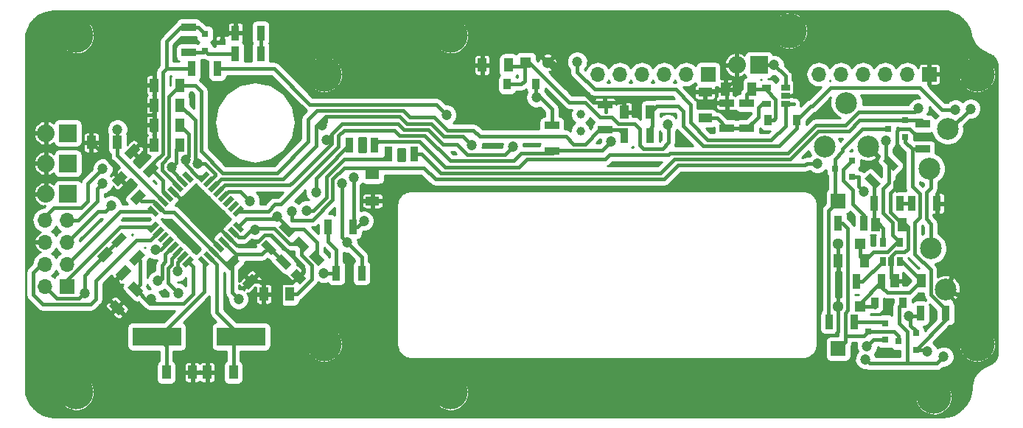
<source format=gbl>
G04 #@! TF.FileFunction,Copper,L2,Bot,Signal*
%FSLAX46Y46*%
G04 Gerber Fmt 4.6, Leading zero omitted, Abs format (unit mm)*
G04 Created by KiCad (PCBNEW 4.0.4-stable) date 01/26/17 16:37:22*
%MOMM*%
%LPD*%
G01*
G04 APERTURE LIST*
%ADD10C,0.100000*%
%ADD11R,1.700000X0.900000*%
%ADD12C,4.000000*%
%ADD13R,0.900000X1.700000*%
%ADD14R,0.800100X0.800100*%
%ADD15C,1.300000*%
%ADD16R,1.300000X1.300000*%
%ADD17C,2.499360*%
%ADD18C,2.500000*%
%ADD19R,0.910000X1.220000*%
%ADD20R,2.032000X2.032000*%
%ADD21O,2.032000X2.032000*%
%ADD22R,1.000000X1.600000*%
%ADD23R,1.600000X1.000000*%
%ADD24R,1.060000X0.650000*%
%ADD25R,0.650000X1.060000*%
%ADD26R,5.600700X2.100580*%
%ADD27R,1.700000X1.700000*%
%ADD28O,1.700000X1.700000*%
%ADD29C,1.000000*%
%ADD30C,1.200000*%
%ADD31C,0.400000*%
%ADD32C,0.254000*%
G04 APERTURE END LIST*
D10*
D11*
X103700000Y31450000D03*
X103700000Y34350000D03*
D12*
X88370000Y45060000D03*
D10*
G36*
X33887868Y19819239D02*
X35019239Y18687868D01*
X34312132Y17980761D01*
X33180761Y19112132D01*
X33887868Y19819239D01*
X33887868Y19819239D01*
G37*
G36*
X31766548Y17697919D02*
X32897919Y16566548D01*
X32190812Y15859441D01*
X31059441Y16990812D01*
X31766548Y17697919D01*
X31766548Y17697919D01*
G37*
D13*
X35350000Y22500000D03*
X38250000Y22500000D03*
D14*
X99398980Y11450000D03*
X99398980Y9550000D03*
X97400000Y10500000D03*
D15*
X94000000Y13400000D03*
D16*
X96500000Y13400000D03*
D13*
X92950000Y11600000D03*
X95850000Y11600000D03*
X94000000Y22900000D03*
X96900000Y22900000D03*
D14*
X101700760Y34750000D03*
X101700760Y32850000D03*
X99701780Y33800000D03*
D17*
X94930000Y36760000D03*
X97429360Y31720640D03*
X92430640Y31720640D03*
D13*
X101050000Y25200000D03*
X98150000Y25200000D03*
D18*
X104644950Y20049232D03*
X106355050Y15350768D03*
X106556546Y33765769D03*
X104443454Y29234231D03*
D15*
X94000000Y20600000D03*
D16*
X96500000Y20600000D03*
D15*
X60600000Y41400000D03*
D16*
X58100000Y41400000D03*
D19*
X89235000Y34800000D03*
X85965000Y34800000D03*
X98165000Y13800000D03*
X101435000Y13800000D03*
X55965000Y38900000D03*
X59235000Y38900000D03*
D12*
X6450000Y3500000D03*
X49450000Y3500000D03*
X104950000Y3000000D03*
X49450000Y44500000D03*
X6450000Y44500000D03*
D20*
X5500000Y33300000D03*
D21*
X2960000Y33300000D03*
D20*
X5500000Y29800000D03*
D21*
X2960000Y29800000D03*
D20*
X5500000Y26300000D03*
D21*
X2960000Y26300000D03*
D20*
X84870000Y41130000D03*
D21*
X82330000Y41130000D03*
D10*
G36*
X23115889Y21437814D02*
X24035468Y20518235D01*
X23645725Y20128492D01*
X22726146Y21048071D01*
X23115889Y21437814D01*
X23115889Y21437814D01*
G37*
G36*
X22551929Y20873854D02*
X23471508Y19954275D01*
X23081765Y19564532D01*
X22162186Y20484111D01*
X22551929Y20873854D01*
X22551929Y20873854D01*
G37*
G36*
X21986172Y20308098D02*
X22905751Y19388519D01*
X22516008Y18998776D01*
X21596429Y19918355D01*
X21986172Y20308098D01*
X21986172Y20308098D01*
G37*
G36*
X21420416Y19742342D02*
X22339995Y18822763D01*
X21950252Y18433020D01*
X21030673Y19352599D01*
X21420416Y19742342D01*
X21420416Y19742342D01*
G37*
G36*
X20854660Y19176586D02*
X21774239Y18257007D01*
X21384496Y17867264D01*
X20464917Y18786843D01*
X20854660Y19176586D01*
X20854660Y19176586D01*
G37*
G36*
X24813157Y23135083D02*
X25732736Y22215504D01*
X25342993Y21825761D01*
X24423414Y22745340D01*
X24813157Y23135083D01*
X24813157Y23135083D01*
G37*
G36*
X24247401Y22569327D02*
X25166980Y21649748D01*
X24777237Y21260005D01*
X23857658Y22179584D01*
X24247401Y22569327D01*
X24247401Y22569327D01*
G37*
G36*
X23681645Y22003571D02*
X24601224Y21083992D01*
X24211481Y20694249D01*
X23291902Y21613828D01*
X23681645Y22003571D01*
X23681645Y22003571D01*
G37*
G36*
X19545340Y19176586D02*
X19935083Y18786843D01*
X19015504Y17867264D01*
X18625761Y18257007D01*
X19545340Y19176586D01*
X19545340Y19176586D01*
G37*
G36*
X18979584Y19742342D02*
X19369327Y19352599D01*
X18449748Y18433020D01*
X18060005Y18822763D01*
X18979584Y19742342D01*
X18979584Y19742342D01*
G37*
G36*
X18413828Y20308098D02*
X18803571Y19918355D01*
X17883992Y18998776D01*
X17494249Y19388519D01*
X18413828Y20308098D01*
X18413828Y20308098D01*
G37*
G36*
X17848071Y20873854D02*
X18237814Y20484111D01*
X17318235Y19564532D01*
X16928492Y19954275D01*
X17848071Y20873854D01*
X17848071Y20873854D01*
G37*
G36*
X17284111Y21437814D02*
X17673854Y21048071D01*
X16754275Y20128492D01*
X16364532Y20518235D01*
X17284111Y21437814D01*
X17284111Y21437814D01*
G37*
G36*
X16718355Y22003571D02*
X17108098Y21613828D01*
X16188519Y20694249D01*
X15798776Y21083992D01*
X16718355Y22003571D01*
X16718355Y22003571D01*
G37*
G36*
X16152599Y22569327D02*
X16542342Y22179584D01*
X15622763Y21260005D01*
X15233020Y21649748D01*
X16152599Y22569327D01*
X16152599Y22569327D01*
G37*
G36*
X15586843Y23135083D02*
X15976586Y22745340D01*
X15057007Y21825761D01*
X14667264Y22215504D01*
X15586843Y23135083D01*
X15586843Y23135083D01*
G37*
G36*
X15057007Y24974239D02*
X15976586Y24054660D01*
X15586843Y23664917D01*
X14667264Y24584496D01*
X15057007Y24974239D01*
X15057007Y24974239D01*
G37*
G36*
X15622763Y25539995D02*
X16542342Y24620416D01*
X16152599Y24230673D01*
X15233020Y25150252D01*
X15622763Y25539995D01*
X15622763Y25539995D01*
G37*
G36*
X16188519Y26105751D02*
X17108098Y25186172D01*
X16718355Y24796429D01*
X15798776Y25716008D01*
X16188519Y26105751D01*
X16188519Y26105751D01*
G37*
G36*
X16754275Y26671508D02*
X17673854Y25751929D01*
X17284111Y25362186D01*
X16364532Y26281765D01*
X16754275Y26671508D01*
X16754275Y26671508D01*
G37*
G36*
X17318235Y27235468D02*
X18237814Y26315889D01*
X17848071Y25926146D01*
X16928492Y26845725D01*
X17318235Y27235468D01*
X17318235Y27235468D01*
G37*
G36*
X17883992Y27801224D02*
X18803571Y26881645D01*
X18413828Y26491902D01*
X17494249Y27411481D01*
X17883992Y27801224D01*
X17883992Y27801224D01*
G37*
G36*
X18449748Y28366980D02*
X19369327Y27447401D01*
X18979584Y27057658D01*
X18060005Y27977237D01*
X18449748Y28366980D01*
X18449748Y28366980D01*
G37*
G36*
X19015504Y28932736D02*
X19935083Y28013157D01*
X19545340Y27623414D01*
X18625761Y28542993D01*
X19015504Y28932736D01*
X19015504Y28932736D01*
G37*
G36*
X21384496Y28932736D02*
X21774239Y28542993D01*
X20854660Y27623414D01*
X20464917Y28013157D01*
X21384496Y28932736D01*
X21384496Y28932736D01*
G37*
G36*
X21950252Y28366980D02*
X22339995Y27977237D01*
X21420416Y27057658D01*
X21030673Y27447401D01*
X21950252Y28366980D01*
X21950252Y28366980D01*
G37*
G36*
X22516008Y27801224D02*
X22905751Y27411481D01*
X21986172Y26491902D01*
X21596429Y26881645D01*
X22516008Y27801224D01*
X22516008Y27801224D01*
G37*
G36*
X23081765Y27235468D02*
X23471508Y26845725D01*
X22551929Y25926146D01*
X22162186Y26315889D01*
X23081765Y27235468D01*
X23081765Y27235468D01*
G37*
G36*
X23645725Y26671508D02*
X24035468Y26281765D01*
X23115889Y25362186D01*
X22726146Y25751929D01*
X23645725Y26671508D01*
X23645725Y26671508D01*
G37*
G36*
X24211481Y26105751D02*
X24601224Y25716008D01*
X23681645Y24796429D01*
X23291902Y25186172D01*
X24211481Y26105751D01*
X24211481Y26105751D01*
G37*
G36*
X24777237Y25539995D02*
X25166980Y25150252D01*
X24247401Y24230673D01*
X23857658Y24620416D01*
X24777237Y25539995D01*
X24777237Y25539995D01*
G37*
G36*
X25342993Y24974239D02*
X25732736Y24584496D01*
X24813157Y23664917D01*
X24423414Y24054660D01*
X25342993Y24974239D01*
X25342993Y24974239D01*
G37*
G36*
X10520101Y27848528D02*
X11651472Y28979899D01*
X12358579Y28272792D01*
X11227208Y27141421D01*
X10520101Y27848528D01*
X10520101Y27848528D01*
G37*
G36*
X12641421Y25727208D02*
X13772792Y26858579D01*
X14479899Y26151472D01*
X13348528Y25020101D01*
X12641421Y25727208D01*
X12641421Y25727208D01*
G37*
G36*
X27379899Y16451472D02*
X26248528Y15320101D01*
X25541421Y16027208D01*
X26672792Y17158579D01*
X27379899Y16451472D01*
X27379899Y16451472D01*
G37*
G36*
X25258579Y18572792D02*
X24127208Y17441421D01*
X23420101Y18148528D01*
X24551472Y19279899D01*
X25258579Y18572792D01*
X25258579Y18572792D01*
G37*
D22*
X21500000Y5800000D03*
X24500000Y5800000D03*
X19800000Y5800000D03*
X16800000Y5800000D03*
X31000000Y14800000D03*
X28000000Y14800000D03*
D10*
G36*
X13048528Y16279899D02*
X14179899Y15148528D01*
X13472792Y14441421D01*
X12341421Y15572792D01*
X13048528Y16279899D01*
X13048528Y16279899D01*
G37*
G36*
X10927208Y14158579D02*
X12058579Y13027208D01*
X11351472Y12320101D01*
X10220101Y13451472D01*
X10927208Y14158579D01*
X10927208Y14158579D01*
G37*
D23*
X78700000Y35000000D03*
X78700000Y38000000D03*
D22*
X84050000Y38320000D03*
X81050000Y38320000D03*
X97000000Y18600000D03*
X94000000Y18600000D03*
X98300000Y22800000D03*
X101300000Y22800000D03*
X103500000Y16300000D03*
X100500000Y16300000D03*
X56100000Y41100000D03*
X53100000Y41100000D03*
D10*
G36*
X8820101Y19148528D02*
X9951472Y20279899D01*
X10658579Y19572792D01*
X9527208Y18441421D01*
X8820101Y19148528D01*
X8820101Y19148528D01*
G37*
G36*
X10941421Y17027208D02*
X12072792Y18158579D01*
X12779899Y17451472D01*
X11648528Y16320101D01*
X10941421Y17027208D01*
X10941421Y17027208D01*
G37*
D22*
X18400000Y36500000D03*
X15400000Y36500000D03*
X15400000Y34200000D03*
X18400000Y34200000D03*
X72400000Y35700000D03*
X69400000Y35700000D03*
X18400000Y31900000D03*
X15400000Y31900000D03*
D14*
X102900760Y10300000D03*
X102900760Y8400000D03*
X100901780Y9350000D03*
X95600760Y30150000D03*
X95600760Y28250000D03*
X93601780Y29200000D03*
D11*
X61100000Y34150000D03*
X61100000Y31250000D03*
D10*
G36*
X30557538Y17555456D02*
X29355456Y18757538D01*
X29991852Y19393934D01*
X31193934Y18191852D01*
X30557538Y17555456D01*
X30557538Y17555456D01*
G37*
G36*
X32608148Y19606066D02*
X31406066Y20808148D01*
X32042462Y21444544D01*
X33244544Y20242462D01*
X32608148Y19606066D01*
X32608148Y19606066D01*
G37*
G36*
X28857538Y19255456D02*
X27655456Y20457538D01*
X28291852Y21093934D01*
X29493934Y19891852D01*
X28857538Y19255456D01*
X28857538Y19255456D01*
G37*
G36*
X30908148Y21306066D02*
X29706066Y22508148D01*
X30342462Y23144544D01*
X31544544Y21942462D01*
X30908148Y21306066D01*
X30908148Y21306066D01*
G37*
G36*
X10455456Y20742462D02*
X11657538Y21944544D01*
X12293934Y21308148D01*
X11091852Y20106066D01*
X10455456Y20742462D01*
X10455456Y20742462D01*
G37*
G36*
X12506066Y18691852D02*
X13708148Y19893934D01*
X14344544Y19257538D01*
X13142462Y18055456D01*
X12506066Y18691852D01*
X12506066Y18691852D01*
G37*
D13*
X99000000Y16200000D03*
X96100000Y16200000D03*
D10*
G36*
X98257538Y26855456D02*
X97055456Y28057538D01*
X97691852Y28693934D01*
X98893934Y27491852D01*
X98257538Y26855456D01*
X98257538Y26855456D01*
G37*
G36*
X100308148Y28906066D02*
X99106066Y30108148D01*
X99742462Y30744544D01*
X100944544Y29542462D01*
X100308148Y28906066D01*
X100308148Y28906066D01*
G37*
D13*
X39250000Y17200000D03*
X36350000Y17200000D03*
X27650000Y44800000D03*
X24750000Y44800000D03*
D11*
X19370000Y45460000D03*
X19370000Y42560000D03*
D13*
X22650000Y40700000D03*
X19750000Y40700000D03*
D11*
X67200000Y36550000D03*
X67200000Y33650000D03*
D13*
X72350000Y33000000D03*
X69450000Y33000000D03*
X106350000Y12600000D03*
X103450000Y12600000D03*
X40750000Y31900000D03*
X37850000Y31900000D03*
X42350000Y30900000D03*
X45250000Y30900000D03*
D24*
X87920000Y38520000D03*
X87920000Y37570000D03*
X87920000Y36620000D03*
X85720000Y36620000D03*
X85720000Y38520000D03*
D25*
X101050000Y18500000D03*
X100100000Y18500000D03*
X99150000Y18500000D03*
X99150000Y20700000D03*
X101050000Y20700000D03*
D14*
X21239240Y42770000D03*
X21239240Y44670000D03*
X23238220Y43720000D03*
D12*
X109950000Y9050000D03*
X109950000Y40050000D03*
X34950000Y40050000D03*
X34950000Y9050000D03*
D26*
X25397720Y9900000D03*
X15700000Y9900000D03*
D27*
X5400000Y15680000D03*
D28*
X2860000Y15680000D03*
X5400000Y18220000D03*
X2860000Y18220000D03*
X5400000Y20760000D03*
X2860000Y20760000D03*
X5400000Y23300000D03*
X2860000Y23300000D03*
D10*
G36*
X15919239Y29312132D02*
X14787868Y28180761D01*
X14080761Y28887868D01*
X15212132Y30019239D01*
X15919239Y29312132D01*
X15919239Y29312132D01*
G37*
G36*
X13797919Y31433452D02*
X12666548Y30302081D01*
X11959441Y31009188D01*
X13090812Y32140559D01*
X13797919Y31433452D01*
X13797919Y31433452D01*
G37*
D22*
X11200000Y32200000D03*
X8200000Y32200000D03*
X18400000Y38800000D03*
X15400000Y38800000D03*
D23*
X40500000Y28500000D03*
X40500000Y25500000D03*
D13*
X24750000Y42400000D03*
X27650000Y42400000D03*
D11*
X81200000Y33850000D03*
X81200000Y36750000D03*
X83500000Y36750000D03*
X83500000Y33850000D03*
D13*
X105350000Y25200000D03*
X102450000Y25200000D03*
D27*
X104450000Y40050000D03*
D28*
X101910000Y40050000D03*
X99370000Y40050000D03*
X96830000Y40050000D03*
X94290000Y40050000D03*
X91750000Y40050000D03*
D27*
X79050000Y40050000D03*
D28*
X76510000Y40050000D03*
X73970000Y40050000D03*
X71430000Y40050000D03*
X68890000Y40050000D03*
X66350000Y40050000D03*
D27*
X94000000Y8500000D03*
X94000000Y25500000D03*
D29*
X64400000Y35450700D03*
X64400000Y33550700D03*
D30*
X35200000Y15500000D03*
X63800000Y38100000D03*
X109180000Y36090000D03*
X34900000Y17200000D03*
X25100000Y14200000D03*
X7400000Y14900000D03*
X59300000Y37400000D03*
X99500000Y32400000D03*
X74400000Y34300000D03*
X27000000Y22200000D03*
X29500000Y23700000D03*
X15100000Y14200000D03*
X86620000Y41120000D03*
X96900000Y26600000D03*
X97300000Y8800000D03*
X49000000Y35400000D03*
X106100000Y7600000D03*
X97100000Y7300000D03*
X107470000Y35990000D03*
X20400000Y29800000D03*
X37600000Y20700000D03*
X37000000Y27500000D03*
X19000000Y30200000D03*
X39500000Y23200000D03*
X38300000Y28200000D03*
X17400000Y29400000D03*
X31200000Y24300000D03*
X91600000Y29800000D03*
X26400000Y25500000D03*
X10500000Y25000000D03*
X51900000Y31900000D03*
X9500000Y27500000D03*
X34700000Y34200000D03*
X56600000Y31700000D03*
X9500000Y29200000D03*
X35200000Y32500000D03*
X102100000Y12300000D03*
X103200000Y36100000D03*
X104200000Y8200000D03*
X67900000Y32300000D03*
X18100000Y17400000D03*
X64000000Y41500000D03*
X18200000Y14900000D03*
X11200000Y33700000D03*
X34000000Y26500000D03*
X15800000Y16300000D03*
X32900000Y24400000D03*
X15600000Y19900000D03*
D31*
X104644950Y20049232D02*
X104644950Y22855050D01*
X104644950Y22855050D02*
X104100000Y23400000D01*
X104100000Y26455050D02*
X104644950Y27000000D01*
X104100000Y23400000D02*
X104100000Y26455050D01*
X104644950Y27000000D02*
X104644950Y29032735D01*
X104644950Y29032735D02*
X104443454Y29234231D01*
X104443454Y20147736D02*
X104344950Y20049232D01*
X100000000Y24200000D02*
X101200000Y23000000D01*
X101200000Y23000000D02*
X101500000Y23000000D01*
X100000000Y26400000D02*
X100000000Y24200000D01*
X100500000Y26900000D02*
X100500000Y27700000D01*
X100500000Y26900000D02*
X100000000Y26400000D01*
X104700000Y32800000D02*
X106100000Y31400000D01*
X103200000Y32800000D02*
X104700000Y32800000D01*
X102200000Y33800000D02*
X103200000Y32800000D01*
X101000000Y33800000D02*
X102200000Y33800000D01*
X100700000Y33500000D02*
X101000000Y33800000D01*
X100700000Y31700000D02*
X100700000Y33500000D01*
X101600000Y30800000D02*
X100700000Y31700000D01*
X101600000Y28800000D02*
X101600000Y30800000D01*
X100500000Y27700000D02*
X101600000Y28800000D01*
X8200000Y32200000D02*
X8200000Y34300000D01*
X9600000Y30700000D02*
X9600000Y30800000D01*
X9600000Y30800000D02*
X8200000Y32200000D01*
X40500000Y25500000D02*
X42000000Y25500000D01*
X81200000Y36750000D02*
X81200000Y38170000D01*
X81200000Y38170000D02*
X81050000Y38320000D01*
X23238220Y44538220D02*
X23500000Y44800000D01*
X23500000Y44800000D02*
X24750000Y44800000D01*
X23238220Y43720000D02*
X23238220Y44538220D01*
X12878680Y31221320D02*
X13557360Y31900000D01*
X13557360Y31900000D02*
X15400000Y31900000D01*
X11000000Y28500000D02*
X11000000Y29300000D01*
X11000000Y29300000D02*
X9600000Y30700000D01*
X11439340Y28060660D02*
X11000000Y28500000D01*
X26000000Y20400000D02*
X26400000Y20800000D01*
X28100000Y21600000D02*
X27300000Y20800000D01*
X27300000Y20800000D02*
X26400000Y20800000D01*
X24895473Y20400000D02*
X26000000Y20400000D01*
X23946563Y21348910D02*
X24895473Y20400000D01*
X31978680Y16778680D02*
X31260660Y16060660D01*
X31978680Y16778680D02*
X32500000Y17300000D01*
X34700000Y15200000D02*
X34400000Y15200000D01*
X34400000Y15200000D02*
X30700000Y11500000D01*
X29400000Y3500000D02*
X30700000Y4800000D01*
X30700000Y4800000D02*
X30700000Y11500000D01*
X29939340Y16060660D02*
X29939340Y12260660D01*
X29939340Y12260660D02*
X30700000Y11500000D01*
X31260660Y16060660D02*
X29939340Y16060660D01*
X32500000Y18000000D02*
X32500000Y17300000D01*
X28100000Y21600000D02*
X28900000Y21600000D01*
X28900000Y21600000D02*
X32500000Y18000000D01*
X93600000Y10100000D02*
X92200000Y10100000D01*
X100100000Y18500000D02*
X100100000Y16700000D01*
X100100000Y16700000D02*
X100500000Y16300000D01*
X88950000Y37860000D02*
X88950000Y41250000D01*
X94000000Y20600000D02*
X94000000Y18600000D01*
X94000000Y13400000D02*
X94000000Y18600000D01*
X15400000Y35800000D02*
X15400000Y35600000D01*
X15400000Y35600000D02*
X15400000Y33400000D01*
X13400000Y35400000D02*
X15200000Y35400000D01*
X15200000Y35400000D02*
X15400000Y35600000D01*
X15100000Y34500000D02*
X15400000Y34200000D01*
X15400000Y34200000D02*
X15400000Y31900000D01*
X21600000Y3500000D02*
X29400000Y3500000D01*
X21500000Y5800000D02*
X21500000Y3600000D01*
X21500000Y3600000D02*
X21600000Y3500000D01*
X19700000Y24463960D02*
X18563960Y25600000D01*
X17583153Y26580807D02*
X18563960Y25600000D01*
X28000000Y14800000D02*
X28000000Y16000000D01*
X28000000Y16000000D02*
X27760660Y16239340D01*
X15100000Y33700000D02*
X15400000Y33400000D01*
X11860660Y17239340D02*
X11860660Y17139340D01*
X11860660Y17139340D02*
X10260660Y15539340D01*
X10260660Y15539340D02*
X10260660Y14118020D01*
X10260660Y14118020D02*
X11139340Y13239340D01*
X29939340Y16060660D02*
X29200000Y16800000D01*
X29200000Y16800000D02*
X28760660Y17239340D01*
X26460660Y16239340D02*
X27760660Y16239340D01*
X27760660Y16239340D02*
X28760660Y17239340D01*
X19800000Y5800000D02*
X21500000Y5800000D01*
X23946563Y21348910D02*
X20831513Y24463960D01*
X20831513Y24463960D02*
X19700000Y24463960D01*
X19700000Y23336040D02*
X19700000Y24463960D01*
X22816847Y20219193D02*
X19700000Y23336040D01*
X65850000Y36850000D02*
X64000000Y38700000D01*
X64000000Y38700000D02*
X61300000Y41400000D01*
X63800000Y38100000D02*
X64000000Y38300000D01*
X64000000Y38300000D02*
X64000000Y38700000D01*
X69400000Y35700000D02*
X69400000Y36700000D01*
X69400000Y36700000D02*
X69250000Y36850000D01*
X67300000Y35750000D02*
X67300000Y36650000D01*
X67300000Y36650000D02*
X67500000Y36850000D01*
X61300000Y41400000D02*
X60600000Y41400000D01*
X67500000Y36850000D02*
X65850000Y36850000D01*
X67500000Y36850000D02*
X69250000Y36850000D01*
X53100000Y41000000D02*
X52950000Y41000000D01*
X100600000Y19600000D02*
X100100000Y19100000D01*
X100100000Y19100000D02*
X100100000Y18500000D01*
X101600000Y19600000D02*
X100600000Y19600000D01*
X102000000Y20000000D02*
X101600000Y19600000D01*
X102000000Y22500000D02*
X102000000Y20000000D01*
X101500000Y23000000D02*
X102000000Y22500000D01*
X94000000Y10500000D02*
X93600000Y10100000D01*
X94000000Y13400000D02*
X94000000Y10500000D01*
X78930000Y38090000D02*
X78890000Y38130000D01*
X88660000Y37570000D02*
X88950000Y37860000D01*
X87920000Y37570000D02*
X88660000Y37570000D01*
X82330000Y41130000D02*
X82330000Y39600000D01*
X82330000Y39600000D02*
X81050000Y38320000D01*
X81220000Y38150000D02*
X81050000Y38320000D01*
X78890000Y38130000D02*
X80860000Y38130000D01*
X80860000Y38130000D02*
X81050000Y38320000D01*
X106055050Y15350768D02*
X109950000Y11455818D01*
X106556546Y33765769D02*
X106855769Y33765769D01*
X106855769Y33765769D02*
X109180000Y36090000D01*
X100025305Y29825305D02*
X99800000Y29600000D01*
X99800000Y29600000D02*
X99800000Y27600000D01*
X99800000Y27600000D02*
X99100000Y26900000D01*
X99100000Y26900000D02*
X99100000Y24100000D01*
X99100000Y24100000D02*
X100200000Y23000000D01*
X100200000Y21550000D02*
X101050000Y20700000D01*
X100200000Y23000000D02*
X100200000Y21550000D01*
X15273015Y25500000D02*
X14000000Y25500000D01*
X14000000Y25500000D02*
X13560660Y25939340D01*
X35700000Y20500000D02*
X36350000Y19850000D01*
X36350000Y19850000D02*
X36350000Y17200000D01*
X34900000Y17200000D02*
X36350000Y17200000D01*
X24339340Y14960660D02*
X25100000Y14200000D01*
X16573015Y24200000D02*
X17704527Y24200000D01*
X17704527Y24200000D02*
X21004527Y20900000D01*
X15887681Y24885334D02*
X16573015Y24200000D01*
X61100000Y34150000D02*
X61100000Y36050000D01*
X59300000Y37400000D02*
X59750000Y37400000D01*
X59750000Y37400000D02*
X61100000Y36050000D01*
X35350000Y22500000D02*
X35350000Y20850000D01*
X35350000Y20850000D02*
X35700000Y20500000D01*
X36350000Y17200000D02*
X35800000Y17200000D01*
X24339340Y18360660D02*
X24339340Y14960660D01*
X35700000Y20500000D02*
X35500000Y20700000D01*
X8139340Y17660660D02*
X7400000Y16921320D01*
X7400000Y16921320D02*
X7400000Y14900000D01*
X6700000Y14300000D02*
X6800000Y14300000D01*
X6800000Y14300000D02*
X7400000Y14900000D01*
X9739340Y19360660D02*
X9739340Y19260660D01*
X9739340Y19260660D02*
X8139340Y17660660D01*
X11374695Y21025305D02*
X11374695Y20996015D01*
X11374695Y20996015D02*
X9739340Y19360660D01*
X9739340Y19560660D02*
X9739340Y19360660D01*
X2860000Y15680000D02*
X4240000Y14300000D01*
X4240000Y14300000D02*
X6700000Y14300000D01*
X28574695Y20174695D02*
X30274695Y18474695D01*
X26639340Y19360660D02*
X27760660Y19360660D01*
X27760660Y19360660D02*
X28574695Y20174695D01*
X24803300Y19360660D02*
X24803300Y18824620D01*
X24803300Y18824620D02*
X24339340Y18360660D01*
X23380807Y20783153D02*
X24803300Y19360660D01*
X24803300Y19360660D02*
X26639340Y19360660D01*
X22251090Y19653437D02*
X23543867Y18360660D01*
X23543867Y18360660D02*
X24339340Y18360660D01*
X21004527Y20900000D02*
X22251090Y19653437D01*
X2860000Y16100000D02*
X2860000Y15740000D01*
X15887681Y24885334D02*
X15273015Y25500000D01*
X59300000Y37400000D02*
X59235000Y37465000D01*
X59235000Y37465000D02*
X59235000Y38900000D01*
X100000000Y29600000D02*
X99500000Y30100000D01*
X99500000Y30100000D02*
X99500000Y32400000D01*
X99600000Y19600000D02*
X100700000Y20700000D01*
X100700000Y20700000D02*
X101050000Y20700000D01*
X98000000Y19600000D02*
X99600000Y19600000D01*
X98000000Y19600000D02*
X97000000Y18600000D01*
X96500000Y20600000D02*
X96500000Y19100000D01*
X96500000Y19100000D02*
X97000000Y18600000D01*
X22600000Y18173015D02*
X22600000Y12697720D01*
X22600000Y12697720D02*
X25397720Y9900000D01*
X21685334Y19087681D02*
X22600000Y18173015D01*
X24500000Y5800000D02*
X24500000Y9002280D01*
X24500000Y9002280D02*
X25397720Y9900000D01*
X25397720Y10375295D02*
X25397720Y9900000D01*
X21119578Y15019578D02*
X16000000Y9900000D01*
X16000000Y9900000D02*
X15700000Y9900000D01*
X21119578Y18521925D02*
X21119578Y15019578D01*
X16800000Y5800000D02*
X16800000Y8800000D01*
X16800000Y8800000D02*
X15700000Y9900000D01*
X58100000Y41400000D02*
X58500000Y41400000D01*
X58500000Y41400000D02*
X63100000Y36800000D01*
X63100000Y36800000D02*
X64900000Y36800000D01*
X66600000Y35100000D02*
X68000000Y35100000D01*
X71200000Y33800000D02*
X71200000Y31900000D01*
X64900000Y36800000D02*
X66600000Y35100000D01*
X70600000Y34400000D02*
X71200000Y33800000D01*
X68000000Y35100000D02*
X68700000Y34400000D01*
X68700000Y34400000D02*
X70600000Y34400000D01*
X71600000Y31500000D02*
X73800000Y31500000D01*
X73800000Y31500000D02*
X74500000Y32200000D01*
X71200000Y31900000D02*
X71600000Y31500000D01*
X74500000Y32200000D02*
X74500000Y34200000D01*
X74500000Y34200000D02*
X74400000Y34300000D01*
X55965000Y38900000D02*
X57565000Y38900000D01*
X57565000Y38900000D02*
X57965000Y39300000D01*
X56100000Y41000000D02*
X57700000Y41000000D01*
X57700000Y41000000D02*
X58100000Y41400000D01*
X57965000Y39300000D02*
X57965000Y41265000D01*
X57965000Y41265000D02*
X58100000Y41400000D01*
X25700000Y21300000D02*
X26600000Y22200000D01*
X26600000Y22200000D02*
X27000000Y22200000D01*
X27100000Y22300000D02*
X27000000Y22200000D01*
X32325305Y20525305D02*
X30974695Y20525305D01*
X30974695Y20525305D02*
X29200000Y22300000D01*
X29200000Y22300000D02*
X27100000Y22300000D01*
X33500000Y18100000D02*
X33500000Y16500000D01*
X31000000Y14800000D02*
X31800000Y14800000D01*
X31800000Y14800000D02*
X33500000Y16500000D01*
X32325305Y19274695D02*
X33500000Y18100000D01*
X32325305Y20525305D02*
X32325305Y19274695D01*
X25126985Y21300000D02*
X25700000Y21300000D01*
X24512319Y21914666D02*
X25126985Y21300000D01*
X29500000Y23700000D02*
X29200000Y23400000D01*
X29200000Y23400000D02*
X25997653Y23400000D01*
X30625305Y22225305D02*
X30625305Y22574695D01*
X30625305Y22574695D02*
X29500000Y23700000D01*
X32574695Y22225305D02*
X34100000Y20700000D01*
X34100000Y20700000D02*
X34100000Y18900000D01*
X30625305Y22225305D02*
X32574695Y22225305D01*
X26000000Y23400000D02*
X25997653Y23400000D01*
X25997653Y23400000D02*
X25078075Y22480422D01*
X17100000Y13700000D02*
X18400000Y13700000D01*
X18400000Y13700000D02*
X18800000Y13700000D01*
X15100000Y14200000D02*
X15600000Y13700000D01*
X15600000Y13700000D02*
X18400000Y13700000D01*
X14921320Y13700000D02*
X17100000Y13700000D01*
X13260660Y15360660D02*
X14921320Y13700000D01*
X13800000Y15900000D02*
X13800000Y18600000D01*
X13800000Y18600000D02*
X13425305Y18974695D01*
X13260660Y15360660D02*
X13800000Y15900000D01*
X19900000Y17300000D02*
X19900000Y16300000D01*
X19900000Y16300000D02*
X19900000Y14800000D01*
X19900000Y14800000D02*
X18800000Y13700000D01*
X19280422Y18521925D02*
X19900000Y17902347D01*
X19900000Y17902347D02*
X19900000Y17300000D01*
X87920000Y38520000D02*
X87920000Y39820000D01*
X87920000Y39820000D02*
X86620000Y41120000D01*
X86620000Y41120000D02*
X85810000Y41120000D01*
X85810000Y41120000D02*
X85800000Y41130000D01*
X85800000Y41130000D02*
X84870000Y41130000D01*
X84800000Y35150000D02*
X84800000Y36200000D01*
X84800000Y36200000D02*
X85220000Y36620000D01*
X83500000Y33850000D02*
X84800000Y35150000D01*
X81200000Y33850000D02*
X83500000Y33850000D01*
X78700000Y35000000D02*
X80050000Y35000000D01*
X80050000Y35000000D02*
X81200000Y33850000D01*
X85720000Y36620000D02*
X85220000Y36620000D01*
X83500000Y36750000D02*
X83500000Y37770000D01*
X83500000Y37770000D02*
X84050000Y38320000D01*
X85965000Y34800000D02*
X86600000Y34800000D01*
X86600000Y34800000D02*
X86810000Y35010000D01*
X86810000Y35010000D02*
X86810000Y37150000D01*
X86810000Y37150000D02*
X85720000Y38240000D01*
X85720000Y38240000D02*
X85720000Y38520000D01*
X84050000Y38320000D02*
X85520000Y38320000D01*
X85520000Y38320000D02*
X85720000Y38520000D01*
X85710000Y38530000D02*
X85720000Y38520000D01*
X96500000Y13400000D02*
X98065000Y13400000D01*
X98065000Y13400000D02*
X98165000Y13300000D01*
X101050000Y18500000D02*
X101300000Y18500000D01*
X101300000Y18500000D02*
X103500000Y16300000D01*
X99600000Y15000000D02*
X102200000Y15000000D01*
X102200000Y15000000D02*
X103500000Y16300000D01*
X99000000Y15600000D02*
X99600000Y15000000D01*
X99000000Y16200000D02*
X99000000Y15600000D01*
X96500000Y13400000D02*
X96500000Y13700000D01*
X96500000Y13700000D02*
X99000000Y16200000D01*
X98150000Y25200000D02*
X98150000Y27599390D01*
X98150000Y27599390D02*
X97974695Y27774695D01*
X98500000Y23000000D02*
X98150000Y23350000D01*
X98150000Y23350000D02*
X98150000Y25200000D01*
X99150000Y20700000D02*
X99150000Y22350000D01*
X99150000Y22350000D02*
X98500000Y23000000D01*
X96350000Y27150000D02*
X96900000Y26600000D01*
X97100000Y26400000D02*
X96900000Y26600000D01*
X29200000Y40700000D02*
X22650000Y40700000D01*
X99398980Y9550000D02*
X98050000Y9550000D01*
X98050000Y9550000D02*
X97300000Y8800000D01*
X49000000Y35400000D02*
X47800000Y36600000D01*
X47800000Y36600000D02*
X33300000Y36600000D01*
X33300000Y36600000D02*
X29200000Y40700000D01*
X96350000Y28250000D02*
X96350000Y27150000D01*
X96350000Y28250000D02*
X95600760Y28250000D01*
X104000000Y6800000D02*
X101900000Y6800000D01*
X101900000Y6800000D02*
X97600000Y6800000D01*
X101900000Y10500000D02*
X101900000Y6800000D01*
X101000000Y11400000D02*
X101900000Y10500000D01*
X101000000Y13365000D02*
X101000000Y11400000D01*
X101435000Y13800000D02*
X101000000Y13365000D01*
X104000000Y6800000D02*
X105300000Y6800000D01*
X105300000Y6800000D02*
X106100000Y7600000D01*
X97600000Y6800000D02*
X97100000Y7300000D01*
X75600000Y36400000D02*
X73100000Y36400000D01*
X73100000Y36400000D02*
X72400000Y35700000D01*
X76200000Y35800000D02*
X75600000Y36400000D01*
X76200000Y34100000D02*
X76200000Y35800000D01*
X72350000Y33000000D02*
X72350000Y33800000D01*
X72350000Y33800000D02*
X72650000Y34100000D01*
X72650000Y34100000D02*
X72650000Y35450000D01*
X72650000Y35450000D02*
X72400000Y35700000D01*
X87200000Y31800000D02*
X78500000Y31800000D01*
X76200000Y34100000D02*
X78500000Y31800000D01*
X89235000Y34800000D02*
X89235000Y33835000D01*
X89235000Y33835000D02*
X87200000Y31800000D01*
X91000000Y36400000D02*
X90835000Y36400000D01*
X90835000Y36400000D02*
X89235000Y34800000D01*
X93100000Y38500000D02*
X91000000Y36400000D01*
X103400000Y38500000D02*
X93100000Y38500000D01*
X105910000Y35990000D02*
X103400000Y38500000D01*
X107470000Y35990000D02*
X105910000Y35990000D01*
X22400000Y28600000D02*
X21200000Y29800000D01*
X21200000Y29800000D02*
X20400000Y29800000D01*
X22400000Y28426985D02*
X22400000Y28600000D01*
X20100000Y30800000D02*
X20100000Y30100000D01*
X20100000Y30100000D02*
X20400000Y29800000D01*
X37000000Y27500000D02*
X37000000Y21300000D01*
X37000000Y21300000D02*
X37600000Y20700000D01*
X39250000Y19050000D02*
X37600000Y20700000D01*
X39250000Y17200000D02*
X39250000Y19050000D01*
X20100000Y30800000D02*
X20100000Y34800000D01*
X20100000Y34800000D02*
X18400000Y36500000D01*
X21685334Y27712319D02*
X22400000Y28426985D01*
X19000000Y30200000D02*
X19400000Y30600000D01*
X19400000Y30600000D02*
X19400000Y33200000D01*
X20421925Y28278075D02*
X19000000Y29700000D01*
X19000000Y29700000D02*
X19000000Y30200000D01*
X21119578Y28278075D02*
X20421925Y28278075D01*
X38300000Y28200000D02*
X38300000Y22550000D01*
X38300000Y22550000D02*
X38250000Y22500000D01*
X38250000Y22500000D02*
X38800000Y22500000D01*
X38800000Y22500000D02*
X39500000Y23200000D01*
X18400000Y34200000D02*
X19400000Y33200000D01*
X16800000Y40700000D02*
X16800000Y43800000D01*
X16800000Y43800000D02*
X18460000Y45460000D01*
X18460000Y45460000D02*
X19370000Y45460000D01*
X19750000Y40700000D02*
X16800000Y40700000D01*
X16800000Y40700000D02*
X16400000Y40300000D01*
X19370000Y45460000D02*
X20449240Y45460000D01*
X20449240Y45460000D02*
X21239240Y44670000D01*
X16436040Y27863960D02*
X15600000Y28700000D01*
X15600000Y28700000D02*
X15300000Y29000000D01*
X15000000Y29100000D02*
X15200000Y29100000D01*
X15200000Y29100000D02*
X15600000Y28700000D01*
X17019193Y26016847D02*
X16436040Y26600000D01*
X16436040Y26600000D02*
X16436040Y27863960D01*
X15300000Y29000000D02*
X15300000Y29800000D01*
X15500000Y30000000D02*
X15300000Y29800000D01*
X15500000Y30000000D02*
X16400000Y30900000D01*
X16400000Y30900000D02*
X16400000Y32300000D01*
X16400000Y40300000D02*
X16400000Y32300000D01*
X46400000Y29300000D02*
X40400000Y29300000D01*
X40400000Y29300000D02*
X37200000Y29300000D01*
X40500000Y28500000D02*
X40500000Y29200000D01*
X40500000Y29200000D02*
X40400000Y29300000D01*
X91600000Y29800000D02*
X90400000Y29800000D01*
X31200000Y23300000D02*
X31200000Y24300000D01*
X90400000Y29800000D02*
X90200000Y29600000D01*
X90200000Y29600000D02*
X75600000Y29600000D01*
X75600000Y29600000D02*
X74000000Y28000000D01*
X33600000Y23300000D02*
X31200000Y23300000D01*
X74000000Y28000000D02*
X47700000Y28000000D01*
X47700000Y28000000D02*
X46400000Y29300000D01*
X35900000Y25600000D02*
X33600000Y23300000D01*
X37200000Y29300000D02*
X35900000Y28000000D01*
X35900000Y28000000D02*
X35900000Y25600000D01*
X17900000Y29900000D02*
X17900000Y31400000D01*
X17900000Y31400000D02*
X18400000Y31900000D01*
X17400000Y29400000D02*
X17900000Y29900000D01*
X18714666Y27712319D02*
X17400000Y29026985D01*
X17400000Y29026985D02*
X17400000Y29400000D01*
X5400000Y15680000D02*
X5400000Y16380000D01*
X5400000Y16380000D02*
X11500422Y22480422D01*
X11500422Y22480422D02*
X12800000Y22480422D01*
X12800000Y22480422D02*
X15321925Y22480422D01*
X5400000Y18220000D02*
X11499578Y24319578D01*
X11499578Y24319578D02*
X15321925Y24319578D01*
X2860000Y18640000D02*
X1500000Y17280000D01*
X1500000Y17280000D02*
X1500000Y14700000D01*
X1500000Y14700000D02*
X2600000Y13600000D01*
X8100000Y13600000D02*
X8700000Y14200000D01*
X8700000Y16300000D02*
X13400000Y21000000D01*
X2600000Y13600000D02*
X8100000Y13600000D01*
X8700000Y14200000D02*
X8700000Y16300000D01*
X13400000Y21000000D02*
X14973015Y21000000D01*
X14973015Y21000000D02*
X15887681Y21914666D01*
X23963960Y26600000D02*
X25300000Y26600000D01*
X25300000Y26600000D02*
X26400000Y25500000D01*
X23380807Y26016847D02*
X23963960Y26600000D01*
X8940000Y24300000D02*
X9800000Y24300000D01*
X9800000Y24300000D02*
X10500000Y25000000D01*
X5400000Y20760000D02*
X8940000Y24300000D01*
X35100000Y35200000D02*
X43600000Y35200000D01*
X43600000Y35200000D02*
X44400000Y34400000D01*
X44400000Y34400000D02*
X47200000Y34400000D01*
X47200000Y34400000D02*
X48700000Y32900000D01*
X48700000Y32900000D02*
X50900000Y32900000D01*
X50900000Y32900000D02*
X51900000Y31900000D01*
X34000000Y31800000D02*
X30500000Y28300000D01*
X23104527Y28000000D02*
X30200000Y28000000D01*
X30200000Y28000000D02*
X30500000Y28300000D01*
X22251090Y27146563D02*
X23104527Y28000000D01*
X8900000Y25500000D02*
X8900000Y26900000D01*
X8900000Y26900000D02*
X9500000Y27500000D01*
X35100000Y35200000D02*
X35100000Y34600000D01*
X35100000Y34600000D02*
X34700000Y34200000D01*
X34000000Y34100000D02*
X34000000Y31800000D01*
X35100000Y35200000D02*
X34000000Y34100000D01*
X6700000Y23300000D02*
X8900000Y25500000D01*
X5400000Y23300000D02*
X6700000Y23300000D01*
X35800000Y33200000D02*
X37000000Y34400000D01*
X37000000Y34400000D02*
X43400000Y34400000D01*
X43400000Y34400000D02*
X44100000Y33700000D01*
X44100000Y33700000D02*
X46900000Y33700000D01*
X51400000Y30800000D02*
X55700000Y30800000D01*
X46900000Y33700000D02*
X48600000Y32000000D01*
X48600000Y32000000D02*
X50200000Y32000000D01*
X50200000Y32000000D02*
X51400000Y30800000D01*
X55700000Y30800000D02*
X56600000Y31700000D01*
X35800000Y32100000D02*
X31400000Y27700000D01*
X23536040Y27300000D02*
X31000000Y27300000D01*
X31000000Y27300000D02*
X31400000Y27700000D01*
X22816847Y26580807D02*
X23536040Y27300000D01*
X7800000Y25500000D02*
X7800000Y27500000D01*
X7800000Y27500000D02*
X9500000Y29200000D01*
X35800000Y33200000D02*
X35800000Y33100000D01*
X35800000Y33100000D02*
X35200000Y32500000D01*
X7000000Y24700000D02*
X7800000Y25500000D01*
X3900000Y24700000D02*
X7000000Y24700000D01*
X2860000Y23660000D02*
X3900000Y24700000D01*
X2860000Y23300000D02*
X2860000Y23660000D01*
X35800000Y33200000D02*
X35800000Y32100000D01*
X40750000Y31900000D02*
X41150000Y32300000D01*
X96300000Y35700000D02*
X102800000Y35700000D01*
X41150000Y32300000D02*
X45900000Y32300000D01*
X45900000Y32300000D02*
X48800000Y29400000D01*
X57300000Y29400000D02*
X58200000Y30300000D01*
X48800000Y29400000D02*
X57300000Y29400000D01*
X74700000Y31000000D02*
X88200000Y31000000D01*
X58200000Y30300000D02*
X67200000Y30300000D01*
X67200000Y30300000D02*
X67700000Y30800000D01*
X67700000Y30800000D02*
X74500000Y30800000D01*
X74500000Y30800000D02*
X74700000Y31000000D01*
X102800000Y35700000D02*
X103200000Y36100000D01*
X88200000Y31000000D02*
X91400000Y34200000D01*
X91400000Y34200000D02*
X94800000Y34200000D01*
X94800000Y34200000D02*
X96300000Y35700000D01*
X102100000Y12300000D02*
X103150000Y12300000D01*
X103150000Y12300000D02*
X103450000Y12600000D01*
X102100000Y12300000D02*
X102300000Y12100000D01*
X102300000Y12100000D02*
X102300000Y11200000D01*
X102300000Y11200000D02*
X102900760Y10599240D01*
X103450000Y12600000D02*
X103450000Y12350000D01*
X102900760Y10599240D02*
X102900760Y10399240D01*
X106300000Y13000000D02*
X104600000Y14700000D01*
X104600000Y14700000D02*
X104600000Y17600000D01*
X104600000Y17600000D02*
X102800000Y19400000D01*
X102800000Y19400000D02*
X102800000Y23000000D01*
X102500000Y27200000D02*
X102500000Y27600000D01*
X102800000Y23000000D02*
X103400000Y23600000D01*
X103400000Y23600000D02*
X103400000Y26300000D01*
X103400000Y26300000D02*
X102500000Y27200000D01*
X102500000Y27600000D02*
X102500000Y31450000D01*
X104200000Y8200000D02*
X104000000Y8400000D01*
X104000000Y8400000D02*
X102900760Y8400000D01*
X102900760Y8400000D02*
X106350000Y11849240D01*
X106350000Y11849240D02*
X106350000Y12600000D01*
X103700000Y31450000D02*
X102500000Y31450000D01*
X101700760Y32249240D02*
X102500000Y31450000D01*
X101700760Y32850000D02*
X101700760Y32249240D01*
X95850000Y11600000D02*
X99248980Y11600000D01*
X99248980Y11600000D02*
X99398980Y11450000D01*
X45250000Y30900000D02*
X46100000Y30900000D01*
X46100000Y30900000D02*
X48300000Y28700000D01*
X96450000Y34750000D02*
X101700760Y34750000D01*
X48300000Y28700000D02*
X73600000Y28700000D01*
X73600000Y28700000D02*
X75200000Y30300000D01*
X75200000Y30300000D02*
X88500000Y30300000D01*
X88500000Y30300000D02*
X91700000Y33500000D01*
X91700000Y33500000D02*
X95200000Y33500000D01*
X95200000Y33500000D02*
X96450000Y34750000D01*
X101700760Y34750000D02*
X103500000Y34750000D01*
X103500000Y34750000D02*
X103700000Y34550000D01*
X95600760Y30150000D02*
X94600000Y29149240D01*
X94600000Y29149240D02*
X94600000Y27800000D01*
X94600000Y27800000D02*
X95700000Y26700000D01*
X95700000Y25100000D02*
X96900000Y23900000D01*
X95700000Y26700000D02*
X95700000Y25100000D01*
X96900000Y23900000D02*
X96900000Y22900000D01*
X61100000Y31100000D02*
X61200000Y31000000D01*
X56700000Y30100000D02*
X49400000Y30100000D01*
X61200000Y31000000D02*
X57600000Y31000000D01*
X57600000Y31000000D02*
X56700000Y30100000D01*
X49400000Y30100000D02*
X46500000Y33000000D01*
X46500000Y33000000D02*
X43600000Y33000000D01*
X43600000Y33000000D02*
X43000000Y33600000D01*
X30000000Y25100000D02*
X29300000Y25100000D01*
X43000000Y33600000D02*
X37200000Y33600000D01*
X37200000Y33600000D02*
X36600000Y33000000D01*
X36600000Y31700000D02*
X30000000Y25100000D01*
X36600000Y33000000D02*
X36600000Y31700000D01*
X29300000Y25100000D02*
X28519578Y24319578D01*
X28519578Y24319578D02*
X25078075Y24319578D01*
X66900000Y31300000D02*
X61150000Y31300000D01*
X61150000Y31300000D02*
X61100000Y31250000D01*
X67900000Y32300000D02*
X66900000Y31300000D01*
X18100000Y18473015D02*
X18100000Y17400000D01*
X18714666Y19087681D02*
X18100000Y18473015D01*
X64000000Y41500000D02*
X64000000Y40300000D01*
X64000000Y40300000D02*
X66000000Y38300000D01*
X66000000Y38300000D02*
X75300000Y38300000D01*
X75300000Y38300000D02*
X77000000Y36600000D01*
X77000000Y36600000D02*
X77000000Y34500000D01*
X77000000Y34500000D02*
X79000000Y32500000D01*
X79000000Y32500000D02*
X86300000Y32500000D01*
X86300000Y32500000D02*
X87920000Y34120000D01*
X87920000Y34120000D02*
X87920000Y36620000D01*
X87920000Y36620000D02*
X88850000Y36620000D01*
X99100000Y18500000D02*
X96800000Y16200000D01*
X96800000Y16200000D02*
X96100000Y16200000D01*
X99150000Y18500000D02*
X99100000Y18500000D01*
X18200000Y14900000D02*
X17000000Y16100000D01*
X17000000Y16100000D02*
X17000000Y16500000D01*
X18148910Y19653437D02*
X17400000Y18904527D01*
X17400000Y18904527D02*
X17400000Y18200000D01*
X17400000Y18200000D02*
X17000000Y17800000D01*
X17000000Y17800000D02*
X17000000Y16500000D01*
X18148910Y19648910D02*
X18148910Y19653437D01*
X27650000Y44800000D02*
X27650000Y42400000D01*
X18400000Y38800000D02*
X20100000Y38800000D01*
X20100000Y38800000D02*
X20800000Y38100000D01*
X23300000Y28700000D02*
X29500000Y28700000D01*
X20800000Y38100000D02*
X20800000Y31200000D01*
X44000000Y35900000D02*
X44800000Y35100000D01*
X20800000Y31200000D02*
X23300000Y28700000D01*
X29500000Y28700000D02*
X33100000Y32300000D01*
X33100000Y32300000D02*
X33100000Y34900000D01*
X33100000Y34900000D02*
X34100000Y35900000D01*
X44800000Y35100000D02*
X47600000Y35100000D01*
X34100000Y35900000D02*
X44000000Y35900000D01*
X47600000Y35100000D02*
X49100000Y33600000D01*
X49100000Y33600000D02*
X52100000Y33600000D01*
X52800000Y32900000D02*
X62700000Y32900000D01*
X52100000Y33600000D02*
X52800000Y32900000D01*
X62700000Y32900000D02*
X63600000Y32000000D01*
X63600000Y32000000D02*
X64900000Y32000000D01*
X64900000Y32000000D02*
X66550000Y33650000D01*
X66550000Y33650000D02*
X67200000Y33650000D01*
X18148910Y27146563D02*
X16300000Y28995473D01*
X16300000Y28995473D02*
X16300000Y29800000D01*
X17100000Y30600000D02*
X17100000Y37500000D01*
X16300000Y29800000D02*
X17100000Y30600000D01*
X17100000Y37500000D02*
X18400000Y38800000D01*
X67200000Y33650000D02*
X68800000Y33650000D01*
X68800000Y33650000D02*
X69450000Y33000000D01*
X16453437Y25451090D02*
X11200000Y30704527D01*
X11200000Y32100000D02*
X11200000Y33700000D01*
X11200000Y30704527D02*
X11200000Y32100000D01*
X37700000Y31800000D02*
X35100000Y29200000D01*
X35100000Y29200000D02*
X34000000Y28100000D01*
X34000000Y28100000D02*
X34000000Y26500000D01*
X34000000Y28100000D02*
X34000000Y27600000D01*
X17583153Y20219193D02*
X16700000Y19336040D01*
X16700000Y19336040D02*
X16700000Y18500000D01*
X16300000Y18100000D02*
X16300000Y16600000D01*
X16700000Y18500000D02*
X16300000Y18100000D01*
X16300000Y16600000D02*
X16000000Y16300000D01*
X16000000Y16300000D02*
X15800000Y16300000D01*
X35200000Y28300000D02*
X35200000Y25900000D01*
X35200000Y25900000D02*
X33700000Y24400000D01*
X33700000Y24400000D02*
X32900000Y24400000D01*
X42350000Y30900000D02*
X41750000Y30300000D01*
X41750000Y30300000D02*
X37200000Y30300000D01*
X37200000Y30300000D02*
X35200000Y28300000D01*
X15600000Y19900000D02*
X16136040Y19900000D01*
X16136040Y19900000D02*
X17019193Y20783153D01*
X94000000Y22900000D02*
X94500000Y22900000D01*
X94500000Y22900000D02*
X95100000Y22300000D01*
X95100000Y22300000D02*
X95100000Y12900000D01*
X95100000Y12900000D02*
X94800000Y12600000D01*
X94800000Y12600000D02*
X94800000Y10000000D01*
X100901780Y9998220D02*
X100901780Y9350000D01*
X100400000Y10500000D02*
X100901780Y9998220D01*
X97400000Y10500000D02*
X100400000Y10500000D01*
X94800000Y10000000D02*
X94800000Y9300000D01*
X97400000Y10500000D02*
X96900000Y10000000D01*
X96900000Y10000000D02*
X94800000Y10000000D01*
X94800000Y9300000D02*
X94000000Y8500000D01*
X92900000Y11650000D02*
X92900000Y24400000D01*
X92900000Y24400000D02*
X94000000Y25500000D01*
X92950000Y11600000D02*
X92900000Y11650000D01*
X99701780Y33800000D02*
X96800000Y33800000D01*
X96800000Y33800000D02*
X94500000Y31500000D01*
X94500000Y31500000D02*
X94500000Y31200000D01*
X94500000Y31200000D02*
X93601780Y30301780D01*
X93601780Y30301780D02*
X93601780Y29200000D01*
X94000000Y25500000D02*
X93601780Y25898220D01*
X93601780Y25898220D02*
X93601780Y29200000D01*
X92700000Y11850000D02*
X92950000Y11600000D01*
X101450000Y25200000D02*
X102450000Y25200000D01*
X24750000Y42400000D02*
X21609240Y42400000D01*
X21609240Y42400000D02*
X21239240Y42770000D01*
X19370000Y42560000D02*
X21029240Y42560000D01*
X21029240Y42560000D02*
X21239240Y42770000D01*
D32*
G36*
X106594811Y47271302D02*
X107215062Y47084036D01*
X107787122Y46779866D01*
X108289210Y46370374D01*
X108702199Y45871157D01*
X109010360Y45301225D01*
X109210474Y44654758D01*
X109223116Y44588800D01*
X109224290Y44584824D01*
X109231993Y44533204D01*
X109234358Y44524053D01*
X109319458Y44203938D01*
X109339189Y44151128D01*
X109357382Y44097802D01*
X109361352Y44089224D01*
X109527776Y43736148D01*
X109559242Y43683440D01*
X109589945Y43630342D01*
X109595498Y43622710D01*
X109595504Y43622700D01*
X109595511Y43622692D01*
X109827341Y43308674D01*
X109868409Y43263122D01*
X109908874Y43216960D01*
X109915814Y43210542D01*
X110204227Y42947529D01*
X110253401Y42910792D01*
X110302024Y42873397D01*
X110310077Y42868449D01*
X110644084Y42666465D01*
X110669700Y42654212D01*
X110693788Y42639182D01*
X110702286Y42635044D01*
X111490998Y42257786D01*
X111739875Y42107282D01*
X111930194Y41933724D01*
X112083175Y41726509D01*
X112192994Y41493522D01*
X112257492Y41235551D01*
X112273000Y41026236D01*
X112273000Y8083112D01*
X112244619Y7793660D01*
X112170173Y7547082D01*
X112049250Y7319660D01*
X111886459Y7120058D01*
X111675840Y6945818D01*
X111557916Y6874822D01*
X110690236Y6412059D01*
X110679193Y6404702D01*
X110666920Y6399070D01*
X110658788Y6394251D01*
X110482426Y6288072D01*
X110445703Y6260749D01*
X110407402Y6235686D01*
X110400077Y6229712D01*
X110099322Y5980905D01*
X110056066Y5937346D01*
X110012247Y5894435D01*
X110006227Y5887158D01*
X110006220Y5887151D01*
X110006215Y5887143D01*
X109759521Y5584667D01*
X109725555Y5533545D01*
X109690898Y5482930D01*
X109686407Y5474624D01*
X109686402Y5474616D01*
X109686401Y5474613D01*
X109503153Y5129974D01*
X109479751Y5073198D01*
X109455598Y5016844D01*
X109452802Y5007815D01*
X109339985Y4634143D01*
X109328072Y4573979D01*
X109315309Y4513934D01*
X109314321Y4504533D01*
X109276231Y4116064D01*
X109276231Y4080836D01*
X109206530Y3369961D01*
X109019265Y2749712D01*
X108715095Y2177651D01*
X108305599Y1675560D01*
X107806382Y1262571D01*
X107236454Y954412D01*
X106617530Y762823D01*
X105941525Y691772D01*
X3983112Y691772D01*
X3305189Y758242D01*
X2684940Y945507D01*
X2112879Y1249677D01*
X1610788Y1659173D01*
X1197799Y2158390D01*
X889640Y2728318D01*
X706126Y3321156D01*
X4320204Y3321156D01*
X4395503Y2910882D01*
X4549058Y2523048D01*
X4775018Y2172426D01*
X5064779Y1872370D01*
X5407301Y1634311D01*
X5789540Y1467315D01*
X6196936Y1377743D01*
X6613971Y1369007D01*
X7024760Y1441440D01*
X7413657Y1592283D01*
X7765848Y1815791D01*
X8067919Y2103449D01*
X8308365Y2444302D01*
X8478025Y2825366D01*
X8570439Y3232126D01*
X8571682Y3321156D01*
X47320204Y3321156D01*
X47395503Y2910882D01*
X47549058Y2523048D01*
X47775018Y2172426D01*
X48064779Y1872370D01*
X48407301Y1634311D01*
X48789540Y1467315D01*
X49196936Y1377743D01*
X49613971Y1369007D01*
X50024760Y1441440D01*
X50413657Y1592283D01*
X50765848Y1815791D01*
X51067919Y2103449D01*
X51308365Y2444302D01*
X51476150Y2821156D01*
X102820204Y2821156D01*
X102895503Y2410882D01*
X103049058Y2023048D01*
X103275018Y1672426D01*
X103564779Y1372370D01*
X103907301Y1134311D01*
X104289540Y967315D01*
X104696936Y877743D01*
X105113971Y869007D01*
X105524760Y941440D01*
X105913657Y1092283D01*
X106265848Y1315791D01*
X106567919Y1603449D01*
X106808365Y1944302D01*
X106978025Y2325366D01*
X107070439Y2732126D01*
X107077092Y3208563D01*
X106996071Y3617745D01*
X106837117Y4003398D01*
X106606283Y4350831D01*
X106312361Y4646812D01*
X105966548Y4880066D01*
X105582014Y5041709D01*
X105173408Y5125584D01*
X104756292Y5128496D01*
X104346554Y5050334D01*
X103959801Y4894076D01*
X103610765Y4665673D01*
X103312739Y4373825D01*
X103077077Y4029648D01*
X102912753Y3646253D01*
X102826028Y3238242D01*
X102820204Y2821156D01*
X51476150Y2821156D01*
X51478025Y2825366D01*
X51570439Y3232126D01*
X51577092Y3708563D01*
X51496071Y4117745D01*
X51337117Y4503398D01*
X51106283Y4850831D01*
X50812361Y5146812D01*
X50466548Y5380066D01*
X50082014Y5541709D01*
X49673408Y5625584D01*
X49256292Y5628496D01*
X48846554Y5550334D01*
X48459801Y5394076D01*
X48110765Y5165673D01*
X47812739Y4873825D01*
X47577077Y4529648D01*
X47412753Y4146253D01*
X47326028Y3738242D01*
X47320204Y3321156D01*
X8571682Y3321156D01*
X8577092Y3708563D01*
X8496071Y4117745D01*
X8337117Y4503398D01*
X8106283Y4850831D01*
X7812361Y5146812D01*
X7466548Y5380066D01*
X7082014Y5541709D01*
X6673408Y5625584D01*
X6256292Y5628496D01*
X5846554Y5550334D01*
X5459801Y5394076D01*
X5110765Y5165673D01*
X4812739Y4873825D01*
X4577077Y4529648D01*
X4412753Y4146253D01*
X4326028Y3738242D01*
X4320204Y3321156D01*
X706126Y3321156D01*
X698051Y3347242D01*
X627000Y4023247D01*
X627000Y12569533D01*
X10649138Y12569533D01*
X10649138Y12418566D01*
X11019799Y12047905D01*
X11079276Y11988429D01*
X11149211Y11941699D01*
X11226920Y11909510D01*
X11309416Y11893101D01*
X11393527Y11893101D01*
X11476023Y11909510D01*
X11553733Y11941699D01*
X11623669Y11988429D01*
X11841674Y12206434D01*
X11841674Y12357401D01*
X11139340Y13059735D01*
X10649138Y12569533D01*
X627000Y12569533D01*
X627000Y17280000D01*
X673000Y17280000D01*
X673000Y14700000D01*
X680451Y14624009D01*
X687112Y14547872D01*
X688326Y14543694D01*
X688750Y14539368D01*
X710827Y14466245D01*
X732142Y14392879D01*
X734143Y14389019D01*
X735400Y14384855D01*
X771269Y14317396D01*
X806419Y14249584D01*
X809132Y14246186D01*
X811174Y14242345D01*
X859465Y14183134D01*
X907115Y14123445D01*
X913083Y14117393D01*
X913185Y14117268D01*
X913301Y14117172D01*
X915223Y14115223D01*
X2015223Y13015223D01*
X2074197Y12966781D01*
X2132772Y12917631D01*
X2136586Y12915534D01*
X2139944Y12912776D01*
X2207257Y12876682D01*
X2274210Y12839875D01*
X2278353Y12838561D01*
X2282187Y12836505D01*
X2355293Y12814154D01*
X2428057Y12791072D01*
X2432374Y12790588D01*
X2436537Y12789315D01*
X2512600Y12781589D01*
X2588453Y12773081D01*
X2596952Y12773021D01*
X2597113Y12773005D01*
X2597263Y12773019D01*
X2600000Y12773000D01*
X8100000Y12773000D01*
X8175991Y12780451D01*
X8252128Y12787112D01*
X8256306Y12788326D01*
X8260632Y12788750D01*
X8333755Y12810827D01*
X8407121Y12832142D01*
X8410981Y12834143D01*
X8415145Y12835400D01*
X8482604Y12871269D01*
X8550416Y12906419D01*
X8553814Y12909132D01*
X8557655Y12911174D01*
X8616866Y12959465D01*
X8676555Y13007115D01*
X8682607Y13013083D01*
X8682732Y13013185D01*
X8682828Y13013301D01*
X8684777Y13015223D01*
X9163081Y13493527D01*
X9793101Y13493527D01*
X9793101Y13409416D01*
X9809510Y13326920D01*
X9841699Y13249211D01*
X9888429Y13179276D01*
X9947905Y13119799D01*
X10318566Y12749138D01*
X10469533Y12749138D01*
X10959735Y13239340D01*
X11318945Y13239340D01*
X12021279Y12537006D01*
X12172246Y12537006D01*
X12390251Y12755011D01*
X12436981Y12824947D01*
X12469170Y12902657D01*
X12485579Y12985153D01*
X12485579Y13069264D01*
X12469170Y13151760D01*
X12436981Y13229469D01*
X12390251Y13299404D01*
X12330775Y13358881D01*
X11960114Y13729542D01*
X11809147Y13729542D01*
X11318945Y13239340D01*
X10959735Y13239340D01*
X10257401Y13941674D01*
X10106434Y13941674D01*
X9888429Y13723669D01*
X9841699Y13653733D01*
X9809510Y13576023D01*
X9793101Y13493527D01*
X9163081Y13493527D01*
X9284777Y13615223D01*
X9333219Y13674197D01*
X9382369Y13732772D01*
X9384466Y13736586D01*
X9387224Y13739944D01*
X9423318Y13807257D01*
X9460125Y13874210D01*
X9461439Y13878353D01*
X9463495Y13882187D01*
X9485833Y13955252D01*
X9508928Y14028057D01*
X9509413Y14032379D01*
X9510684Y14036537D01*
X9518405Y14112550D01*
X9526919Y14188453D01*
X9526979Y14196952D01*
X9526995Y14197113D01*
X9526981Y14197263D01*
X9527000Y14200000D01*
X9527000Y14272246D01*
X10437006Y14272246D01*
X10437006Y14121279D01*
X11139340Y13418945D01*
X11629542Y13909147D01*
X11629542Y14060114D01*
X11258881Y14430775D01*
X11199404Y14490251D01*
X11129469Y14536981D01*
X11051760Y14569170D01*
X10969264Y14585579D01*
X10885153Y14585579D01*
X10802657Y14569170D01*
X10724947Y14536981D01*
X10655011Y14490251D01*
X10437006Y14272246D01*
X9527000Y14272246D01*
X9527000Y15957446D01*
X10521105Y16951551D01*
X10530830Y16902657D01*
X10563019Y16824947D01*
X10609749Y16755011D01*
X10827754Y16537006D01*
X10978721Y16537006D01*
X11681055Y17239340D01*
X11666913Y17253482D01*
X11846518Y17433087D01*
X11860660Y17418945D01*
X11874803Y17433087D01*
X12054408Y17253482D01*
X12040265Y17239340D01*
X12054408Y17225197D01*
X11874803Y17045592D01*
X11860660Y17059735D01*
X11158326Y16357401D01*
X11158326Y16206434D01*
X11376331Y15988429D01*
X11446267Y15941699D01*
X11523977Y15909510D01*
X11606473Y15893101D01*
X11690584Y15893101D01*
X11773080Y15909510D01*
X11825163Y15931084D01*
X11748282Y15785226D01*
X11712583Y15611571D01*
X11726675Y15434845D01*
X11789445Y15269043D01*
X11895920Y15127291D01*
X13027291Y13995920D01*
X13103524Y13930948D01*
X13260358Y13848282D01*
X13434013Y13812583D01*
X13610739Y13826675D01*
X13621150Y13830616D01*
X14336543Y13115223D01*
X14395517Y13066781D01*
X14454092Y13017631D01*
X14457906Y13015534D01*
X14461264Y13012776D01*
X14528577Y12976682D01*
X14595530Y12939875D01*
X14599673Y12938561D01*
X14603507Y12936505D01*
X14676613Y12914154D01*
X14749377Y12891072D01*
X14753694Y12890588D01*
X14757857Y12889315D01*
X14833920Y12881589D01*
X14909773Y12873081D01*
X14918272Y12873021D01*
X14918433Y12873005D01*
X14918583Y12873019D01*
X14921320Y12873000D01*
X17803446Y12873000D01*
X16510769Y11580323D01*
X12899650Y11580323D01*
X12799803Y11572361D01*
X12630451Y11519916D01*
X12482415Y11422367D01*
X12367416Y11287438D01*
X12294561Y11125813D01*
X12269617Y10950290D01*
X12269617Y8849710D01*
X12277579Y8749863D01*
X12330024Y8580511D01*
X12427573Y8432475D01*
X12562502Y8317476D01*
X12724127Y8244621D01*
X12899650Y8219677D01*
X15973000Y8219677D01*
X15973000Y7131538D01*
X15882765Y7072077D01*
X15767766Y6937148D01*
X15694911Y6775523D01*
X15669967Y6600000D01*
X15669967Y5000000D01*
X15677929Y4900153D01*
X15730374Y4730801D01*
X15827923Y4582765D01*
X15962852Y4467766D01*
X16124477Y4394911D01*
X16300000Y4369967D01*
X17300000Y4369967D01*
X17399847Y4377929D01*
X17569199Y4430374D01*
X17717235Y4527923D01*
X17832234Y4662852D01*
X17905089Y4824477D01*
X17930033Y5000000D01*
X17930033Y5566250D01*
X18873000Y5566250D01*
X18873000Y4957944D01*
X18889409Y4875449D01*
X18921597Y4797740D01*
X18968327Y4727803D01*
X19027803Y4668328D01*
X19097739Y4621598D01*
X19175449Y4589409D01*
X19257944Y4573000D01*
X19566250Y4573000D01*
X19673000Y4679750D01*
X19673000Y5673000D01*
X19927000Y5673000D01*
X19927000Y4679750D01*
X20033750Y4573000D01*
X20342056Y4573000D01*
X20424551Y4589409D01*
X20502261Y4621598D01*
X20572197Y4668328D01*
X20631673Y4727803D01*
X20650000Y4755232D01*
X20668327Y4727803D01*
X20727803Y4668328D01*
X20797739Y4621598D01*
X20875449Y4589409D01*
X20957944Y4573000D01*
X21266250Y4573000D01*
X21373000Y4679750D01*
X21373000Y5673000D01*
X21627000Y5673000D01*
X21627000Y4679750D01*
X21733750Y4573000D01*
X22042056Y4573000D01*
X22124551Y4589409D01*
X22202261Y4621598D01*
X22272197Y4668328D01*
X22331673Y4727803D01*
X22378403Y4797740D01*
X22410591Y4875449D01*
X22427000Y4957944D01*
X22427000Y5566250D01*
X22320250Y5673000D01*
X21627000Y5673000D01*
X21373000Y5673000D01*
X20679750Y5673000D01*
X20650000Y5643250D01*
X20620250Y5673000D01*
X19927000Y5673000D01*
X19673000Y5673000D01*
X18979750Y5673000D01*
X18873000Y5566250D01*
X17930033Y5566250D01*
X17930033Y6600000D01*
X17926680Y6642056D01*
X18873000Y6642056D01*
X18873000Y6033750D01*
X18979750Y5927000D01*
X19673000Y5927000D01*
X19673000Y6920250D01*
X19927000Y6920250D01*
X19927000Y5927000D01*
X20620250Y5927000D01*
X20650000Y5956750D01*
X20679750Y5927000D01*
X21373000Y5927000D01*
X21373000Y6920250D01*
X21627000Y6920250D01*
X21627000Y5927000D01*
X22320250Y5927000D01*
X22427000Y6033750D01*
X22427000Y6642056D01*
X22410591Y6724551D01*
X22378403Y6802260D01*
X22331673Y6872197D01*
X22272197Y6931672D01*
X22202261Y6978402D01*
X22124551Y7010591D01*
X22042056Y7027000D01*
X21733750Y7027000D01*
X21627000Y6920250D01*
X21373000Y6920250D01*
X21266250Y7027000D01*
X20957944Y7027000D01*
X20875449Y7010591D01*
X20797739Y6978402D01*
X20727803Y6931672D01*
X20668327Y6872197D01*
X20650000Y6844768D01*
X20631673Y6872197D01*
X20572197Y6931672D01*
X20502261Y6978402D01*
X20424551Y7010591D01*
X20342056Y7027000D01*
X20033750Y7027000D01*
X19927000Y6920250D01*
X19673000Y6920250D01*
X19566250Y7027000D01*
X19257944Y7027000D01*
X19175449Y7010591D01*
X19097739Y6978402D01*
X19027803Y6931672D01*
X18968327Y6872197D01*
X18921597Y6802260D01*
X18889409Y6724551D01*
X18873000Y6642056D01*
X17926680Y6642056D01*
X17922071Y6699847D01*
X17869626Y6869199D01*
X17772077Y7017235D01*
X17637148Y7132234D01*
X17627000Y7136808D01*
X17627000Y8219677D01*
X18500350Y8219677D01*
X18600197Y8227639D01*
X18769549Y8280084D01*
X18917585Y8377633D01*
X19032584Y8512562D01*
X19105439Y8674187D01*
X19130383Y8849710D01*
X19130383Y10950290D01*
X19122421Y11050137D01*
X19069976Y11219489D01*
X18972427Y11367525D01*
X18837498Y11482524D01*
X18778619Y11509065D01*
X21704356Y14434801D01*
X21752844Y14493832D01*
X21773000Y14517852D01*
X21773000Y12697720D01*
X21780451Y12621729D01*
X21787112Y12545592D01*
X21788326Y12541414D01*
X21788750Y12537088D01*
X21810827Y12463965D01*
X21832142Y12390599D01*
X21834143Y12386739D01*
X21835400Y12382575D01*
X21871269Y12315116D01*
X21906419Y12247304D01*
X21909132Y12243906D01*
X21911174Y12240065D01*
X21959465Y12180854D01*
X22007115Y12121165D01*
X22013083Y12115113D01*
X22013185Y12114988D01*
X22013301Y12114892D01*
X22015223Y12112943D01*
X22551501Y11576665D01*
X22497523Y11572361D01*
X22328171Y11519916D01*
X22180135Y11422367D01*
X22065136Y11287438D01*
X21992281Y11125813D01*
X21967337Y10950290D01*
X21967337Y8849710D01*
X21975299Y8749863D01*
X22027744Y8580511D01*
X22125293Y8432475D01*
X22260222Y8317476D01*
X22421847Y8244621D01*
X22597370Y8219677D01*
X23673000Y8219677D01*
X23673000Y7131538D01*
X23582765Y7072077D01*
X23467766Y6937148D01*
X23394911Y6775523D01*
X23369967Y6600000D01*
X23369967Y5000000D01*
X23377929Y4900153D01*
X23430374Y4730801D01*
X23527923Y4582765D01*
X23662852Y4467766D01*
X23824477Y4394911D01*
X24000000Y4369967D01*
X25000000Y4369967D01*
X25099847Y4377929D01*
X25269199Y4430374D01*
X25417235Y4527923D01*
X25532234Y4662852D01*
X25605089Y4824477D01*
X25630033Y5000000D01*
X25630033Y6600000D01*
X25622071Y6699847D01*
X25569626Y6869199D01*
X25472077Y7017235D01*
X25337148Y7132234D01*
X25327000Y7136808D01*
X25327000Y8219677D01*
X28198070Y8219677D01*
X28297917Y8227639D01*
X28467269Y8280084D01*
X28615305Y8377633D01*
X28730304Y8512562D01*
X28803159Y8674187D01*
X28828103Y8849710D01*
X28828103Y8871156D01*
X32820204Y8871156D01*
X32895503Y8460882D01*
X33049058Y8073048D01*
X33275018Y7722426D01*
X33564779Y7422370D01*
X33907301Y7184311D01*
X34289540Y7017315D01*
X34696936Y6927743D01*
X35113971Y6919007D01*
X35524760Y6991440D01*
X35913657Y7142283D01*
X36265848Y7365791D01*
X36567919Y7653449D01*
X36808365Y7994302D01*
X36978025Y8375366D01*
X37070439Y8782126D01*
X37077092Y9258563D01*
X36996071Y9667745D01*
X36837117Y10053398D01*
X36606283Y10400831D01*
X36312361Y10696812D01*
X35966548Y10930066D01*
X35582014Y11091709D01*
X35173408Y11175584D01*
X34756292Y11178496D01*
X34346554Y11100334D01*
X33959801Y10944076D01*
X33610765Y10715673D01*
X33312739Y10423825D01*
X33077077Y10079648D01*
X32912753Y9696253D01*
X32826028Y9288242D01*
X32820204Y8871156D01*
X28828103Y8871156D01*
X28828103Y10950290D01*
X28820141Y11050137D01*
X28767696Y11219489D01*
X28670147Y11367525D01*
X28535218Y11482524D01*
X28373593Y11555379D01*
X28198070Y11580323D01*
X24886952Y11580323D01*
X23427000Y13040274D01*
X23427000Y17250627D01*
X23512340Y17165287D01*
X23512340Y14960660D01*
X23519791Y14884669D01*
X23526452Y14808532D01*
X23527666Y14804354D01*
X23528090Y14800028D01*
X23550167Y14726905D01*
X23571482Y14653539D01*
X23573483Y14649679D01*
X23574740Y14645515D01*
X23610609Y14578056D01*
X23645759Y14510244D01*
X23648472Y14506846D01*
X23650514Y14503005D01*
X23698805Y14443794D01*
X23746455Y14384105D01*
X23752423Y14378053D01*
X23752525Y14377928D01*
X23752641Y14377832D01*
X23754563Y14375883D01*
X23873621Y14256825D01*
X23871387Y14096830D01*
X23914825Y13860157D01*
X24003406Y13636427D01*
X24133755Y13434164D01*
X24300909Y13261071D01*
X24498500Y13123742D01*
X24719002Y13027407D01*
X24954015Y12975736D01*
X25194590Y12970697D01*
X25431561Y13012481D01*
X25655904Y13099498D01*
X25859072Y13228432D01*
X26033327Y13394374D01*
X26172032Y13591001D01*
X26269904Y13810825D01*
X26323215Y14045472D01*
X26327053Y14320314D01*
X26280315Y14556358D01*
X26276238Y14566250D01*
X27073000Y14566250D01*
X27073000Y13957944D01*
X27089409Y13875449D01*
X27121597Y13797740D01*
X27168327Y13727803D01*
X27227803Y13668328D01*
X27297739Y13621598D01*
X27375449Y13589409D01*
X27457944Y13573000D01*
X27766250Y13573000D01*
X27873000Y13679750D01*
X27873000Y14673000D01*
X28127000Y14673000D01*
X28127000Y13679750D01*
X28233750Y13573000D01*
X28542056Y13573000D01*
X28624551Y13589409D01*
X28702261Y13621598D01*
X28772197Y13668328D01*
X28831673Y13727803D01*
X28878403Y13797740D01*
X28910591Y13875449D01*
X28927000Y13957944D01*
X28927000Y14566250D01*
X28820250Y14673000D01*
X28127000Y14673000D01*
X27873000Y14673000D01*
X27179750Y14673000D01*
X27073000Y14566250D01*
X26276238Y14566250D01*
X26188619Y14778829D01*
X26093372Y14922187D01*
X26123977Y14909510D01*
X26206473Y14893101D01*
X26290584Y14893101D01*
X26373080Y14909510D01*
X26450789Y14941699D01*
X26520724Y14988429D01*
X26580201Y15047905D01*
X26950862Y15418566D01*
X26950862Y15569530D01*
X27026344Y15494048D01*
X27073000Y15540704D01*
X27073000Y15033750D01*
X27179750Y14927000D01*
X27873000Y14927000D01*
X27873000Y15920250D01*
X28127000Y15920250D01*
X28127000Y14927000D01*
X28820250Y14927000D01*
X28927000Y15033750D01*
X28927000Y15642056D01*
X28910591Y15724551D01*
X28878403Y15802260D01*
X28831673Y15872197D01*
X28772197Y15931672D01*
X28702261Y15978402D01*
X28624551Y16010591D01*
X28542056Y16027000D01*
X28233750Y16027000D01*
X28127000Y15920250D01*
X27873000Y15920250D01*
X27766250Y16027000D01*
X27559296Y16027000D01*
X27652095Y16119799D01*
X27711571Y16179276D01*
X27758301Y16249211D01*
X27790490Y16326920D01*
X27806899Y16409416D01*
X27806899Y16493527D01*
X27790490Y16576023D01*
X27758301Y16653733D01*
X27711571Y16723669D01*
X27493566Y16941674D01*
X27342599Y16941674D01*
X26640265Y16239340D01*
X26654408Y16225197D01*
X26474803Y16045592D01*
X26460660Y16059735D01*
X25758326Y15357401D01*
X25758326Y15236046D01*
X25686415Y15284551D01*
X25464589Y15377798D01*
X25228877Y15426183D01*
X25166340Y15426620D01*
X25166340Y15819977D01*
X25209749Y15755011D01*
X25427754Y15537006D01*
X25578721Y15537006D01*
X26281055Y16239340D01*
X25790853Y16729542D01*
X25639886Y16729542D01*
X25269225Y16358881D01*
X25209749Y16299404D01*
X25166340Y16234439D01*
X25166340Y17060114D01*
X25970458Y17060114D01*
X25970458Y16909147D01*
X26460660Y16418945D01*
X27162994Y17121279D01*
X27162994Y17272246D01*
X26944989Y17490251D01*
X26875053Y17536981D01*
X26797343Y17569170D01*
X26714847Y17585579D01*
X26630736Y17585579D01*
X26548240Y17569170D01*
X26470531Y17536981D01*
X26400596Y17490251D01*
X26341119Y17430775D01*
X25970458Y17060114D01*
X25166340Y17060114D01*
X25166340Y17589551D01*
X25704080Y18127291D01*
X25769052Y18203524D01*
X25851718Y18360358D01*
X25887344Y18533660D01*
X27760660Y18533660D01*
X27836651Y18541111D01*
X27912788Y18547772D01*
X27916966Y18548986D01*
X27921292Y18549410D01*
X27994415Y18571487D01*
X28067781Y18592802D01*
X28071641Y18594803D01*
X28075805Y18596060D01*
X28143264Y18631929D01*
X28211076Y18667079D01*
X28214474Y18669792D01*
X28218315Y18671834D01*
X28277526Y18720125D01*
X28337215Y18767775D01*
X28343267Y18773743D01*
X28343392Y18773845D01*
X28343488Y18773961D01*
X28345437Y18775883D01*
X28395773Y18826219D01*
X28412037Y18809955D01*
X28488270Y18744983D01*
X28645104Y18662317D01*
X28738840Y18643047D01*
X28740710Y18619591D01*
X28803480Y18453789D01*
X28909955Y18312037D01*
X30112037Y17109955D01*
X30188270Y17044983D01*
X30345104Y16962317D01*
X30518759Y16926618D01*
X30635001Y16935887D01*
X30648850Y16866260D01*
X30681039Y16788551D01*
X30727769Y16718616D01*
X30787245Y16659139D01*
X31157906Y16288478D01*
X31308870Y16288478D01*
X31250425Y16230033D01*
X30500000Y16230033D01*
X30400153Y16222071D01*
X30230801Y16169626D01*
X30082765Y16072077D01*
X29967766Y15937148D01*
X29894911Y15775523D01*
X29869967Y15600000D01*
X29869967Y14000000D01*
X29877929Y13900153D01*
X29930374Y13730801D01*
X30027923Y13582765D01*
X30162852Y13467766D01*
X30324477Y13394911D01*
X30500000Y13369967D01*
X31500000Y13369967D01*
X31599847Y13377929D01*
X31769199Y13430374D01*
X31917235Y13527923D01*
X32032234Y13662852D01*
X32105089Y13824477D01*
X32130033Y14000000D01*
X32130033Y14043316D01*
X32182604Y14071269D01*
X32250416Y14106419D01*
X32253814Y14109132D01*
X32257655Y14111174D01*
X32316866Y14159465D01*
X32376555Y14207115D01*
X32382607Y14213083D01*
X32382732Y14213185D01*
X32382828Y14213301D01*
X32384777Y14215223D01*
X34084777Y15915223D01*
X34133219Y15974197D01*
X34182369Y16032772D01*
X34184466Y16036586D01*
X34187224Y16039944D01*
X34223318Y16107257D01*
X34250659Y16156992D01*
X34298500Y16123742D01*
X34519002Y16027407D01*
X34754015Y15975736D01*
X34994590Y15970697D01*
X35231561Y16012481D01*
X35346115Y16056914D01*
X35427923Y15932765D01*
X35562852Y15817766D01*
X35724477Y15744911D01*
X35900000Y15719967D01*
X36800000Y15719967D01*
X36899847Y15727929D01*
X37069199Y15780374D01*
X37217235Y15877923D01*
X37332234Y16012852D01*
X37405089Y16174477D01*
X37430033Y16350000D01*
X37430033Y18050000D01*
X37422071Y18149847D01*
X37369626Y18319199D01*
X37272077Y18467235D01*
X37177000Y18548268D01*
X37177000Y19545757D01*
X37219002Y19527407D01*
X37454015Y19475736D01*
X37659003Y19471442D01*
X38423000Y18707445D01*
X38423000Y18548590D01*
X38382765Y18522077D01*
X38267766Y18387148D01*
X38194911Y18225523D01*
X38169967Y18050000D01*
X38169967Y16350000D01*
X38177929Y16250153D01*
X38230374Y16080801D01*
X38327923Y15932765D01*
X38462852Y15817766D01*
X38624477Y15744911D01*
X38800000Y15719967D01*
X39700000Y15719967D01*
X39799847Y15727929D01*
X39969199Y15780374D01*
X40117235Y15877923D01*
X40232234Y16012852D01*
X40305089Y16174477D01*
X40330033Y16350000D01*
X40330033Y18050000D01*
X40322071Y18149847D01*
X40269626Y18319199D01*
X40172077Y18467235D01*
X40077000Y18548268D01*
X40077000Y19050000D01*
X40069549Y19125991D01*
X40062888Y19202128D01*
X40061674Y19206306D01*
X40061250Y19210632D01*
X40039173Y19283755D01*
X40017858Y19357121D01*
X40015857Y19360981D01*
X40014600Y19365145D01*
X39978721Y19432623D01*
X39943580Y19500417D01*
X39940868Y19503814D01*
X39938826Y19507655D01*
X39890530Y19566871D01*
X39842885Y19626555D01*
X39836914Y19632611D01*
X39836815Y19632732D01*
X39836703Y19632825D01*
X39834777Y19634778D01*
X38824604Y20644950D01*
X38827053Y20820314D01*
X38786160Y21026838D01*
X38799847Y21027929D01*
X38969199Y21080374D01*
X39117235Y21177923D01*
X39232234Y21312852D01*
X39305089Y21474477D01*
X39330033Y21650000D01*
X39330033Y21869977D01*
X39376555Y21907115D01*
X39382607Y21913083D01*
X39382732Y21913185D01*
X39382828Y21913301D01*
X39384777Y21915223D01*
X39443417Y21973863D01*
X39594590Y21970697D01*
X39831561Y22012481D01*
X40055904Y22099498D01*
X40259072Y22228432D01*
X40433327Y22394374D01*
X40572032Y22591001D01*
X40669904Y22810825D01*
X40723215Y23045472D01*
X40727053Y23320314D01*
X40680315Y23556358D01*
X40588619Y23778829D01*
X40455458Y23979252D01*
X40285904Y24149994D01*
X40086415Y24284551D01*
X39864589Y24377798D01*
X39628877Y24426183D01*
X39388256Y24427863D01*
X39151891Y24382774D01*
X39127000Y24372717D01*
X39127000Y25266250D01*
X39273000Y25266250D01*
X39273000Y24957944D01*
X39289409Y24875449D01*
X39321598Y24797739D01*
X39368328Y24727803D01*
X39427803Y24668327D01*
X39497740Y24621597D01*
X39575449Y24589409D01*
X39657944Y24573000D01*
X40266250Y24573000D01*
X40373000Y24679750D01*
X40373000Y25373000D01*
X40627000Y25373000D01*
X40627000Y24679750D01*
X40733750Y24573000D01*
X41342056Y24573000D01*
X41424551Y24589409D01*
X41502260Y24621597D01*
X41572197Y24668327D01*
X41631672Y24727803D01*
X41678402Y24797739D01*
X41710591Y24875449D01*
X41727000Y24957944D01*
X41727000Y25014772D01*
X43273000Y25014772D01*
X43273000Y9014772D01*
X43273012Y9014650D01*
X43273004Y9012445D01*
X43273028Y9005464D01*
X43276017Y8976026D01*
X43275810Y8946430D01*
X43276733Y8937023D01*
X43297134Y8742926D01*
X43309468Y8682842D01*
X43320969Y8622549D01*
X43323701Y8613500D01*
X43381413Y8427062D01*
X43405205Y8370464D01*
X43428177Y8313605D01*
X43432612Y8305264D01*
X43432614Y8305259D01*
X43432615Y8305258D01*
X43525439Y8133583D01*
X43559758Y8082702D01*
X43593351Y8031367D01*
X43599325Y8024042D01*
X43723729Y7873664D01*
X43767272Y7830425D01*
X43810199Y7786589D01*
X43817482Y7780564D01*
X43968724Y7657214D01*
X44019826Y7623262D01*
X44070462Y7588591D01*
X44078776Y7584095D01*
X44251099Y7492470D01*
X44307829Y7469087D01*
X44364226Y7444916D01*
X44373250Y7442123D01*
X44373257Y7442120D01*
X44373264Y7442119D01*
X44560092Y7385712D01*
X44620287Y7373792D01*
X44680301Y7361036D01*
X44689693Y7360049D01*
X44689703Y7360047D01*
X44689712Y7360047D01*
X44883935Y7341003D01*
X44912331Y7341003D01*
X44940548Y7337838D01*
X44950000Y7337772D01*
X89950000Y7337772D01*
X89950122Y7337784D01*
X89952327Y7337776D01*
X89959308Y7337800D01*
X89988746Y7340789D01*
X90018342Y7340582D01*
X90027749Y7341505D01*
X90221846Y7361906D01*
X90281930Y7374240D01*
X90342223Y7385741D01*
X90351272Y7388473D01*
X90537710Y7446185D01*
X90594308Y7469977D01*
X90651167Y7492949D01*
X90659508Y7497384D01*
X90659513Y7497386D01*
X90659517Y7497389D01*
X90831189Y7590211D01*
X90882070Y7624530D01*
X90933405Y7658123D01*
X90940730Y7664097D01*
X91091108Y7788501D01*
X91134347Y7832044D01*
X91178183Y7874971D01*
X91184208Y7882254D01*
X91307558Y8033496D01*
X91341510Y8084598D01*
X91376181Y8135234D01*
X91380677Y8143548D01*
X91472302Y8315871D01*
X91495685Y8372601D01*
X91519856Y8428998D01*
X91522651Y8438027D01*
X91522652Y8438029D01*
X91522653Y8438036D01*
X91579060Y8624864D01*
X91590980Y8685059D01*
X91603736Y8745073D01*
X91604723Y8754465D01*
X91604725Y8754475D01*
X91604725Y8754484D01*
X91623769Y8948707D01*
X91623769Y8977103D01*
X91626934Y9005320D01*
X91627000Y9014772D01*
X91627000Y25014772D01*
X91626980Y25014977D01*
X91626992Y25019362D01*
X91626970Y25024598D01*
X91623985Y25053784D01*
X91624189Y25083114D01*
X91623267Y25092521D01*
X91602866Y25286618D01*
X91590525Y25346740D01*
X91579031Y25406995D01*
X91576299Y25416044D01*
X91518587Y25602482D01*
X91494795Y25659080D01*
X91471823Y25715939D01*
X91467386Y25724285D01*
X91374561Y25895961D01*
X91340228Y25946861D01*
X91306648Y25998177D01*
X91300682Y26005493D01*
X91300676Y26005501D01*
X91300669Y26005508D01*
X91176271Y26155880D01*
X91132712Y26199136D01*
X91089801Y26242955D01*
X91082524Y26248975D01*
X91082517Y26248982D01*
X91082509Y26248987D01*
X90931276Y26372330D01*
X90880192Y26406270D01*
X90829539Y26440953D01*
X90821224Y26445449D01*
X90648902Y26537074D01*
X90592146Y26560467D01*
X90535774Y26584628D01*
X90526754Y26587420D01*
X90526744Y26587424D01*
X90526734Y26587426D01*
X90339908Y26643832D01*
X90279730Y26655748D01*
X90219698Y26668508D01*
X90210298Y26669496D01*
X90016064Y26688541D01*
X89987669Y26688541D01*
X89959452Y26691706D01*
X89950000Y26691772D01*
X44950000Y26691772D01*
X44949878Y26691760D01*
X44947673Y26691768D01*
X44940692Y26691744D01*
X44911247Y26688755D01*
X44881658Y26688961D01*
X44872251Y26688039D01*
X44678154Y26667638D01*
X44618064Y26655303D01*
X44557777Y26643803D01*
X44548728Y26641071D01*
X44362290Y26583359D01*
X44305692Y26559567D01*
X44248833Y26536595D01*
X44240487Y26532158D01*
X44068811Y26439333D01*
X44017911Y26405000D01*
X43966595Y26371420D01*
X43959279Y26365454D01*
X43959271Y26365448D01*
X43959264Y26365441D01*
X43808892Y26241043D01*
X43765636Y26197484D01*
X43721817Y26154573D01*
X43715797Y26147296D01*
X43715790Y26147289D01*
X43715785Y26147281D01*
X43592442Y25996048D01*
X43558502Y25944964D01*
X43523819Y25894311D01*
X43519323Y25885996D01*
X43427698Y25713674D01*
X43404305Y25656918D01*
X43380144Y25600546D01*
X43377352Y25591526D01*
X43377348Y25591516D01*
X43377346Y25591506D01*
X43320940Y25404680D01*
X43309024Y25344502D01*
X43296264Y25284470D01*
X43295276Y25275070D01*
X43276231Y25080836D01*
X43276231Y25052441D01*
X43273066Y25024224D01*
X43273000Y25014772D01*
X41727000Y25014772D01*
X41727000Y25266250D01*
X41620250Y25373000D01*
X40627000Y25373000D01*
X40373000Y25373000D01*
X39379750Y25373000D01*
X39273000Y25266250D01*
X39127000Y25266250D01*
X39127000Y26042056D01*
X39273000Y26042056D01*
X39273000Y25733750D01*
X39379750Y25627000D01*
X40373000Y25627000D01*
X40373000Y26320250D01*
X40627000Y26320250D01*
X40627000Y25627000D01*
X41620250Y25627000D01*
X41727000Y25733750D01*
X41727000Y26042056D01*
X41710591Y26124551D01*
X41678402Y26202261D01*
X41631672Y26272197D01*
X41572197Y26331673D01*
X41502260Y26378403D01*
X41424551Y26410591D01*
X41342056Y26427000D01*
X40733750Y26427000D01*
X40627000Y26320250D01*
X40373000Y26320250D01*
X40266250Y26427000D01*
X39657944Y26427000D01*
X39575449Y26410591D01*
X39497740Y26378403D01*
X39427803Y26331673D01*
X39368328Y26272197D01*
X39321598Y26202261D01*
X39289409Y26124551D01*
X39273000Y26042056D01*
X39127000Y26042056D01*
X39127000Y27293119D01*
X39233327Y27394374D01*
X39314294Y27509152D01*
X39362852Y27467766D01*
X39524477Y27394911D01*
X39700000Y27369967D01*
X41300000Y27369967D01*
X41399847Y27377929D01*
X41569199Y27430374D01*
X41717235Y27527923D01*
X41832234Y27662852D01*
X41905089Y27824477D01*
X41930033Y28000000D01*
X41930033Y28473000D01*
X46057446Y28473000D01*
X47115223Y27415222D01*
X47174254Y27366734D01*
X47232772Y27317631D01*
X47236583Y27315536D01*
X47239944Y27312775D01*
X47307277Y27276671D01*
X47374210Y27239875D01*
X47378355Y27238560D01*
X47382188Y27236505D01*
X47455267Y27214162D01*
X47528057Y27191072D01*
X47532376Y27190588D01*
X47536538Y27189315D01*
X47612595Y27181590D01*
X47688453Y27173081D01*
X47696952Y27173021D01*
X47697113Y27173005D01*
X47697263Y27173019D01*
X47700000Y27173000D01*
X74000000Y27173000D01*
X74075991Y27180451D01*
X74152128Y27187112D01*
X74156306Y27188326D01*
X74160632Y27188750D01*
X74233755Y27210827D01*
X74307121Y27232142D01*
X74310981Y27234143D01*
X74315145Y27235400D01*
X74382604Y27271269D01*
X74450416Y27306419D01*
X74453814Y27309132D01*
X74457655Y27311174D01*
X74516866Y27359465D01*
X74576555Y27407115D01*
X74582607Y27413083D01*
X74582732Y27413185D01*
X74582828Y27413301D01*
X74584777Y27415223D01*
X75942555Y28773000D01*
X90200000Y28773000D01*
X90275991Y28780451D01*
X90352128Y28787112D01*
X90356306Y28788326D01*
X90360632Y28788750D01*
X90433755Y28810827D01*
X90507121Y28832142D01*
X90510981Y28834143D01*
X90515145Y28835400D01*
X90582604Y28871269D01*
X90650416Y28906419D01*
X90653814Y28909132D01*
X90657655Y28911174D01*
X90710726Y28954458D01*
X90800909Y28861071D01*
X90998500Y28723742D01*
X91219002Y28627407D01*
X91454015Y28575736D01*
X91694590Y28570697D01*
X91931561Y28612481D01*
X92155904Y28699498D01*
X92359072Y28828432D01*
X92533327Y28994374D01*
X92571697Y29048767D01*
X92571697Y28799950D01*
X92579659Y28700103D01*
X92632104Y28530751D01*
X92729653Y28382715D01*
X92774780Y28344254D01*
X92774780Y26849763D01*
X92732765Y26822077D01*
X92617766Y26687148D01*
X92544911Y26525523D01*
X92519967Y26350000D01*
X92519967Y25189521D01*
X92315223Y24984777D01*
X92266781Y24925803D01*
X92217631Y24867228D01*
X92215534Y24863414D01*
X92212776Y24860056D01*
X92176682Y24792743D01*
X92139875Y24725790D01*
X92138561Y24721647D01*
X92136505Y24717813D01*
X92114168Y24644752D01*
X92091072Y24571943D01*
X92090587Y24567621D01*
X92089316Y24563463D01*
X92081595Y24487450D01*
X92073081Y24411547D01*
X92073021Y24403048D01*
X92073005Y24402887D01*
X92073019Y24402737D01*
X92073000Y24400000D01*
X92073000Y12910620D01*
X91967766Y12787148D01*
X91894911Y12625523D01*
X91869967Y12450000D01*
X91869967Y10750000D01*
X91877929Y10650153D01*
X91930374Y10480801D01*
X92027923Y10332765D01*
X92162852Y10217766D01*
X92324477Y10144911D01*
X92500000Y10119967D01*
X93400000Y10119967D01*
X93499847Y10127929D01*
X93669199Y10180374D01*
X93817235Y10277923D01*
X93932234Y10412852D01*
X93973000Y10503289D01*
X93973000Y9980033D01*
X93150000Y9980033D01*
X93050153Y9972071D01*
X92880801Y9919626D01*
X92732765Y9822077D01*
X92617766Y9687148D01*
X92544911Y9525523D01*
X92519967Y9350000D01*
X92519967Y7650000D01*
X92527929Y7550153D01*
X92580374Y7380801D01*
X92677923Y7232765D01*
X92812852Y7117766D01*
X92974477Y7044911D01*
X93150000Y7019967D01*
X94850000Y7019967D01*
X94949847Y7027929D01*
X95119199Y7080374D01*
X95267235Y7177923D01*
X95382234Y7312852D01*
X95455089Y7474477D01*
X95480033Y7650000D01*
X95480033Y8829988D01*
X95482369Y8832772D01*
X95484466Y8836586D01*
X95487224Y8839944D01*
X95523318Y8907257D01*
X95560125Y8974210D01*
X95561439Y8978353D01*
X95563495Y8982187D01*
X95585842Y9055281D01*
X95608928Y9128057D01*
X95609412Y9132375D01*
X95610685Y9136538D01*
X95614389Y9173000D01*
X96124860Y9173000D01*
X96124776Y9172803D01*
X96074747Y8937434D01*
X96071387Y8696830D01*
X96114825Y8460157D01*
X96203406Y8236427D01*
X96241736Y8176950D01*
X96155515Y8092517D01*
X96019569Y7893972D01*
X95924776Y7672803D01*
X95874747Y7437434D01*
X95871387Y7196830D01*
X95914825Y6960157D01*
X96003406Y6736427D01*
X96133755Y6534164D01*
X96300909Y6361071D01*
X96498500Y6223742D01*
X96719002Y6127407D01*
X96954015Y6075736D01*
X97194590Y6070697D01*
X97212425Y6073842D01*
X97274210Y6039875D01*
X97278353Y6038561D01*
X97282187Y6036505D01*
X97355281Y6014158D01*
X97428057Y5991072D01*
X97432375Y5990588D01*
X97436538Y5989315D01*
X97512595Y5981590D01*
X97588453Y5973081D01*
X97596952Y5973021D01*
X97597113Y5973005D01*
X97597263Y5973019D01*
X97600000Y5973000D01*
X105300000Y5973000D01*
X105375991Y5980451D01*
X105452128Y5987112D01*
X105456306Y5988326D01*
X105460632Y5988750D01*
X105533755Y6010827D01*
X105607121Y6032142D01*
X105610981Y6034143D01*
X105615145Y6035400D01*
X105682604Y6071269D01*
X105750416Y6106419D01*
X105753814Y6109132D01*
X105757655Y6111174D01*
X105816866Y6159465D01*
X105876555Y6207115D01*
X105882607Y6213083D01*
X105882732Y6213185D01*
X105882828Y6213301D01*
X105884777Y6215223D01*
X106043417Y6373863D01*
X106194590Y6370697D01*
X106431561Y6412481D01*
X106655904Y6499498D01*
X106859072Y6628432D01*
X107033327Y6794374D01*
X107172032Y6991001D01*
X107269904Y7210825D01*
X107323215Y7445472D01*
X107327053Y7720314D01*
X107280315Y7956358D01*
X107188619Y8178829D01*
X107055458Y8379252D01*
X106885904Y8549994D01*
X106686415Y8684551D01*
X106464589Y8777798D01*
X106228877Y8826183D01*
X105988256Y8827863D01*
X105751891Y8782774D01*
X105528785Y8692633D01*
X105367616Y8587167D01*
X105288619Y8778829D01*
X105227277Y8871156D01*
X107820204Y8871156D01*
X107895503Y8460882D01*
X108049058Y8073048D01*
X108275018Y7722426D01*
X108564779Y7422370D01*
X108907301Y7184311D01*
X109289540Y7017315D01*
X109696936Y6927743D01*
X110113971Y6919007D01*
X110524760Y6991440D01*
X110913657Y7142283D01*
X111265848Y7365791D01*
X111567919Y7653449D01*
X111808365Y7994302D01*
X111978025Y8375366D01*
X112070439Y8782126D01*
X112077092Y9258563D01*
X111996071Y9667745D01*
X111837117Y10053398D01*
X111606283Y10400831D01*
X111312361Y10696812D01*
X110966548Y10930066D01*
X110582014Y11091709D01*
X110173408Y11175584D01*
X109756292Y11178496D01*
X109346554Y11100334D01*
X108959801Y10944076D01*
X108610765Y10715673D01*
X108312739Y10423825D01*
X108077077Y10079648D01*
X107912753Y9696253D01*
X107826028Y9288242D01*
X107820204Y8871156D01*
X105227277Y8871156D01*
X105155458Y8979252D01*
X104985904Y9149994D01*
X104887012Y9216698D01*
X106790281Y11119967D01*
X106800000Y11119967D01*
X106899847Y11127929D01*
X107069199Y11180374D01*
X107217235Y11277923D01*
X107332234Y11412852D01*
X107405089Y11574477D01*
X107430033Y11750000D01*
X107430033Y13450000D01*
X107422071Y13549847D01*
X107369626Y13719199D01*
X107272077Y13867235D01*
X107220595Y13911113D01*
X107280762Y13942698D01*
X107537676Y14150351D01*
X107677081Y14305856D01*
X107727223Y14570784D01*
X106416479Y15181994D01*
X106057466Y14412088D01*
X105866334Y14603220D01*
X105935555Y14751665D01*
X106340909Y15157019D01*
X106161301Y15336627D01*
X106136994Y15312320D01*
X105427000Y15643395D01*
X105427000Y15923654D01*
X105755946Y15770264D01*
X106161301Y15364909D01*
X106208589Y15412197D01*
X106523824Y15412197D01*
X107834568Y14800987D01*
X108005284Y15009690D01*
X108040116Y15338188D01*
X108010192Y15667169D01*
X107916662Y15983992D01*
X107763120Y16276480D01*
X107555467Y16533394D01*
X107399962Y16672799D01*
X107135034Y16722941D01*
X106523824Y15412197D01*
X106208589Y15412197D01*
X106340909Y15544517D01*
X106316602Y15568824D01*
X106904831Y16830286D01*
X106696128Y17001002D01*
X106367630Y17035834D01*
X106038649Y17005910D01*
X105721826Y16912380D01*
X105429338Y16758838D01*
X105427000Y16756948D01*
X105427000Y17600000D01*
X105419549Y17675991D01*
X105412888Y17752128D01*
X105411674Y17756306D01*
X105411250Y17760632D01*
X105389177Y17833742D01*
X105367858Y17907122D01*
X105365857Y17910983D01*
X105364600Y17915145D01*
X105328731Y17982605D01*
X105293580Y18050417D01*
X105290868Y18053814D01*
X105288826Y18057655D01*
X105240530Y18116871D01*
X105192885Y18176555D01*
X105186914Y18182611D01*
X105186815Y18182732D01*
X105186703Y18182825D01*
X105184777Y18184778D01*
X105139210Y18230345D01*
X105152155Y18232628D01*
X105495342Y18365742D01*
X105806138Y18562979D01*
X106072705Y18816827D01*
X106284889Y19117617D01*
X106434608Y19453892D01*
X106516160Y19812843D01*
X106522030Y20233281D01*
X106450533Y20594370D01*
X106310262Y20934694D01*
X106106559Y21241291D01*
X105847184Y21502483D01*
X105542016Y21708321D01*
X105471950Y21737774D01*
X105471950Y22855050D01*
X105464499Y22931046D01*
X105457838Y23007177D01*
X105456624Y23011355D01*
X105456200Y23015682D01*
X105434119Y23088817D01*
X105412808Y23162171D01*
X105410807Y23166031D01*
X105409550Y23170195D01*
X105373681Y23237654D01*
X105338531Y23305466D01*
X105335818Y23308864D01*
X105333776Y23312705D01*
X105285485Y23371916D01*
X105237835Y23431605D01*
X105231864Y23437661D01*
X105231765Y23437782D01*
X105231653Y23437874D01*
X105229728Y23439827D01*
X104927000Y23742554D01*
X104927000Y23923000D01*
X105116250Y23923000D01*
X105223000Y24029750D01*
X105223000Y25073000D01*
X105477000Y25073000D01*
X105477000Y24029750D01*
X105583750Y23923000D01*
X105842056Y23923000D01*
X105924551Y23939409D01*
X106002261Y23971598D01*
X106072197Y24018328D01*
X106131673Y24077803D01*
X106178403Y24147740D01*
X106210591Y24225449D01*
X106227000Y24307944D01*
X106227000Y24966250D01*
X106120250Y25073000D01*
X105477000Y25073000D01*
X105223000Y25073000D01*
X105203000Y25073000D01*
X105203000Y25327000D01*
X105223000Y25327000D01*
X105223000Y26370250D01*
X105477000Y26370250D01*
X105477000Y25327000D01*
X106120250Y25327000D01*
X106227000Y25433750D01*
X106227000Y26092056D01*
X106210591Y26174551D01*
X106178403Y26252260D01*
X106131673Y26322197D01*
X106072197Y26381672D01*
X106002261Y26428402D01*
X105924551Y26460591D01*
X105842056Y26477000D01*
X105583750Y26477000D01*
X105477000Y26370250D01*
X105223000Y26370250D01*
X105203877Y26389373D01*
X105229728Y26415223D01*
X105278216Y26474254D01*
X105327319Y26532772D01*
X105329414Y26536583D01*
X105332175Y26539944D01*
X105368279Y26607277D01*
X105405075Y26674210D01*
X105406390Y26678355D01*
X105408445Y26682188D01*
X105430788Y26755267D01*
X105453878Y26828057D01*
X105454362Y26832376D01*
X105455635Y26836538D01*
X105463360Y26912595D01*
X105471869Y26988453D01*
X105471929Y26996952D01*
X105471945Y26997113D01*
X105471931Y26997263D01*
X105471950Y27000000D01*
X105471950Y27663769D01*
X105604642Y27747978D01*
X105871209Y28001826D01*
X106083393Y28302616D01*
X106233112Y28638891D01*
X106314664Y28997842D01*
X106320534Y29418280D01*
X106249037Y29779369D01*
X106108766Y30119693D01*
X105905063Y30426290D01*
X105645688Y30687482D01*
X105340520Y30893320D01*
X105174774Y30962993D01*
X105180033Y31000000D01*
X105180033Y31900000D01*
X105172071Y31999847D01*
X105119626Y32169199D01*
X105022077Y32317235D01*
X104887148Y32432234D01*
X104725523Y32505089D01*
X104550000Y32530033D01*
X102850000Y32530033D01*
X102750153Y32522071D01*
X102730843Y32516091D01*
X102730843Y33250050D01*
X102727871Y33287323D01*
X102850000Y33269967D01*
X104550000Y33269967D01*
X104649847Y33277929D01*
X104732926Y33303657D01*
X104743528Y33245894D01*
X104879034Y32903645D01*
X105078436Y32594233D01*
X105334139Y32329445D01*
X105636403Y32119366D01*
X105973715Y31971998D01*
X106333226Y31892955D01*
X106701244Y31885246D01*
X107063751Y31949165D01*
X107406938Y32082279D01*
X107717734Y32279516D01*
X107984301Y32533364D01*
X108196485Y32834154D01*
X108346204Y33170429D01*
X108427756Y33529380D01*
X108433626Y33949818D01*
X108396562Y34137008D01*
X109123417Y34863863D01*
X109274590Y34860697D01*
X109511561Y34902481D01*
X109735904Y34989498D01*
X109939072Y35118432D01*
X110113327Y35284374D01*
X110252032Y35481001D01*
X110349904Y35700825D01*
X110403215Y35935472D01*
X110407053Y36210314D01*
X110360315Y36446358D01*
X110268619Y36668829D01*
X110135458Y36869252D01*
X109965904Y37039994D01*
X109766415Y37174551D01*
X109544589Y37267798D01*
X109308877Y37316183D01*
X109068256Y37317863D01*
X108831891Y37272774D01*
X108608785Y37182633D01*
X108407437Y37050875D01*
X108274789Y36920977D01*
X108255904Y36939994D01*
X108056415Y37074551D01*
X107834589Y37167798D01*
X107598877Y37216183D01*
X107358256Y37217863D01*
X107121891Y37172774D01*
X106898785Y37082633D01*
X106697437Y36950875D01*
X106560728Y36817000D01*
X106252554Y36817000D01*
X104256402Y38813152D01*
X104323000Y38879750D01*
X104323000Y39923000D01*
X104577000Y39923000D01*
X104577000Y38879750D01*
X104683750Y38773000D01*
X105342056Y38773000D01*
X105424551Y38789409D01*
X105502260Y38821597D01*
X105572197Y38868327D01*
X105631672Y38927803D01*
X105678402Y38997739D01*
X105710591Y39075449D01*
X105727000Y39157944D01*
X105727000Y39816250D01*
X105672094Y39871156D01*
X107820204Y39871156D01*
X107895503Y39460882D01*
X108049058Y39073048D01*
X108275018Y38722426D01*
X108564779Y38422370D01*
X108907301Y38184311D01*
X109289540Y38017315D01*
X109696936Y37927743D01*
X110113971Y37919007D01*
X110524760Y37991440D01*
X110913657Y38142283D01*
X111265848Y38365791D01*
X111567919Y38653449D01*
X111808365Y38994302D01*
X111978025Y39375366D01*
X112070439Y39782126D01*
X112077092Y40258563D01*
X111996071Y40667745D01*
X111837117Y41053398D01*
X111606283Y41400831D01*
X111312361Y41696812D01*
X110966548Y41930066D01*
X110582014Y42091709D01*
X110173408Y42175584D01*
X109756292Y42178496D01*
X109346554Y42100334D01*
X108959801Y41944076D01*
X108610765Y41715673D01*
X108312739Y41423825D01*
X108077077Y41079648D01*
X107912753Y40696253D01*
X107826028Y40288242D01*
X107820204Y39871156D01*
X105672094Y39871156D01*
X105620250Y39923000D01*
X104577000Y39923000D01*
X104323000Y39923000D01*
X104303000Y39923000D01*
X104303000Y40177000D01*
X104323000Y40177000D01*
X104323000Y41220250D01*
X104577000Y41220250D01*
X104577000Y40177000D01*
X105620250Y40177000D01*
X105727000Y40283750D01*
X105727000Y40942056D01*
X105710591Y41024551D01*
X105678402Y41102261D01*
X105631672Y41172197D01*
X105572197Y41231673D01*
X105502260Y41278403D01*
X105424551Y41310591D01*
X105342056Y41327000D01*
X104683750Y41327000D01*
X104577000Y41220250D01*
X104323000Y41220250D01*
X104216250Y41327000D01*
X103557944Y41327000D01*
X103475449Y41310591D01*
X103397740Y41278403D01*
X103327803Y41231673D01*
X103268328Y41172197D01*
X103221598Y41102261D01*
X103189409Y41024551D01*
X103173000Y40942056D01*
X103173000Y40812865D01*
X103140225Y40874506D01*
X102958036Y41097892D01*
X102735928Y41281635D01*
X102482361Y41418739D01*
X102206992Y41503980D01*
X101920311Y41534111D01*
X101633238Y41507985D01*
X101356706Y41426598D01*
X101101249Y41293048D01*
X100876597Y41112423D01*
X100691307Y40891603D01*
X100640385Y40798976D01*
X100600225Y40874506D01*
X100418036Y41097892D01*
X100195928Y41281635D01*
X99942361Y41418739D01*
X99666992Y41503980D01*
X99380311Y41534111D01*
X99093238Y41507985D01*
X98816706Y41426598D01*
X98561249Y41293048D01*
X98336597Y41112423D01*
X98151307Y40891603D01*
X98100385Y40798976D01*
X98060225Y40874506D01*
X97878036Y41097892D01*
X97655928Y41281635D01*
X97402361Y41418739D01*
X97126992Y41503980D01*
X96840311Y41534111D01*
X96553238Y41507985D01*
X96276706Y41426598D01*
X96021249Y41293048D01*
X95796597Y41112423D01*
X95611307Y40891603D01*
X95560385Y40798976D01*
X95520225Y40874506D01*
X95338036Y41097892D01*
X95115928Y41281635D01*
X94862361Y41418739D01*
X94586992Y41503980D01*
X94300311Y41534111D01*
X94013238Y41507985D01*
X93736706Y41426598D01*
X93481249Y41293048D01*
X93256597Y41112423D01*
X93071307Y40891603D01*
X93020385Y40798976D01*
X92980225Y40874506D01*
X92798036Y41097892D01*
X92575928Y41281635D01*
X92322361Y41418739D01*
X92046992Y41503980D01*
X91760311Y41534111D01*
X91473238Y41507985D01*
X91196706Y41426598D01*
X90941249Y41293048D01*
X90716597Y41112423D01*
X90531307Y40891603D01*
X90392437Y40638999D01*
X90305276Y40364233D01*
X90273144Y40077769D01*
X90273000Y40057147D01*
X90273000Y40042853D01*
X90301129Y39755969D01*
X90384446Y39480012D01*
X90519775Y39225494D01*
X90701964Y39002108D01*
X90924072Y38818365D01*
X91177639Y38681261D01*
X91453008Y38596020D01*
X91739689Y38565889D01*
X92022030Y38591584D01*
X90627565Y37197120D01*
X90601233Y37189169D01*
X90527879Y37167858D01*
X90524019Y37165857D01*
X90519855Y37164600D01*
X90452396Y37128731D01*
X90384584Y37093581D01*
X90381186Y37090868D01*
X90377345Y37088826D01*
X90318134Y37040535D01*
X90258445Y36992885D01*
X90252389Y36986914D01*
X90252268Y36986815D01*
X90252176Y36986703D01*
X90250223Y36984778D01*
X89633637Y36368191D01*
X89660109Y36453709D01*
X89676980Y36614226D01*
X89662352Y36774964D01*
X89616781Y36929800D01*
X89542004Y37072835D01*
X89440869Y37198622D01*
X89317228Y37302369D01*
X89175790Y37380125D01*
X89021943Y37428928D01*
X88861547Y37446919D01*
X88850000Y37447000D01*
X88822622Y37447000D01*
X88787148Y37477234D01*
X88625523Y37550089D01*
X88495372Y37568585D01*
X88549847Y37572929D01*
X88719199Y37625374D01*
X88867235Y37722923D01*
X88982234Y37857852D01*
X89055089Y38019477D01*
X89080033Y38195000D01*
X89080033Y38845000D01*
X89072071Y38944847D01*
X89019626Y39114199D01*
X88922077Y39262235D01*
X88787148Y39377234D01*
X88747000Y39395331D01*
X88747000Y39820000D01*
X88739549Y39895996D01*
X88732888Y39972127D01*
X88731674Y39976305D01*
X88731250Y39980632D01*
X88709169Y40053767D01*
X88687858Y40127121D01*
X88685857Y40130981D01*
X88684600Y40135145D01*
X88648731Y40202604D01*
X88613581Y40270416D01*
X88610868Y40273814D01*
X88608826Y40277655D01*
X88560535Y40336866D01*
X88512885Y40396555D01*
X88506914Y40402611D01*
X88506815Y40402732D01*
X88506703Y40402824D01*
X88504778Y40404777D01*
X87844604Y41064950D01*
X87847053Y41240314D01*
X87800315Y41476358D01*
X87708619Y41698829D01*
X87575458Y41899252D01*
X87405904Y42069994D01*
X87206415Y42204551D01*
X86984589Y42297798D01*
X86748877Y42346183D01*
X86508256Y42347863D01*
X86478251Y42342139D01*
X86455626Y42415199D01*
X86358077Y42563235D01*
X86223148Y42678234D01*
X86061523Y42751089D01*
X85886000Y42776033D01*
X83854000Y42776033D01*
X83754153Y42768071D01*
X83584801Y42715626D01*
X83436765Y42618077D01*
X83321766Y42483148D01*
X83248911Y42321523D01*
X83237964Y42244491D01*
X83072140Y42367534D01*
X82816449Y42488539D01*
X82680295Y42529836D01*
X82457000Y42460201D01*
X82457000Y41257000D01*
X82477000Y41257000D01*
X82477000Y41003000D01*
X82457000Y41003000D01*
X82457000Y39799799D01*
X82680295Y39730164D01*
X82816449Y39771461D01*
X83072140Y39892466D01*
X83232715Y40011614D01*
X83284374Y39844801D01*
X83368692Y39716844D01*
X83280801Y39689626D01*
X83132765Y39592077D01*
X83017766Y39457148D01*
X82944911Y39295523D01*
X82919967Y39120000D01*
X82919967Y38359521D01*
X82915223Y38354777D01*
X82866781Y38295803D01*
X82817631Y38237228D01*
X82815534Y38233414D01*
X82812776Y38230056D01*
X82776682Y38162743D01*
X82739875Y38095790D01*
X82738561Y38091647D01*
X82736505Y38087813D01*
X82714167Y38014748D01*
X82691072Y37941943D01*
X82690587Y37937621D01*
X82689316Y37933463D01*
X82681595Y37857450D01*
X82678519Y37830033D01*
X82650000Y37830033D01*
X82550153Y37822071D01*
X82380801Y37769626D01*
X82232765Y37672077D01*
X82178845Y37608812D01*
X82174551Y37610591D01*
X82092056Y37627000D01*
X81977000Y37627000D01*
X81977000Y38086250D01*
X81870250Y38193000D01*
X81177000Y38193000D01*
X81177000Y38173000D01*
X80923000Y38173000D01*
X80923000Y38193000D01*
X80229750Y38193000D01*
X80123000Y38086250D01*
X80123000Y37561872D01*
X80077803Y37531673D01*
X80018328Y37472197D01*
X79971598Y37402261D01*
X79939409Y37324551D01*
X79923000Y37242056D01*
X79923000Y36983750D01*
X80029750Y36877000D01*
X81073000Y36877000D01*
X81073000Y36897000D01*
X81327000Y36897000D01*
X81327000Y36877000D01*
X81347000Y36877000D01*
X81347000Y36623000D01*
X81327000Y36623000D01*
X81327000Y35979750D01*
X81433750Y35873000D01*
X82092056Y35873000D01*
X82173661Y35889232D01*
X82177923Y35882765D01*
X82312852Y35767766D01*
X82474477Y35694911D01*
X82650000Y35669967D01*
X83973000Y35669967D01*
X83973000Y35492555D01*
X83410479Y34930033D01*
X82650000Y34930033D01*
X82550153Y34922071D01*
X82380801Y34869626D01*
X82349684Y34849121D01*
X82225523Y34905089D01*
X82050000Y34930033D01*
X81289522Y34930033D01*
X80634777Y35584777D01*
X80575803Y35633219D01*
X80517228Y35682369D01*
X80513414Y35684466D01*
X80510056Y35687224D01*
X80442743Y35723318D01*
X80375790Y35760125D01*
X80371647Y35761439D01*
X80367813Y35763495D01*
X80294748Y35785833D01*
X80221943Y35808928D01*
X80217621Y35809413D01*
X80213463Y35810684D01*
X80137450Y35818405D01*
X80061547Y35826919D01*
X80053048Y35826979D01*
X80052887Y35826995D01*
X80052737Y35826981D01*
X80050000Y35827000D01*
X80031538Y35827000D01*
X79972077Y35917235D01*
X79837148Y36032234D01*
X79675523Y36105089D01*
X79500000Y36130033D01*
X77900000Y36130033D01*
X77827000Y36124212D01*
X77827000Y36516250D01*
X79923000Y36516250D01*
X79923000Y36257944D01*
X79939409Y36175449D01*
X79971598Y36097739D01*
X80018328Y36027803D01*
X80077803Y35968327D01*
X80147740Y35921597D01*
X80225449Y35889409D01*
X80307944Y35873000D01*
X80966250Y35873000D01*
X81073000Y35979750D01*
X81073000Y36623000D01*
X80029750Y36623000D01*
X79923000Y36516250D01*
X77827000Y36516250D01*
X77827000Y36600000D01*
X77819549Y36675991D01*
X77812888Y36752128D01*
X77811674Y36756306D01*
X77811250Y36760632D01*
X77789173Y36833755D01*
X77767858Y36907121D01*
X77765857Y36910981D01*
X77764600Y36915145D01*
X77728710Y36982644D01*
X77693580Y37050416D01*
X77690870Y37053811D01*
X77688826Y37057655D01*
X77640512Y37116893D01*
X77592885Y37176555D01*
X77586917Y37182607D01*
X77586815Y37182732D01*
X77586699Y37182828D01*
X77584777Y37184777D01*
X77003304Y37766250D01*
X77473000Y37766250D01*
X77473000Y37457944D01*
X77489409Y37375449D01*
X77521598Y37297739D01*
X77568328Y37227803D01*
X77627803Y37168327D01*
X77697740Y37121597D01*
X77775449Y37089409D01*
X77857944Y37073000D01*
X78466250Y37073000D01*
X78573000Y37179750D01*
X78573000Y37873000D01*
X78827000Y37873000D01*
X78827000Y37179750D01*
X78933750Y37073000D01*
X79542056Y37073000D01*
X79624551Y37089409D01*
X79702260Y37121597D01*
X79772197Y37168327D01*
X79831672Y37227803D01*
X79878402Y37297739D01*
X79910591Y37375449D01*
X79927000Y37457944D01*
X79927000Y37766250D01*
X79820250Y37873000D01*
X78827000Y37873000D01*
X78573000Y37873000D01*
X77579750Y37873000D01*
X77473000Y37766250D01*
X77003304Y37766250D01*
X76155836Y38613718D01*
X76213008Y38596020D01*
X76499689Y38565889D01*
X76786762Y38592015D01*
X77063294Y38673402D01*
X77318751Y38806952D01*
X77543403Y38987577D01*
X77594086Y39047979D01*
X77630374Y38930801D01*
X77674940Y38863169D01*
X77627803Y38831673D01*
X77568328Y38772197D01*
X77521598Y38702261D01*
X77489409Y38624551D01*
X77473000Y38542056D01*
X77473000Y38233750D01*
X77579750Y38127000D01*
X78573000Y38127000D01*
X78573000Y38147000D01*
X78827000Y38147000D01*
X78827000Y38127000D01*
X79820250Y38127000D01*
X79927000Y38233750D01*
X79927000Y38542056D01*
X79921113Y38571651D01*
X79999847Y38577929D01*
X80123000Y38616067D01*
X80123000Y38553750D01*
X80229750Y38447000D01*
X80923000Y38447000D01*
X80923000Y39440250D01*
X81177000Y39440250D01*
X81177000Y38447000D01*
X81870250Y38447000D01*
X81977000Y38553750D01*
X81977000Y39162056D01*
X81960591Y39244551D01*
X81928403Y39322260D01*
X81881673Y39392197D01*
X81822197Y39451672D01*
X81752261Y39498402D01*
X81674551Y39530591D01*
X81592056Y39547000D01*
X81283750Y39547000D01*
X81177000Y39440250D01*
X80923000Y39440250D01*
X80816250Y39547000D01*
X80530033Y39547000D01*
X80530033Y40779704D01*
X80930159Y40779704D01*
X81025396Y40513339D01*
X81170768Y40270672D01*
X81360689Y40061029D01*
X81587860Y39892466D01*
X81843551Y39771461D01*
X81979705Y39730164D01*
X82203000Y39799799D01*
X82203000Y41003000D01*
X80999345Y41003000D01*
X80930159Y40779704D01*
X80530033Y40779704D01*
X80530033Y40900000D01*
X80522071Y40999847D01*
X80469626Y41169199D01*
X80372077Y41317235D01*
X80237148Y41432234D01*
X80130525Y41480296D01*
X80930159Y41480296D01*
X80999345Y41257000D01*
X82203000Y41257000D01*
X82203000Y42460201D01*
X81979705Y42529836D01*
X81843551Y42488539D01*
X81587860Y42367534D01*
X81360689Y42198971D01*
X81170768Y41989328D01*
X81025396Y41746661D01*
X80930159Y41480296D01*
X80130525Y41480296D01*
X80075523Y41505089D01*
X79900000Y41530033D01*
X78200000Y41530033D01*
X78100153Y41522071D01*
X77930801Y41469626D01*
X77782765Y41372077D01*
X77667766Y41237148D01*
X77594911Y41075523D01*
X77592146Y41056069D01*
X77558036Y41097892D01*
X77335928Y41281635D01*
X77082361Y41418739D01*
X76806992Y41503980D01*
X76520311Y41534111D01*
X76233238Y41507985D01*
X75956706Y41426598D01*
X75701249Y41293048D01*
X75476597Y41112423D01*
X75291307Y40891603D01*
X75240385Y40798976D01*
X75200225Y40874506D01*
X75018036Y41097892D01*
X74795928Y41281635D01*
X74542361Y41418739D01*
X74266992Y41503980D01*
X73980311Y41534111D01*
X73693238Y41507985D01*
X73416706Y41426598D01*
X73161249Y41293048D01*
X72936597Y41112423D01*
X72751307Y40891603D01*
X72700385Y40798976D01*
X72660225Y40874506D01*
X72478036Y41097892D01*
X72255928Y41281635D01*
X72002361Y41418739D01*
X71726992Y41503980D01*
X71440311Y41534111D01*
X71153238Y41507985D01*
X70876706Y41426598D01*
X70621249Y41293048D01*
X70396597Y41112423D01*
X70211307Y40891603D01*
X70160385Y40798976D01*
X70120225Y40874506D01*
X69938036Y41097892D01*
X69715928Y41281635D01*
X69462361Y41418739D01*
X69186992Y41503980D01*
X68900311Y41534111D01*
X68613238Y41507985D01*
X68336706Y41426598D01*
X68081249Y41293048D01*
X67856597Y41112423D01*
X67671307Y40891603D01*
X67620385Y40798976D01*
X67580225Y40874506D01*
X67398036Y41097892D01*
X67175928Y41281635D01*
X66922361Y41418739D01*
X66646992Y41503980D01*
X66360311Y41534111D01*
X66073238Y41507985D01*
X65796706Y41426598D01*
X65541249Y41293048D01*
X65316597Y41112423D01*
X65131307Y40891603D01*
X64992437Y40638999D01*
X64953452Y40516102D01*
X64852321Y40617233D01*
X64933327Y40694374D01*
X65072032Y40891001D01*
X65169904Y41110825D01*
X65223215Y41345472D01*
X65227053Y41620314D01*
X65180315Y41856358D01*
X65088619Y42078829D01*
X64955458Y42279252D01*
X64785904Y42449994D01*
X64586415Y42584551D01*
X64364589Y42677798D01*
X64128877Y42726183D01*
X63888256Y42727863D01*
X63651891Y42682774D01*
X63428785Y42592633D01*
X63227437Y42460875D01*
X63055515Y42292517D01*
X62919569Y42093972D01*
X62824776Y41872803D01*
X62774747Y41637434D01*
X62771387Y41396830D01*
X62814825Y41160157D01*
X62903406Y40936427D01*
X63033755Y40734164D01*
X63173000Y40589972D01*
X63173000Y40300000D01*
X63180451Y40224009D01*
X63187112Y40147872D01*
X63188326Y40143694D01*
X63188750Y40139368D01*
X63210827Y40066245D01*
X63232142Y39992879D01*
X63234143Y39989019D01*
X63235400Y39984855D01*
X63271269Y39917396D01*
X63306419Y39849584D01*
X63309132Y39846186D01*
X63311174Y39842345D01*
X63359465Y39783134D01*
X63407115Y39723445D01*
X63413083Y39717393D01*
X63413185Y39717268D01*
X63413301Y39717172D01*
X63415223Y39715223D01*
X65415223Y37715223D01*
X65474197Y37666781D01*
X65532772Y37617631D01*
X65536586Y37615534D01*
X65539944Y37612776D01*
X65607257Y37576682D01*
X65674210Y37539875D01*
X65678353Y37538561D01*
X65682187Y37536505D01*
X65755252Y37514167D01*
X65828057Y37491072D01*
X65832379Y37490587D01*
X65836537Y37489316D01*
X65912550Y37481595D01*
X65988453Y37473081D01*
X65996952Y37473021D01*
X65997113Y37473005D01*
X65997263Y37473019D01*
X66000000Y37473000D01*
X74957446Y37473000D01*
X75203446Y37227000D01*
X73100000Y37227000D01*
X73023959Y37219544D01*
X72947872Y37212887D01*
X72943699Y37211675D01*
X72939368Y37211250D01*
X72866217Y37189164D01*
X72792878Y37167858D01*
X72789017Y37165857D01*
X72784855Y37164600D01*
X72719844Y37130033D01*
X71900000Y37130033D01*
X71800153Y37122071D01*
X71630801Y37069626D01*
X71482765Y36972077D01*
X71367766Y36837148D01*
X71294911Y36675523D01*
X71269967Y36500000D01*
X71269967Y34900000D01*
X71270003Y34899551D01*
X71184777Y34984777D01*
X71125803Y35033219D01*
X71067228Y35082369D01*
X71063414Y35084466D01*
X71060056Y35087224D01*
X70992743Y35123318D01*
X70925790Y35160125D01*
X70921647Y35161439D01*
X70917813Y35163495D01*
X70844748Y35185833D01*
X70771943Y35208928D01*
X70767621Y35209413D01*
X70763463Y35210684D01*
X70687450Y35218405D01*
X70611547Y35226919D01*
X70603048Y35226979D01*
X70602887Y35226995D01*
X70602737Y35226981D01*
X70600000Y35227000D01*
X70327000Y35227000D01*
X70327000Y35466250D01*
X70220250Y35573000D01*
X69527000Y35573000D01*
X69527000Y35553000D01*
X69273000Y35553000D01*
X69273000Y35573000D01*
X69253000Y35573000D01*
X69253000Y35827000D01*
X69273000Y35827000D01*
X69273000Y36820250D01*
X69527000Y36820250D01*
X69527000Y35827000D01*
X70220250Y35827000D01*
X70327000Y35933750D01*
X70327000Y36542056D01*
X70310591Y36624551D01*
X70278403Y36702260D01*
X70231673Y36772197D01*
X70172197Y36831672D01*
X70102261Y36878402D01*
X70024551Y36910591D01*
X69942056Y36927000D01*
X69633750Y36927000D01*
X69527000Y36820250D01*
X69273000Y36820250D01*
X69166250Y36927000D01*
X68857944Y36927000D01*
X68775449Y36910591D01*
X68697739Y36878402D01*
X68627803Y36831672D01*
X68568327Y36772197D01*
X68521597Y36702260D01*
X68489409Y36624551D01*
X68477000Y36562166D01*
X68477000Y36677002D01*
X68370252Y36677002D01*
X68477000Y36783750D01*
X68477000Y37042056D01*
X68460591Y37124551D01*
X68428402Y37202261D01*
X68381672Y37272197D01*
X68322197Y37331673D01*
X68252260Y37378403D01*
X68174551Y37410591D01*
X68092056Y37427000D01*
X67433750Y37427000D01*
X67327000Y37320250D01*
X67327000Y36677000D01*
X67347000Y36677000D01*
X67347000Y36423000D01*
X67327000Y36423000D01*
X67327000Y36403000D01*
X67073000Y36403000D01*
X67073000Y36423000D01*
X67053000Y36423000D01*
X67053000Y36677000D01*
X67073000Y36677000D01*
X67073000Y37320250D01*
X66966250Y37427000D01*
X66307944Y37427000D01*
X66225449Y37410591D01*
X66147740Y37378403D01*
X66077803Y37331673D01*
X66018328Y37272197D01*
X65971598Y37202261D01*
X65939409Y37124551D01*
X65923000Y37042056D01*
X65923000Y36946554D01*
X65484777Y37384777D01*
X65425803Y37433219D01*
X65367228Y37482369D01*
X65363414Y37484466D01*
X65360056Y37487224D01*
X65292743Y37523318D01*
X65225790Y37560125D01*
X65221647Y37561439D01*
X65217813Y37563495D01*
X65144748Y37585833D01*
X65071943Y37608928D01*
X65067621Y37609413D01*
X65063463Y37610684D01*
X64987450Y37618405D01*
X64911547Y37626919D01*
X64903048Y37626979D01*
X64902887Y37626995D01*
X64902737Y37626981D01*
X64900000Y37627000D01*
X63442555Y37627000D01*
X60738797Y40330758D01*
X60893562Y40358366D01*
X61091134Y40435652D01*
X61128967Y40455874D01*
X61194081Y40626313D01*
X60600000Y41220395D01*
X60585858Y41206252D01*
X60406252Y41385858D01*
X60420395Y41400000D01*
X60779605Y41400000D01*
X61373687Y40805919D01*
X61544126Y40871033D01*
X61629181Y41065387D01*
X61674686Y41272600D01*
X61678891Y41484709D01*
X61641634Y41693562D01*
X61564348Y41891134D01*
X61544126Y41928967D01*
X61373687Y41994081D01*
X60779605Y41400000D01*
X60420395Y41400000D01*
X59826313Y41994081D01*
X59655874Y41928967D01*
X59570819Y41734613D01*
X59528346Y41541208D01*
X59380033Y41689521D01*
X59380033Y42050000D01*
X59372071Y42149847D01*
X59364689Y42173687D01*
X60005919Y42173687D01*
X60600000Y41579605D01*
X61194081Y42173687D01*
X61128967Y42344126D01*
X60934613Y42429181D01*
X60727400Y42474686D01*
X60515291Y42478891D01*
X60306438Y42441634D01*
X60108866Y42364348D01*
X60071033Y42344126D01*
X60005919Y42173687D01*
X59364689Y42173687D01*
X59319626Y42319199D01*
X59222077Y42467235D01*
X59087148Y42582234D01*
X58925523Y42655089D01*
X58750000Y42680033D01*
X57450000Y42680033D01*
X57350153Y42672071D01*
X57180801Y42619626D01*
X57032765Y42522077D01*
X56948179Y42422832D01*
X56937148Y42432234D01*
X56775523Y42505089D01*
X56600000Y42530033D01*
X55600000Y42530033D01*
X55500153Y42522071D01*
X55330801Y42469626D01*
X55182765Y42372077D01*
X55067766Y42237148D01*
X54994911Y42075523D01*
X54969967Y41900000D01*
X54969967Y40300000D01*
X54977929Y40200153D01*
X55030374Y40030801D01*
X55075686Y39962038D01*
X54977766Y39847148D01*
X54904911Y39685523D01*
X54879967Y39510000D01*
X54879967Y38290000D01*
X54887929Y38190153D01*
X54940374Y38020801D01*
X55037923Y37872765D01*
X55172852Y37757766D01*
X55334477Y37684911D01*
X55510000Y37659967D01*
X56420000Y37659967D01*
X56519847Y37667929D01*
X56689199Y37720374D01*
X56837235Y37817923D01*
X56952234Y37952852D01*
X57006393Y38073000D01*
X57565000Y38073000D01*
X57640991Y38080451D01*
X57717128Y38087112D01*
X57721306Y38088326D01*
X57725632Y38088750D01*
X57798755Y38110827D01*
X57872121Y38132142D01*
X57875981Y38134143D01*
X57880145Y38135400D01*
X57947604Y38171269D01*
X58015416Y38206419D01*
X58018814Y38209132D01*
X58022655Y38211174D01*
X58081866Y38259465D01*
X58141555Y38307115D01*
X58147607Y38313083D01*
X58147732Y38313185D01*
X58147828Y38313301D01*
X58149777Y38315223D01*
X58149967Y38315413D01*
X58149967Y38290000D01*
X58157929Y38190153D01*
X58210374Y38020801D01*
X58223892Y38000286D01*
X58219569Y37993972D01*
X58124776Y37772803D01*
X58074747Y37537434D01*
X58071387Y37296830D01*
X58114825Y37060157D01*
X58203406Y36836427D01*
X58333755Y36634164D01*
X58500909Y36461071D01*
X58698500Y36323742D01*
X58919002Y36227407D01*
X59154015Y36175736D01*
X59394590Y36170697D01*
X59631561Y36212481D01*
X59729843Y36250602D01*
X60273000Y35707445D01*
X60273000Y35230033D01*
X60250000Y35230033D01*
X60150153Y35222071D01*
X59980801Y35169626D01*
X59832765Y35072077D01*
X59717766Y34937148D01*
X59644911Y34775523D01*
X59619967Y34600000D01*
X59619967Y33727000D01*
X53142555Y33727000D01*
X52684777Y34184777D01*
X52625803Y34233219D01*
X52567228Y34282369D01*
X52563414Y34284466D01*
X52560056Y34287224D01*
X52492743Y34323318D01*
X52425790Y34360125D01*
X52421647Y34361439D01*
X52417813Y34363495D01*
X52344748Y34385833D01*
X52271943Y34408928D01*
X52267621Y34409413D01*
X52263463Y34410684D01*
X52187450Y34418405D01*
X52111547Y34426919D01*
X52103048Y34426979D01*
X52102887Y34426995D01*
X52102737Y34426981D01*
X52100000Y34427000D01*
X49756816Y34427000D01*
X49759072Y34428432D01*
X49933327Y34594374D01*
X50072032Y34791001D01*
X50169904Y35010825D01*
X50223215Y35245472D01*
X50227053Y35520314D01*
X50180315Y35756358D01*
X50088619Y35978829D01*
X49955458Y36179252D01*
X49785904Y36349994D01*
X49586415Y36484551D01*
X49364589Y36577798D01*
X49128877Y36626183D01*
X48942067Y36627487D01*
X48384777Y37184777D01*
X48325803Y37233219D01*
X48267228Y37282369D01*
X48263414Y37284466D01*
X48260056Y37287224D01*
X48192743Y37323318D01*
X48125790Y37360125D01*
X48121647Y37361439D01*
X48117813Y37363495D01*
X48044748Y37385833D01*
X47971943Y37408928D01*
X47967621Y37409413D01*
X47963463Y37410684D01*
X47887450Y37418405D01*
X47811547Y37426919D01*
X47803048Y37426979D01*
X47802887Y37426995D01*
X47802737Y37426981D01*
X47800000Y37427000D01*
X33642555Y37427000D01*
X31198399Y39871156D01*
X32820204Y39871156D01*
X32895503Y39460882D01*
X33049058Y39073048D01*
X33275018Y38722426D01*
X33564779Y38422370D01*
X33907301Y38184311D01*
X34289540Y38017315D01*
X34696936Y37927743D01*
X35113971Y37919007D01*
X35524760Y37991440D01*
X35913657Y38142283D01*
X36265848Y38365791D01*
X36567919Y38653449D01*
X36808365Y38994302D01*
X36978025Y39375366D01*
X37070439Y39782126D01*
X37077092Y40258563D01*
X36996071Y40667745D01*
X36914254Y40866250D01*
X52173000Y40866250D01*
X52173000Y40257944D01*
X52189409Y40175449D01*
X52221597Y40097740D01*
X52268327Y40027803D01*
X52327803Y39968328D01*
X52397739Y39921598D01*
X52475449Y39889409D01*
X52557944Y39873000D01*
X52866250Y39873000D01*
X52973000Y39979750D01*
X52973000Y40973000D01*
X53227000Y40973000D01*
X53227000Y39979750D01*
X53333750Y39873000D01*
X53642056Y39873000D01*
X53724551Y39889409D01*
X53802261Y39921598D01*
X53872197Y39968328D01*
X53931673Y40027803D01*
X53978403Y40097740D01*
X54010591Y40175449D01*
X54027000Y40257944D01*
X54027000Y40866250D01*
X53920250Y40973000D01*
X53227000Y40973000D01*
X52973000Y40973000D01*
X52279750Y40973000D01*
X52173000Y40866250D01*
X36914254Y40866250D01*
X36837117Y41053398D01*
X36606283Y41400831D01*
X36312361Y41696812D01*
X35966548Y41930066D01*
X35938025Y41942056D01*
X52173000Y41942056D01*
X52173000Y41333750D01*
X52279750Y41227000D01*
X52973000Y41227000D01*
X52973000Y42220250D01*
X53227000Y42220250D01*
X53227000Y41227000D01*
X53920250Y41227000D01*
X54027000Y41333750D01*
X54027000Y41942056D01*
X54010591Y42024551D01*
X53978403Y42102260D01*
X53931673Y42172197D01*
X53872197Y42231672D01*
X53802261Y42278402D01*
X53724551Y42310591D01*
X53642056Y42327000D01*
X53333750Y42327000D01*
X53227000Y42220250D01*
X52973000Y42220250D01*
X52866250Y42327000D01*
X52557944Y42327000D01*
X52475449Y42310591D01*
X52397739Y42278402D01*
X52327803Y42231672D01*
X52268327Y42172197D01*
X52221597Y42102260D01*
X52189409Y42024551D01*
X52173000Y41942056D01*
X35938025Y41942056D01*
X35582014Y42091709D01*
X35173408Y42175584D01*
X34756292Y42178496D01*
X34346554Y42100334D01*
X33959801Y41944076D01*
X33610765Y41715673D01*
X33312739Y41423825D01*
X33077077Y41079648D01*
X32912753Y40696253D01*
X32826028Y40288242D01*
X32820204Y39871156D01*
X31198399Y39871156D01*
X29784777Y41284777D01*
X29725803Y41333219D01*
X29667228Y41382369D01*
X29663414Y41384466D01*
X29660056Y41387224D01*
X29592743Y41423318D01*
X29525790Y41460125D01*
X29521647Y41461439D01*
X29517813Y41463495D01*
X29444748Y41485833D01*
X29371943Y41508928D01*
X29367621Y41509413D01*
X29363463Y41510684D01*
X29287450Y41518405D01*
X29211547Y41526919D01*
X29203048Y41526979D01*
X29202887Y41526995D01*
X29202737Y41526981D01*
X29200000Y41527000D01*
X28726764Y41527000D01*
X28730033Y41550000D01*
X28730033Y43250000D01*
X28722071Y43349847D01*
X28669626Y43519199D01*
X28618518Y43596759D01*
X28632234Y43612852D01*
X28705089Y43774477D01*
X28730033Y43950000D01*
X28730033Y44321156D01*
X47320204Y44321156D01*
X47395503Y43910882D01*
X47549058Y43523048D01*
X47775018Y43172426D01*
X48064779Y42872370D01*
X48407301Y42634311D01*
X48789540Y42467315D01*
X49196936Y42377743D01*
X49613971Y42369007D01*
X50024760Y42441440D01*
X50413657Y42592283D01*
X50765848Y42815791D01*
X51067919Y43103449D01*
X51308365Y43444302D01*
X51478025Y43825366D01*
X51570439Y44232126D01*
X51577092Y44708563D01*
X51542918Y44881156D01*
X86240204Y44881156D01*
X86315503Y44470882D01*
X86469058Y44083048D01*
X86695018Y43732426D01*
X86984779Y43432370D01*
X87327301Y43194311D01*
X87709540Y43027315D01*
X88116936Y42937743D01*
X88533971Y42929007D01*
X88944760Y43001440D01*
X89333657Y43152283D01*
X89685848Y43375791D01*
X89987919Y43663449D01*
X90228365Y44004302D01*
X90398025Y44385366D01*
X90490439Y44792126D01*
X90497092Y45268563D01*
X90416071Y45677745D01*
X90257117Y46063398D01*
X90026283Y46410831D01*
X89732361Y46706812D01*
X89386548Y46940066D01*
X89002014Y47101709D01*
X88593408Y47185584D01*
X88176292Y47188496D01*
X87766554Y47110334D01*
X87379801Y46954076D01*
X87030765Y46725673D01*
X86732739Y46433825D01*
X86497077Y46089648D01*
X86332753Y45706253D01*
X86246028Y45298242D01*
X86240204Y44881156D01*
X51542918Y44881156D01*
X51496071Y45117745D01*
X51337117Y45503398D01*
X51106283Y45850831D01*
X50812361Y46146812D01*
X50466548Y46380066D01*
X50082014Y46541709D01*
X49673408Y46625584D01*
X49256292Y46628496D01*
X48846554Y46550334D01*
X48459801Y46394076D01*
X48110765Y46165673D01*
X47812739Y45873825D01*
X47577077Y45529648D01*
X47412753Y45146253D01*
X47326028Y44738242D01*
X47320204Y44321156D01*
X28730033Y44321156D01*
X28730033Y45650000D01*
X28722071Y45749847D01*
X28669626Y45919199D01*
X28572077Y46067235D01*
X28437148Y46182234D01*
X28275523Y46255089D01*
X28100000Y46280033D01*
X27200000Y46280033D01*
X27100153Y46272071D01*
X26930801Y46219626D01*
X26782765Y46122077D01*
X26667766Y45987148D01*
X26594911Y45825523D01*
X26569967Y45650000D01*
X26569967Y43950000D01*
X26577929Y43850153D01*
X26630374Y43680801D01*
X26681482Y43603241D01*
X26667766Y43587148D01*
X26594911Y43425523D01*
X26569967Y43250000D01*
X26569967Y41550000D01*
X26571801Y41527000D01*
X25826764Y41527000D01*
X25830033Y41550000D01*
X25830033Y43250000D01*
X25822071Y43349847D01*
X25769626Y43519199D01*
X25672077Y43667235D01*
X25578119Y43747315D01*
X25578403Y43747740D01*
X25610591Y43825449D01*
X25627000Y43907944D01*
X25627000Y44566250D01*
X25520250Y44673000D01*
X24877000Y44673000D01*
X24877000Y44653000D01*
X24623000Y44653000D01*
X24623000Y44673000D01*
X23979750Y44673000D01*
X23873000Y44566250D01*
X23873000Y44476757D01*
X23840530Y44498453D01*
X23762821Y44530641D01*
X23680326Y44547050D01*
X23471970Y44547050D01*
X23365220Y44440300D01*
X23365220Y43847000D01*
X23385220Y43847000D01*
X23385220Y43593000D01*
X23365220Y43593000D01*
X23365220Y43573000D01*
X23111220Y43573000D01*
X23111220Y43593000D01*
X22517920Y43593000D01*
X22411170Y43486250D01*
X22411170Y43277894D01*
X22421293Y43227000D01*
X22264782Y43227000D01*
X22261361Y43269897D01*
X22208916Y43439249D01*
X22111367Y43587285D01*
X21976438Y43702284D01*
X21937856Y43719675D01*
X22056525Y43797873D01*
X22171524Y43932802D01*
X22244379Y44094427D01*
X22253997Y44162106D01*
X22411170Y44162106D01*
X22411170Y43953750D01*
X22517920Y43847000D01*
X23111220Y43847000D01*
X23111220Y44440300D01*
X23004470Y44547050D01*
X22796114Y44547050D01*
X22713619Y44530641D01*
X22635910Y44498453D01*
X22565973Y44451723D01*
X22506498Y44392247D01*
X22459768Y44322311D01*
X22427579Y44244601D01*
X22411170Y44162106D01*
X22253997Y44162106D01*
X22269323Y44269950D01*
X22269323Y45070050D01*
X22261361Y45169897D01*
X22208916Y45339249D01*
X22111367Y45487285D01*
X21976438Y45602284D01*
X21814813Y45675139D01*
X21695774Y45692056D01*
X23873000Y45692056D01*
X23873000Y45033750D01*
X23979750Y44927000D01*
X24623000Y44927000D01*
X24623000Y45970250D01*
X24877000Y45970250D01*
X24877000Y44927000D01*
X25520250Y44927000D01*
X25627000Y45033750D01*
X25627000Y45692056D01*
X25610591Y45774551D01*
X25578403Y45852260D01*
X25531673Y45922197D01*
X25472197Y45981672D01*
X25402261Y46028402D01*
X25324551Y46060591D01*
X25242056Y46077000D01*
X24983750Y46077000D01*
X24877000Y45970250D01*
X24623000Y45970250D01*
X24516250Y46077000D01*
X24257944Y46077000D01*
X24175449Y46060591D01*
X24097739Y46028402D01*
X24027803Y45981672D01*
X23968327Y45922197D01*
X23921597Y45852260D01*
X23889409Y45774551D01*
X23873000Y45692056D01*
X21695774Y45692056D01*
X21639290Y45700083D01*
X21378711Y45700083D01*
X21034017Y46044777D01*
X20975043Y46093219D01*
X20916468Y46142369D01*
X20912654Y46144466D01*
X20909296Y46147224D01*
X20841983Y46183318D01*
X20775030Y46220125D01*
X20770887Y46221439D01*
X20767053Y46223495D01*
X20758768Y46226028D01*
X20692077Y46327235D01*
X20557148Y46442234D01*
X20395523Y46515089D01*
X20220000Y46540033D01*
X18520000Y46540033D01*
X18420153Y46532071D01*
X18250801Y46479626D01*
X18102765Y46382077D01*
X17987766Y46247148D01*
X17914911Y46085523D01*
X17913706Y46077042D01*
X17883445Y46052885D01*
X17877389Y46046914D01*
X17877268Y46046815D01*
X17877176Y46046703D01*
X17875223Y46044778D01*
X16215223Y44384777D01*
X16166781Y44325803D01*
X16117631Y44267228D01*
X16115534Y44263414D01*
X16112776Y44260056D01*
X16076682Y44192743D01*
X16039875Y44125790D01*
X16038561Y44121647D01*
X16036505Y44117813D01*
X16014167Y44044748D01*
X15991072Y43971943D01*
X15990587Y43967621D01*
X15989316Y43963463D01*
X15981595Y43887450D01*
X15973081Y43811547D01*
X15973021Y43803048D01*
X15973005Y43802887D01*
X15973019Y43802737D01*
X15973000Y43800000D01*
X15973000Y41042554D01*
X15815223Y40884777D01*
X15766781Y40825803D01*
X15717631Y40767228D01*
X15715534Y40763414D01*
X15712776Y40760056D01*
X15676682Y40692743D01*
X15639875Y40625790D01*
X15638561Y40621647D01*
X15636505Y40617813D01*
X15614168Y40544752D01*
X15591072Y40471943D01*
X15590587Y40467621D01*
X15589316Y40463463D01*
X15581595Y40387450D01*
X15573081Y40311547D01*
X15573021Y40303048D01*
X15573005Y40302887D01*
X15573019Y40302737D01*
X15573000Y40300000D01*
X15573000Y39966250D01*
X15527000Y39920250D01*
X15527000Y38927000D01*
X15547000Y38927000D01*
X15547000Y38673000D01*
X15527000Y38673000D01*
X15527000Y37679750D01*
X15556750Y37650000D01*
X15527000Y37620250D01*
X15527000Y36627000D01*
X15547000Y36627000D01*
X15547000Y36373000D01*
X15527000Y36373000D01*
X15527000Y35379750D01*
X15556750Y35350000D01*
X15527000Y35320250D01*
X15527000Y34327000D01*
X15547000Y34327000D01*
X15547000Y34073000D01*
X15527000Y34073000D01*
X15527000Y33079750D01*
X15556750Y33050000D01*
X15527000Y33020250D01*
X15527000Y32027000D01*
X15547000Y32027000D01*
X15547000Y31773000D01*
X15527000Y31773000D01*
X15527000Y31753000D01*
X15273000Y31753000D01*
X15273000Y31773000D01*
X14579750Y31773000D01*
X14473000Y31666250D01*
X14473000Y31057944D01*
X14489409Y30975449D01*
X14521597Y30897740D01*
X14568327Y30827803D01*
X14627803Y30768328D01*
X14697739Y30721598D01*
X14775449Y30689409D01*
X14857944Y30673000D01*
X15003446Y30673000D01*
X14915301Y30584855D01*
X14915223Y30584778D01*
X14881369Y30550924D01*
X14766631Y30464740D01*
X13687986Y29386095D01*
X13021209Y30052872D01*
X13368882Y30400546D01*
X13368882Y30551513D01*
X12878680Y31041715D01*
X12864538Y31027572D01*
X12684933Y31207177D01*
X12699075Y31221320D01*
X13058285Y31221320D01*
X13548487Y30731118D01*
X13699454Y30731118D01*
X14070115Y31101779D01*
X14129591Y31161256D01*
X14176321Y31231191D01*
X14208510Y31308900D01*
X14224919Y31391396D01*
X14224919Y31475507D01*
X14208510Y31558003D01*
X14176321Y31635713D01*
X14129591Y31705649D01*
X13911586Y31923654D01*
X13760619Y31923654D01*
X13058285Y31221320D01*
X12699075Y31221320D01*
X12684933Y31235462D01*
X12864538Y31415067D01*
X12878680Y31400925D01*
X13581014Y32103259D01*
X13581014Y32254226D01*
X13363009Y32472231D01*
X13293073Y32518961D01*
X13215363Y32551150D01*
X13132867Y32567559D01*
X13048756Y32567559D01*
X12966260Y32551150D01*
X12888551Y32518961D01*
X12818616Y32472231D01*
X12759139Y32412755D01*
X12388478Y32042094D01*
X12388478Y31891130D01*
X12330033Y31949575D01*
X12330033Y33000000D01*
X12322071Y33099847D01*
X12303160Y33160915D01*
X12369904Y33310825D01*
X12423215Y33545472D01*
X12427053Y33820314D01*
X12398157Y33966250D01*
X14473000Y33966250D01*
X14473000Y33357944D01*
X14489409Y33275449D01*
X14521597Y33197740D01*
X14568327Y33127803D01*
X14627803Y33068328D01*
X14655233Y33050000D01*
X14627803Y33031672D01*
X14568327Y32972197D01*
X14521597Y32902260D01*
X14489409Y32824551D01*
X14473000Y32742056D01*
X14473000Y32133750D01*
X14579750Y32027000D01*
X15273000Y32027000D01*
X15273000Y33020250D01*
X15243250Y33050000D01*
X15273000Y33079750D01*
X15273000Y34073000D01*
X14579750Y34073000D01*
X14473000Y33966250D01*
X12398157Y33966250D01*
X12380315Y34056358D01*
X12288619Y34278829D01*
X12155458Y34479252D01*
X11985904Y34649994D01*
X11786415Y34784551D01*
X11564589Y34877798D01*
X11328877Y34926183D01*
X11088256Y34927863D01*
X10851891Y34882774D01*
X10628785Y34792633D01*
X10427437Y34660875D01*
X10255515Y34492517D01*
X10119569Y34293972D01*
X10024776Y34072803D01*
X9974747Y33837434D01*
X9971387Y33596830D01*
X10014825Y33360157D01*
X10093066Y33162542D01*
X10069967Y33000000D01*
X10069967Y31400000D01*
X10077929Y31300153D01*
X10130374Y31130801D01*
X10227923Y30982765D01*
X10362852Y30867766D01*
X10373000Y30863192D01*
X10373000Y30704527D01*
X10380451Y30628536D01*
X10387112Y30552399D01*
X10388326Y30548221D01*
X10388750Y30543895D01*
X10410827Y30470772D01*
X10432142Y30397406D01*
X10434143Y30393546D01*
X10435400Y30389382D01*
X10471269Y30321923D01*
X10506419Y30254111D01*
X10509132Y30250713D01*
X10511174Y30246872D01*
X10559465Y30187661D01*
X10607115Y30127972D01*
X10613083Y30121920D01*
X10613185Y30121795D01*
X10613301Y30121699D01*
X10615223Y30119750D01*
X11405727Y29329246D01*
X11379276Y29311571D01*
X11319799Y29252095D01*
X10949138Y28881434D01*
X10949138Y28730467D01*
X11439340Y28240265D01*
X11453483Y28254407D01*
X11633088Y28074802D01*
X11618945Y28060660D01*
X12109147Y27570458D01*
X12260114Y27570458D01*
X12630775Y27941119D01*
X12690251Y28000596D01*
X12707926Y28027047D01*
X13386454Y27348519D01*
X13327291Y27304080D01*
X12195920Y26172709D01*
X12130948Y26096476D01*
X12048282Y25939642D01*
X12012583Y25765987D01*
X12026675Y25589261D01*
X12089445Y25423459D01*
X12195920Y25281707D01*
X12331049Y25146578D01*
X11721853Y25146578D01*
X11680315Y25356358D01*
X11588619Y25578829D01*
X11455458Y25779252D01*
X11285904Y25949994D01*
X11086415Y26084551D01*
X10864589Y26177798D01*
X10628877Y26226183D01*
X10388256Y26227863D01*
X10151891Y26182774D01*
X9928785Y26092633D01*
X9727437Y25960875D01*
X9727000Y25960447D01*
X9727000Y26294044D01*
X9831561Y26312481D01*
X10055904Y26399498D01*
X10259072Y26528432D01*
X10433327Y26694374D01*
X10572032Y26891001D01*
X10669904Y27110825D01*
X10670137Y27111849D01*
X10737006Y27178718D01*
X10737006Y27027754D01*
X10955011Y26809749D01*
X11024947Y26763019D01*
X11102657Y26730830D01*
X11185153Y26714421D01*
X11269264Y26714421D01*
X11351760Y26730830D01*
X11429469Y26763019D01*
X11499404Y26809749D01*
X11558881Y26869225D01*
X11929542Y27239886D01*
X11929542Y27390853D01*
X11439340Y27881055D01*
X11425198Y27866912D01*
X11245593Y28046517D01*
X11259735Y28060660D01*
X10769533Y28550862D01*
X10618566Y28550862D01*
X10401396Y28333692D01*
X10385945Y28349252D01*
X10433327Y28394374D01*
X10572032Y28591001D01*
X10669904Y28810825D01*
X10723215Y29045472D01*
X10727053Y29320314D01*
X10680315Y29556358D01*
X10588619Y29778829D01*
X10455458Y29979252D01*
X10285904Y30149994D01*
X10086415Y30284551D01*
X9864589Y30377798D01*
X9628877Y30426183D01*
X9388256Y30427863D01*
X9151891Y30382774D01*
X8928785Y30292633D01*
X8727437Y30160875D01*
X8555515Y29992517D01*
X8419569Y29793972D01*
X8324776Y29572803D01*
X8274747Y29337434D01*
X8272012Y29141566D01*
X7215223Y28084777D01*
X7166781Y28025803D01*
X7117631Y27967228D01*
X7115534Y27963414D01*
X7112776Y27960056D01*
X7076682Y27892743D01*
X7039875Y27825790D01*
X7038561Y27821647D01*
X7036505Y27817813D01*
X7014167Y27744748D01*
X7003223Y27710249D01*
X6988077Y27733235D01*
X6853148Y27848234D01*
X6691523Y27921089D01*
X6516000Y27946033D01*
X4484000Y27946033D01*
X4384153Y27938071D01*
X4214801Y27885626D01*
X4066765Y27788077D01*
X3951766Y27653148D01*
X3878911Y27491523D01*
X3867964Y27414491D01*
X3702140Y27537534D01*
X3446449Y27658539D01*
X3310295Y27699836D01*
X3087000Y27630201D01*
X3087000Y26427000D01*
X3107000Y26427000D01*
X3107000Y26173000D01*
X3087000Y26173000D01*
X3087000Y26153000D01*
X2833000Y26153000D01*
X2833000Y26173000D01*
X1629345Y26173000D01*
X1560159Y25949704D01*
X1655396Y25683339D01*
X1800768Y25440672D01*
X1990689Y25231029D01*
X2217860Y25062466D01*
X2473551Y24941461D01*
X2609705Y24900164D01*
X2832998Y24969798D01*
X2832998Y24857000D01*
X2887446Y24857000D01*
X2802510Y24772064D01*
X2565969Y24748871D01*
X2290012Y24665554D01*
X2035494Y24530225D01*
X1812108Y24348036D01*
X1628365Y24125928D01*
X1491261Y23872361D01*
X1406020Y23596992D01*
X1375889Y23310311D01*
X1402015Y23023238D01*
X1483402Y22746706D01*
X1616952Y22491249D01*
X1797577Y22266597D01*
X2018397Y22081307D01*
X2271001Y21942437D01*
X2336997Y21921502D01*
X2301047Y21908180D01*
X2087788Y21777072D01*
X1904205Y21606878D01*
X1757353Y21404139D01*
X1652875Y21176646D01*
X1624842Y21084213D01*
X1696662Y20887000D01*
X2733000Y20887000D01*
X2733000Y20907000D01*
X2987000Y20907000D01*
X2987000Y20887000D01*
X3007000Y20887000D01*
X3007000Y20633000D01*
X2987000Y20633000D01*
X2987000Y20613000D01*
X2733000Y20613000D01*
X2733000Y20633000D01*
X1696662Y20633000D01*
X1624842Y20435787D01*
X1652875Y20343354D01*
X1757353Y20115861D01*
X1904205Y19913122D01*
X2087788Y19742928D01*
X2301047Y19611820D01*
X2335151Y19599182D01*
X2290012Y19585554D01*
X2035494Y19450225D01*
X1812108Y19268036D01*
X1628365Y19045928D01*
X1491261Y18792361D01*
X1406020Y18516992D01*
X1387062Y18336616D01*
X915223Y17864777D01*
X866781Y17805803D01*
X817631Y17747228D01*
X815534Y17743414D01*
X812776Y17740056D01*
X776682Y17672743D01*
X739875Y17605790D01*
X738561Y17601647D01*
X736505Y17597813D01*
X714167Y17524748D01*
X691072Y17451943D01*
X690587Y17447621D01*
X689316Y17443463D01*
X681595Y17367450D01*
X673081Y17291547D01*
X673021Y17283048D01*
X673005Y17282887D01*
X673019Y17282737D01*
X673000Y17280000D01*
X627000Y17280000D01*
X627000Y26650296D01*
X1560159Y26650296D01*
X1629345Y26427000D01*
X2833000Y26427000D01*
X2833000Y27630201D01*
X2609705Y27699836D01*
X2473551Y27658539D01*
X2217860Y27537534D01*
X1990689Y27368971D01*
X1800768Y27159328D01*
X1655396Y26916661D01*
X1560159Y26650296D01*
X627000Y26650296D01*
X627000Y29449704D01*
X1560159Y29449704D01*
X1655396Y29183339D01*
X1800768Y28940672D01*
X1990689Y28731029D01*
X2217860Y28562466D01*
X2473551Y28441461D01*
X2609705Y28400164D01*
X2833000Y28469799D01*
X2833000Y29673000D01*
X1629345Y29673000D01*
X1560159Y29449704D01*
X627000Y29449704D01*
X627000Y30150296D01*
X1560159Y30150296D01*
X1629345Y29927000D01*
X2833000Y29927000D01*
X2833000Y31130201D01*
X3087000Y31130201D01*
X3087000Y29927000D01*
X3107000Y29927000D01*
X3107000Y29673000D01*
X3087000Y29673000D01*
X3087000Y28469799D01*
X3310295Y28400164D01*
X3446449Y28441461D01*
X3702140Y28562466D01*
X3862715Y28681614D01*
X3914374Y28514801D01*
X4011923Y28366765D01*
X4146852Y28251766D01*
X4308477Y28178911D01*
X4484000Y28153967D01*
X6516000Y28153967D01*
X6615847Y28161929D01*
X6785199Y28214374D01*
X6933235Y28311923D01*
X7048234Y28446852D01*
X7121089Y28608477D01*
X7146033Y28784000D01*
X7146033Y30816000D01*
X7138071Y30915847D01*
X7085626Y31085199D01*
X6988077Y31233235D01*
X6853148Y31348234D01*
X6691523Y31421089D01*
X6516000Y31446033D01*
X4484000Y31446033D01*
X4384153Y31438071D01*
X4214801Y31385626D01*
X4066765Y31288077D01*
X3951766Y31153148D01*
X3878911Y30991523D01*
X3867964Y30914491D01*
X3702140Y31037534D01*
X3446449Y31158539D01*
X3310295Y31199836D01*
X3087000Y31130201D01*
X2833000Y31130201D01*
X2609705Y31199836D01*
X2473551Y31158539D01*
X2217860Y31037534D01*
X1990689Y30868971D01*
X1800768Y30659328D01*
X1655396Y30416661D01*
X1560159Y30150296D01*
X627000Y30150296D01*
X627000Y32949704D01*
X1560159Y32949704D01*
X1655396Y32683339D01*
X1800768Y32440672D01*
X1990689Y32231029D01*
X2217860Y32062466D01*
X2473551Y31941461D01*
X2609705Y31900164D01*
X2833000Y31969799D01*
X2833000Y33173000D01*
X1629345Y33173000D01*
X1560159Y32949704D01*
X627000Y32949704D01*
X627000Y33650296D01*
X1560159Y33650296D01*
X1629345Y33427000D01*
X2833000Y33427000D01*
X2833000Y34630201D01*
X3087000Y34630201D01*
X3087000Y33427000D01*
X3107000Y33427000D01*
X3107000Y33173000D01*
X3087000Y33173000D01*
X3087000Y31969799D01*
X3310295Y31900164D01*
X3446449Y31941461D01*
X3702140Y32062466D01*
X3862715Y32181614D01*
X3914374Y32014801D01*
X4011923Y31866765D01*
X4146852Y31751766D01*
X4308477Y31678911D01*
X4484000Y31653967D01*
X6516000Y31653967D01*
X6615847Y31661929D01*
X6785199Y31714374D01*
X6933235Y31811923D01*
X7048234Y31946852D01*
X7056977Y31966250D01*
X7273000Y31966250D01*
X7273000Y31357944D01*
X7289409Y31275449D01*
X7321597Y31197740D01*
X7368327Y31127803D01*
X7427803Y31068328D01*
X7497739Y31021598D01*
X7575449Y30989409D01*
X7657944Y30973000D01*
X7966250Y30973000D01*
X8073000Y31079750D01*
X8073000Y32073000D01*
X8327000Y32073000D01*
X8327000Y31079750D01*
X8433750Y30973000D01*
X8742056Y30973000D01*
X8824551Y30989409D01*
X8902261Y31021598D01*
X8972197Y31068328D01*
X9031673Y31127803D01*
X9078403Y31197740D01*
X9110591Y31275449D01*
X9127000Y31357944D01*
X9127000Y31966250D01*
X9020250Y32073000D01*
X8327000Y32073000D01*
X8073000Y32073000D01*
X7379750Y32073000D01*
X7273000Y31966250D01*
X7056977Y31966250D01*
X7121089Y32108477D01*
X7146033Y32284000D01*
X7146033Y33042056D01*
X7273000Y33042056D01*
X7273000Y32433750D01*
X7379750Y32327000D01*
X8073000Y32327000D01*
X8073000Y33320250D01*
X8327000Y33320250D01*
X8327000Y32327000D01*
X9020250Y32327000D01*
X9127000Y32433750D01*
X9127000Y33042056D01*
X9110591Y33124551D01*
X9078403Y33202260D01*
X9031673Y33272197D01*
X8972197Y33331672D01*
X8902261Y33378402D01*
X8824551Y33410591D01*
X8742056Y33427000D01*
X8433750Y33427000D01*
X8327000Y33320250D01*
X8073000Y33320250D01*
X7966250Y33427000D01*
X7657944Y33427000D01*
X7575449Y33410591D01*
X7497739Y33378402D01*
X7427803Y33331672D01*
X7368327Y33272197D01*
X7321597Y33202260D01*
X7289409Y33124551D01*
X7273000Y33042056D01*
X7146033Y33042056D01*
X7146033Y34316000D01*
X7138071Y34415847D01*
X7085626Y34585199D01*
X6988077Y34733235D01*
X6853148Y34848234D01*
X6691523Y34921089D01*
X6516000Y34946033D01*
X4484000Y34946033D01*
X4384153Y34938071D01*
X4214801Y34885626D01*
X4066765Y34788077D01*
X3951766Y34653148D01*
X3878911Y34491523D01*
X3867964Y34414491D01*
X3702140Y34537534D01*
X3446449Y34658539D01*
X3310295Y34699836D01*
X3087000Y34630201D01*
X2833000Y34630201D01*
X2609705Y34699836D01*
X2473551Y34658539D01*
X2217860Y34537534D01*
X1990689Y34368971D01*
X1800768Y34159328D01*
X1655396Y33916661D01*
X1560159Y33650296D01*
X627000Y33650296D01*
X627000Y36266250D01*
X14473000Y36266250D01*
X14473000Y35657944D01*
X14489409Y35575449D01*
X14521597Y35497740D01*
X14568327Y35427803D01*
X14627803Y35368328D01*
X14655233Y35350000D01*
X14627803Y35331672D01*
X14568327Y35272197D01*
X14521597Y35202260D01*
X14489409Y35124551D01*
X14473000Y35042056D01*
X14473000Y34433750D01*
X14579750Y34327000D01*
X15273000Y34327000D01*
X15273000Y35320250D01*
X15243250Y35350000D01*
X15273000Y35379750D01*
X15273000Y36373000D01*
X14579750Y36373000D01*
X14473000Y36266250D01*
X627000Y36266250D01*
X627000Y38566250D01*
X14473000Y38566250D01*
X14473000Y37957944D01*
X14489409Y37875449D01*
X14521597Y37797740D01*
X14568327Y37727803D01*
X14627803Y37668328D01*
X14655233Y37650000D01*
X14627803Y37631672D01*
X14568327Y37572197D01*
X14521597Y37502260D01*
X14489409Y37424551D01*
X14473000Y37342056D01*
X14473000Y36733750D01*
X14579750Y36627000D01*
X15273000Y36627000D01*
X15273000Y37620250D01*
X15243250Y37650000D01*
X15273000Y37679750D01*
X15273000Y38673000D01*
X14579750Y38673000D01*
X14473000Y38566250D01*
X627000Y38566250D01*
X627000Y39642056D01*
X14473000Y39642056D01*
X14473000Y39033750D01*
X14579750Y38927000D01*
X15273000Y38927000D01*
X15273000Y39920250D01*
X15166250Y40027000D01*
X14857944Y40027000D01*
X14775449Y40010591D01*
X14697739Y39978402D01*
X14627803Y39931672D01*
X14568327Y39872197D01*
X14521597Y39802260D01*
X14489409Y39724551D01*
X14473000Y39642056D01*
X627000Y39642056D01*
X627000Y43981661D01*
X660287Y44321156D01*
X4320204Y44321156D01*
X4395503Y43910882D01*
X4549058Y43523048D01*
X4775018Y43172426D01*
X5064779Y42872370D01*
X5407301Y42634311D01*
X5789540Y42467315D01*
X6196936Y42377743D01*
X6613971Y42369007D01*
X7024760Y42441440D01*
X7413657Y42592283D01*
X7765848Y42815791D01*
X8067919Y43103449D01*
X8308365Y43444302D01*
X8478025Y43825366D01*
X8570439Y44232126D01*
X8577092Y44708563D01*
X8496071Y45117745D01*
X8337117Y45503398D01*
X8106283Y45850831D01*
X7812361Y46146812D01*
X7466548Y46380066D01*
X7082014Y46541709D01*
X6673408Y46625584D01*
X6256292Y46628496D01*
X5846554Y46550334D01*
X5459801Y46394076D01*
X5110765Y46165673D01*
X4812739Y45873825D01*
X4577077Y45529648D01*
X4412753Y45146253D01*
X4326028Y44738242D01*
X4320204Y44321156D01*
X660287Y44321156D01*
X693470Y44659583D01*
X880736Y45279834D01*
X1184906Y45851894D01*
X1594398Y46353982D01*
X2093615Y46766971D01*
X2663547Y47075132D01*
X3282474Y47266721D01*
X3958476Y47337772D01*
X105916889Y47337772D01*
X106594811Y47271302D01*
X106594811Y47271302D01*
G37*
X106594811Y47271302D02*
X107215062Y47084036D01*
X107787122Y46779866D01*
X108289210Y46370374D01*
X108702199Y45871157D01*
X109010360Y45301225D01*
X109210474Y44654758D01*
X109223116Y44588800D01*
X109224290Y44584824D01*
X109231993Y44533204D01*
X109234358Y44524053D01*
X109319458Y44203938D01*
X109339189Y44151128D01*
X109357382Y44097802D01*
X109361352Y44089224D01*
X109527776Y43736148D01*
X109559242Y43683440D01*
X109589945Y43630342D01*
X109595498Y43622710D01*
X109595504Y43622700D01*
X109595511Y43622692D01*
X109827341Y43308674D01*
X109868409Y43263122D01*
X109908874Y43216960D01*
X109915814Y43210542D01*
X110204227Y42947529D01*
X110253401Y42910792D01*
X110302024Y42873397D01*
X110310077Y42868449D01*
X110644084Y42666465D01*
X110669700Y42654212D01*
X110693788Y42639182D01*
X110702286Y42635044D01*
X111490998Y42257786D01*
X111739875Y42107282D01*
X111930194Y41933724D01*
X112083175Y41726509D01*
X112192994Y41493522D01*
X112257492Y41235551D01*
X112273000Y41026236D01*
X112273000Y8083112D01*
X112244619Y7793660D01*
X112170173Y7547082D01*
X112049250Y7319660D01*
X111886459Y7120058D01*
X111675840Y6945818D01*
X111557916Y6874822D01*
X110690236Y6412059D01*
X110679193Y6404702D01*
X110666920Y6399070D01*
X110658788Y6394251D01*
X110482426Y6288072D01*
X110445703Y6260749D01*
X110407402Y6235686D01*
X110400077Y6229712D01*
X110099322Y5980905D01*
X110056066Y5937346D01*
X110012247Y5894435D01*
X110006227Y5887158D01*
X110006220Y5887151D01*
X110006215Y5887143D01*
X109759521Y5584667D01*
X109725555Y5533545D01*
X109690898Y5482930D01*
X109686407Y5474624D01*
X109686402Y5474616D01*
X109686401Y5474613D01*
X109503153Y5129974D01*
X109479751Y5073198D01*
X109455598Y5016844D01*
X109452802Y5007815D01*
X109339985Y4634143D01*
X109328072Y4573979D01*
X109315309Y4513934D01*
X109314321Y4504533D01*
X109276231Y4116064D01*
X109276231Y4080836D01*
X109206530Y3369961D01*
X109019265Y2749712D01*
X108715095Y2177651D01*
X108305599Y1675560D01*
X107806382Y1262571D01*
X107236454Y954412D01*
X106617530Y762823D01*
X105941525Y691772D01*
X3983112Y691772D01*
X3305189Y758242D01*
X2684940Y945507D01*
X2112879Y1249677D01*
X1610788Y1659173D01*
X1197799Y2158390D01*
X889640Y2728318D01*
X706126Y3321156D01*
X4320204Y3321156D01*
X4395503Y2910882D01*
X4549058Y2523048D01*
X4775018Y2172426D01*
X5064779Y1872370D01*
X5407301Y1634311D01*
X5789540Y1467315D01*
X6196936Y1377743D01*
X6613971Y1369007D01*
X7024760Y1441440D01*
X7413657Y1592283D01*
X7765848Y1815791D01*
X8067919Y2103449D01*
X8308365Y2444302D01*
X8478025Y2825366D01*
X8570439Y3232126D01*
X8571682Y3321156D01*
X47320204Y3321156D01*
X47395503Y2910882D01*
X47549058Y2523048D01*
X47775018Y2172426D01*
X48064779Y1872370D01*
X48407301Y1634311D01*
X48789540Y1467315D01*
X49196936Y1377743D01*
X49613971Y1369007D01*
X50024760Y1441440D01*
X50413657Y1592283D01*
X50765848Y1815791D01*
X51067919Y2103449D01*
X51308365Y2444302D01*
X51476150Y2821156D01*
X102820204Y2821156D01*
X102895503Y2410882D01*
X103049058Y2023048D01*
X103275018Y1672426D01*
X103564779Y1372370D01*
X103907301Y1134311D01*
X104289540Y967315D01*
X104696936Y877743D01*
X105113971Y869007D01*
X105524760Y941440D01*
X105913657Y1092283D01*
X106265848Y1315791D01*
X106567919Y1603449D01*
X106808365Y1944302D01*
X106978025Y2325366D01*
X107070439Y2732126D01*
X107077092Y3208563D01*
X106996071Y3617745D01*
X106837117Y4003398D01*
X106606283Y4350831D01*
X106312361Y4646812D01*
X105966548Y4880066D01*
X105582014Y5041709D01*
X105173408Y5125584D01*
X104756292Y5128496D01*
X104346554Y5050334D01*
X103959801Y4894076D01*
X103610765Y4665673D01*
X103312739Y4373825D01*
X103077077Y4029648D01*
X102912753Y3646253D01*
X102826028Y3238242D01*
X102820204Y2821156D01*
X51476150Y2821156D01*
X51478025Y2825366D01*
X51570439Y3232126D01*
X51577092Y3708563D01*
X51496071Y4117745D01*
X51337117Y4503398D01*
X51106283Y4850831D01*
X50812361Y5146812D01*
X50466548Y5380066D01*
X50082014Y5541709D01*
X49673408Y5625584D01*
X49256292Y5628496D01*
X48846554Y5550334D01*
X48459801Y5394076D01*
X48110765Y5165673D01*
X47812739Y4873825D01*
X47577077Y4529648D01*
X47412753Y4146253D01*
X47326028Y3738242D01*
X47320204Y3321156D01*
X8571682Y3321156D01*
X8577092Y3708563D01*
X8496071Y4117745D01*
X8337117Y4503398D01*
X8106283Y4850831D01*
X7812361Y5146812D01*
X7466548Y5380066D01*
X7082014Y5541709D01*
X6673408Y5625584D01*
X6256292Y5628496D01*
X5846554Y5550334D01*
X5459801Y5394076D01*
X5110765Y5165673D01*
X4812739Y4873825D01*
X4577077Y4529648D01*
X4412753Y4146253D01*
X4326028Y3738242D01*
X4320204Y3321156D01*
X706126Y3321156D01*
X698051Y3347242D01*
X627000Y4023247D01*
X627000Y12569533D01*
X10649138Y12569533D01*
X10649138Y12418566D01*
X11019799Y12047905D01*
X11079276Y11988429D01*
X11149211Y11941699D01*
X11226920Y11909510D01*
X11309416Y11893101D01*
X11393527Y11893101D01*
X11476023Y11909510D01*
X11553733Y11941699D01*
X11623669Y11988429D01*
X11841674Y12206434D01*
X11841674Y12357401D01*
X11139340Y13059735D01*
X10649138Y12569533D01*
X627000Y12569533D01*
X627000Y17280000D01*
X673000Y17280000D01*
X673000Y14700000D01*
X680451Y14624009D01*
X687112Y14547872D01*
X688326Y14543694D01*
X688750Y14539368D01*
X710827Y14466245D01*
X732142Y14392879D01*
X734143Y14389019D01*
X735400Y14384855D01*
X771269Y14317396D01*
X806419Y14249584D01*
X809132Y14246186D01*
X811174Y14242345D01*
X859465Y14183134D01*
X907115Y14123445D01*
X913083Y14117393D01*
X913185Y14117268D01*
X913301Y14117172D01*
X915223Y14115223D01*
X2015223Y13015223D01*
X2074197Y12966781D01*
X2132772Y12917631D01*
X2136586Y12915534D01*
X2139944Y12912776D01*
X2207257Y12876682D01*
X2274210Y12839875D01*
X2278353Y12838561D01*
X2282187Y12836505D01*
X2355293Y12814154D01*
X2428057Y12791072D01*
X2432374Y12790588D01*
X2436537Y12789315D01*
X2512600Y12781589D01*
X2588453Y12773081D01*
X2596952Y12773021D01*
X2597113Y12773005D01*
X2597263Y12773019D01*
X2600000Y12773000D01*
X8100000Y12773000D01*
X8175991Y12780451D01*
X8252128Y12787112D01*
X8256306Y12788326D01*
X8260632Y12788750D01*
X8333755Y12810827D01*
X8407121Y12832142D01*
X8410981Y12834143D01*
X8415145Y12835400D01*
X8482604Y12871269D01*
X8550416Y12906419D01*
X8553814Y12909132D01*
X8557655Y12911174D01*
X8616866Y12959465D01*
X8676555Y13007115D01*
X8682607Y13013083D01*
X8682732Y13013185D01*
X8682828Y13013301D01*
X8684777Y13015223D01*
X9163081Y13493527D01*
X9793101Y13493527D01*
X9793101Y13409416D01*
X9809510Y13326920D01*
X9841699Y13249211D01*
X9888429Y13179276D01*
X9947905Y13119799D01*
X10318566Y12749138D01*
X10469533Y12749138D01*
X10959735Y13239340D01*
X11318945Y13239340D01*
X12021279Y12537006D01*
X12172246Y12537006D01*
X12390251Y12755011D01*
X12436981Y12824947D01*
X12469170Y12902657D01*
X12485579Y12985153D01*
X12485579Y13069264D01*
X12469170Y13151760D01*
X12436981Y13229469D01*
X12390251Y13299404D01*
X12330775Y13358881D01*
X11960114Y13729542D01*
X11809147Y13729542D01*
X11318945Y13239340D01*
X10959735Y13239340D01*
X10257401Y13941674D01*
X10106434Y13941674D01*
X9888429Y13723669D01*
X9841699Y13653733D01*
X9809510Y13576023D01*
X9793101Y13493527D01*
X9163081Y13493527D01*
X9284777Y13615223D01*
X9333219Y13674197D01*
X9382369Y13732772D01*
X9384466Y13736586D01*
X9387224Y13739944D01*
X9423318Y13807257D01*
X9460125Y13874210D01*
X9461439Y13878353D01*
X9463495Y13882187D01*
X9485833Y13955252D01*
X9508928Y14028057D01*
X9509413Y14032379D01*
X9510684Y14036537D01*
X9518405Y14112550D01*
X9526919Y14188453D01*
X9526979Y14196952D01*
X9526995Y14197113D01*
X9526981Y14197263D01*
X9527000Y14200000D01*
X9527000Y14272246D01*
X10437006Y14272246D01*
X10437006Y14121279D01*
X11139340Y13418945D01*
X11629542Y13909147D01*
X11629542Y14060114D01*
X11258881Y14430775D01*
X11199404Y14490251D01*
X11129469Y14536981D01*
X11051760Y14569170D01*
X10969264Y14585579D01*
X10885153Y14585579D01*
X10802657Y14569170D01*
X10724947Y14536981D01*
X10655011Y14490251D01*
X10437006Y14272246D01*
X9527000Y14272246D01*
X9527000Y15957446D01*
X10521105Y16951551D01*
X10530830Y16902657D01*
X10563019Y16824947D01*
X10609749Y16755011D01*
X10827754Y16537006D01*
X10978721Y16537006D01*
X11681055Y17239340D01*
X11666913Y17253482D01*
X11846518Y17433087D01*
X11860660Y17418945D01*
X11874803Y17433087D01*
X12054408Y17253482D01*
X12040265Y17239340D01*
X12054408Y17225197D01*
X11874803Y17045592D01*
X11860660Y17059735D01*
X11158326Y16357401D01*
X11158326Y16206434D01*
X11376331Y15988429D01*
X11446267Y15941699D01*
X11523977Y15909510D01*
X11606473Y15893101D01*
X11690584Y15893101D01*
X11773080Y15909510D01*
X11825163Y15931084D01*
X11748282Y15785226D01*
X11712583Y15611571D01*
X11726675Y15434845D01*
X11789445Y15269043D01*
X11895920Y15127291D01*
X13027291Y13995920D01*
X13103524Y13930948D01*
X13260358Y13848282D01*
X13434013Y13812583D01*
X13610739Y13826675D01*
X13621150Y13830616D01*
X14336543Y13115223D01*
X14395517Y13066781D01*
X14454092Y13017631D01*
X14457906Y13015534D01*
X14461264Y13012776D01*
X14528577Y12976682D01*
X14595530Y12939875D01*
X14599673Y12938561D01*
X14603507Y12936505D01*
X14676613Y12914154D01*
X14749377Y12891072D01*
X14753694Y12890588D01*
X14757857Y12889315D01*
X14833920Y12881589D01*
X14909773Y12873081D01*
X14918272Y12873021D01*
X14918433Y12873005D01*
X14918583Y12873019D01*
X14921320Y12873000D01*
X17803446Y12873000D01*
X16510769Y11580323D01*
X12899650Y11580323D01*
X12799803Y11572361D01*
X12630451Y11519916D01*
X12482415Y11422367D01*
X12367416Y11287438D01*
X12294561Y11125813D01*
X12269617Y10950290D01*
X12269617Y8849710D01*
X12277579Y8749863D01*
X12330024Y8580511D01*
X12427573Y8432475D01*
X12562502Y8317476D01*
X12724127Y8244621D01*
X12899650Y8219677D01*
X15973000Y8219677D01*
X15973000Y7131538D01*
X15882765Y7072077D01*
X15767766Y6937148D01*
X15694911Y6775523D01*
X15669967Y6600000D01*
X15669967Y5000000D01*
X15677929Y4900153D01*
X15730374Y4730801D01*
X15827923Y4582765D01*
X15962852Y4467766D01*
X16124477Y4394911D01*
X16300000Y4369967D01*
X17300000Y4369967D01*
X17399847Y4377929D01*
X17569199Y4430374D01*
X17717235Y4527923D01*
X17832234Y4662852D01*
X17905089Y4824477D01*
X17930033Y5000000D01*
X17930033Y5566250D01*
X18873000Y5566250D01*
X18873000Y4957944D01*
X18889409Y4875449D01*
X18921597Y4797740D01*
X18968327Y4727803D01*
X19027803Y4668328D01*
X19097739Y4621598D01*
X19175449Y4589409D01*
X19257944Y4573000D01*
X19566250Y4573000D01*
X19673000Y4679750D01*
X19673000Y5673000D01*
X19927000Y5673000D01*
X19927000Y4679750D01*
X20033750Y4573000D01*
X20342056Y4573000D01*
X20424551Y4589409D01*
X20502261Y4621598D01*
X20572197Y4668328D01*
X20631673Y4727803D01*
X20650000Y4755232D01*
X20668327Y4727803D01*
X20727803Y4668328D01*
X20797739Y4621598D01*
X20875449Y4589409D01*
X20957944Y4573000D01*
X21266250Y4573000D01*
X21373000Y4679750D01*
X21373000Y5673000D01*
X21627000Y5673000D01*
X21627000Y4679750D01*
X21733750Y4573000D01*
X22042056Y4573000D01*
X22124551Y4589409D01*
X22202261Y4621598D01*
X22272197Y4668328D01*
X22331673Y4727803D01*
X22378403Y4797740D01*
X22410591Y4875449D01*
X22427000Y4957944D01*
X22427000Y5566250D01*
X22320250Y5673000D01*
X21627000Y5673000D01*
X21373000Y5673000D01*
X20679750Y5673000D01*
X20650000Y5643250D01*
X20620250Y5673000D01*
X19927000Y5673000D01*
X19673000Y5673000D01*
X18979750Y5673000D01*
X18873000Y5566250D01*
X17930033Y5566250D01*
X17930033Y6600000D01*
X17926680Y6642056D01*
X18873000Y6642056D01*
X18873000Y6033750D01*
X18979750Y5927000D01*
X19673000Y5927000D01*
X19673000Y6920250D01*
X19927000Y6920250D01*
X19927000Y5927000D01*
X20620250Y5927000D01*
X20650000Y5956750D01*
X20679750Y5927000D01*
X21373000Y5927000D01*
X21373000Y6920250D01*
X21627000Y6920250D01*
X21627000Y5927000D01*
X22320250Y5927000D01*
X22427000Y6033750D01*
X22427000Y6642056D01*
X22410591Y6724551D01*
X22378403Y6802260D01*
X22331673Y6872197D01*
X22272197Y6931672D01*
X22202261Y6978402D01*
X22124551Y7010591D01*
X22042056Y7027000D01*
X21733750Y7027000D01*
X21627000Y6920250D01*
X21373000Y6920250D01*
X21266250Y7027000D01*
X20957944Y7027000D01*
X20875449Y7010591D01*
X20797739Y6978402D01*
X20727803Y6931672D01*
X20668327Y6872197D01*
X20650000Y6844768D01*
X20631673Y6872197D01*
X20572197Y6931672D01*
X20502261Y6978402D01*
X20424551Y7010591D01*
X20342056Y7027000D01*
X20033750Y7027000D01*
X19927000Y6920250D01*
X19673000Y6920250D01*
X19566250Y7027000D01*
X19257944Y7027000D01*
X19175449Y7010591D01*
X19097739Y6978402D01*
X19027803Y6931672D01*
X18968327Y6872197D01*
X18921597Y6802260D01*
X18889409Y6724551D01*
X18873000Y6642056D01*
X17926680Y6642056D01*
X17922071Y6699847D01*
X17869626Y6869199D01*
X17772077Y7017235D01*
X17637148Y7132234D01*
X17627000Y7136808D01*
X17627000Y8219677D01*
X18500350Y8219677D01*
X18600197Y8227639D01*
X18769549Y8280084D01*
X18917585Y8377633D01*
X19032584Y8512562D01*
X19105439Y8674187D01*
X19130383Y8849710D01*
X19130383Y10950290D01*
X19122421Y11050137D01*
X19069976Y11219489D01*
X18972427Y11367525D01*
X18837498Y11482524D01*
X18778619Y11509065D01*
X21704356Y14434801D01*
X21752844Y14493832D01*
X21773000Y14517852D01*
X21773000Y12697720D01*
X21780451Y12621729D01*
X21787112Y12545592D01*
X21788326Y12541414D01*
X21788750Y12537088D01*
X21810827Y12463965D01*
X21832142Y12390599D01*
X21834143Y12386739D01*
X21835400Y12382575D01*
X21871269Y12315116D01*
X21906419Y12247304D01*
X21909132Y12243906D01*
X21911174Y12240065D01*
X21959465Y12180854D01*
X22007115Y12121165D01*
X22013083Y12115113D01*
X22013185Y12114988D01*
X22013301Y12114892D01*
X22015223Y12112943D01*
X22551501Y11576665D01*
X22497523Y11572361D01*
X22328171Y11519916D01*
X22180135Y11422367D01*
X22065136Y11287438D01*
X21992281Y11125813D01*
X21967337Y10950290D01*
X21967337Y8849710D01*
X21975299Y8749863D01*
X22027744Y8580511D01*
X22125293Y8432475D01*
X22260222Y8317476D01*
X22421847Y8244621D01*
X22597370Y8219677D01*
X23673000Y8219677D01*
X23673000Y7131538D01*
X23582765Y7072077D01*
X23467766Y6937148D01*
X23394911Y6775523D01*
X23369967Y6600000D01*
X23369967Y5000000D01*
X23377929Y4900153D01*
X23430374Y4730801D01*
X23527923Y4582765D01*
X23662852Y4467766D01*
X23824477Y4394911D01*
X24000000Y4369967D01*
X25000000Y4369967D01*
X25099847Y4377929D01*
X25269199Y4430374D01*
X25417235Y4527923D01*
X25532234Y4662852D01*
X25605089Y4824477D01*
X25630033Y5000000D01*
X25630033Y6600000D01*
X25622071Y6699847D01*
X25569626Y6869199D01*
X25472077Y7017235D01*
X25337148Y7132234D01*
X25327000Y7136808D01*
X25327000Y8219677D01*
X28198070Y8219677D01*
X28297917Y8227639D01*
X28467269Y8280084D01*
X28615305Y8377633D01*
X28730304Y8512562D01*
X28803159Y8674187D01*
X28828103Y8849710D01*
X28828103Y8871156D01*
X32820204Y8871156D01*
X32895503Y8460882D01*
X33049058Y8073048D01*
X33275018Y7722426D01*
X33564779Y7422370D01*
X33907301Y7184311D01*
X34289540Y7017315D01*
X34696936Y6927743D01*
X35113971Y6919007D01*
X35524760Y6991440D01*
X35913657Y7142283D01*
X36265848Y7365791D01*
X36567919Y7653449D01*
X36808365Y7994302D01*
X36978025Y8375366D01*
X37070439Y8782126D01*
X37077092Y9258563D01*
X36996071Y9667745D01*
X36837117Y10053398D01*
X36606283Y10400831D01*
X36312361Y10696812D01*
X35966548Y10930066D01*
X35582014Y11091709D01*
X35173408Y11175584D01*
X34756292Y11178496D01*
X34346554Y11100334D01*
X33959801Y10944076D01*
X33610765Y10715673D01*
X33312739Y10423825D01*
X33077077Y10079648D01*
X32912753Y9696253D01*
X32826028Y9288242D01*
X32820204Y8871156D01*
X28828103Y8871156D01*
X28828103Y10950290D01*
X28820141Y11050137D01*
X28767696Y11219489D01*
X28670147Y11367525D01*
X28535218Y11482524D01*
X28373593Y11555379D01*
X28198070Y11580323D01*
X24886952Y11580323D01*
X23427000Y13040274D01*
X23427000Y17250627D01*
X23512340Y17165287D01*
X23512340Y14960660D01*
X23519791Y14884669D01*
X23526452Y14808532D01*
X23527666Y14804354D01*
X23528090Y14800028D01*
X23550167Y14726905D01*
X23571482Y14653539D01*
X23573483Y14649679D01*
X23574740Y14645515D01*
X23610609Y14578056D01*
X23645759Y14510244D01*
X23648472Y14506846D01*
X23650514Y14503005D01*
X23698805Y14443794D01*
X23746455Y14384105D01*
X23752423Y14378053D01*
X23752525Y14377928D01*
X23752641Y14377832D01*
X23754563Y14375883D01*
X23873621Y14256825D01*
X23871387Y14096830D01*
X23914825Y13860157D01*
X24003406Y13636427D01*
X24133755Y13434164D01*
X24300909Y13261071D01*
X24498500Y13123742D01*
X24719002Y13027407D01*
X24954015Y12975736D01*
X25194590Y12970697D01*
X25431561Y13012481D01*
X25655904Y13099498D01*
X25859072Y13228432D01*
X26033327Y13394374D01*
X26172032Y13591001D01*
X26269904Y13810825D01*
X26323215Y14045472D01*
X26327053Y14320314D01*
X26280315Y14556358D01*
X26276238Y14566250D01*
X27073000Y14566250D01*
X27073000Y13957944D01*
X27089409Y13875449D01*
X27121597Y13797740D01*
X27168327Y13727803D01*
X27227803Y13668328D01*
X27297739Y13621598D01*
X27375449Y13589409D01*
X27457944Y13573000D01*
X27766250Y13573000D01*
X27873000Y13679750D01*
X27873000Y14673000D01*
X28127000Y14673000D01*
X28127000Y13679750D01*
X28233750Y13573000D01*
X28542056Y13573000D01*
X28624551Y13589409D01*
X28702261Y13621598D01*
X28772197Y13668328D01*
X28831673Y13727803D01*
X28878403Y13797740D01*
X28910591Y13875449D01*
X28927000Y13957944D01*
X28927000Y14566250D01*
X28820250Y14673000D01*
X28127000Y14673000D01*
X27873000Y14673000D01*
X27179750Y14673000D01*
X27073000Y14566250D01*
X26276238Y14566250D01*
X26188619Y14778829D01*
X26093372Y14922187D01*
X26123977Y14909510D01*
X26206473Y14893101D01*
X26290584Y14893101D01*
X26373080Y14909510D01*
X26450789Y14941699D01*
X26520724Y14988429D01*
X26580201Y15047905D01*
X26950862Y15418566D01*
X26950862Y15569530D01*
X27026344Y15494048D01*
X27073000Y15540704D01*
X27073000Y15033750D01*
X27179750Y14927000D01*
X27873000Y14927000D01*
X27873000Y15920250D01*
X28127000Y15920250D01*
X28127000Y14927000D01*
X28820250Y14927000D01*
X28927000Y15033750D01*
X28927000Y15642056D01*
X28910591Y15724551D01*
X28878403Y15802260D01*
X28831673Y15872197D01*
X28772197Y15931672D01*
X28702261Y15978402D01*
X28624551Y16010591D01*
X28542056Y16027000D01*
X28233750Y16027000D01*
X28127000Y15920250D01*
X27873000Y15920250D01*
X27766250Y16027000D01*
X27559296Y16027000D01*
X27652095Y16119799D01*
X27711571Y16179276D01*
X27758301Y16249211D01*
X27790490Y16326920D01*
X27806899Y16409416D01*
X27806899Y16493527D01*
X27790490Y16576023D01*
X27758301Y16653733D01*
X27711571Y16723669D01*
X27493566Y16941674D01*
X27342599Y16941674D01*
X26640265Y16239340D01*
X26654408Y16225197D01*
X26474803Y16045592D01*
X26460660Y16059735D01*
X25758326Y15357401D01*
X25758326Y15236046D01*
X25686415Y15284551D01*
X25464589Y15377798D01*
X25228877Y15426183D01*
X25166340Y15426620D01*
X25166340Y15819977D01*
X25209749Y15755011D01*
X25427754Y15537006D01*
X25578721Y15537006D01*
X26281055Y16239340D01*
X25790853Y16729542D01*
X25639886Y16729542D01*
X25269225Y16358881D01*
X25209749Y16299404D01*
X25166340Y16234439D01*
X25166340Y17060114D01*
X25970458Y17060114D01*
X25970458Y16909147D01*
X26460660Y16418945D01*
X27162994Y17121279D01*
X27162994Y17272246D01*
X26944989Y17490251D01*
X26875053Y17536981D01*
X26797343Y17569170D01*
X26714847Y17585579D01*
X26630736Y17585579D01*
X26548240Y17569170D01*
X26470531Y17536981D01*
X26400596Y17490251D01*
X26341119Y17430775D01*
X25970458Y17060114D01*
X25166340Y17060114D01*
X25166340Y17589551D01*
X25704080Y18127291D01*
X25769052Y18203524D01*
X25851718Y18360358D01*
X25887344Y18533660D01*
X27760660Y18533660D01*
X27836651Y18541111D01*
X27912788Y18547772D01*
X27916966Y18548986D01*
X27921292Y18549410D01*
X27994415Y18571487D01*
X28067781Y18592802D01*
X28071641Y18594803D01*
X28075805Y18596060D01*
X28143264Y18631929D01*
X28211076Y18667079D01*
X28214474Y18669792D01*
X28218315Y18671834D01*
X28277526Y18720125D01*
X28337215Y18767775D01*
X28343267Y18773743D01*
X28343392Y18773845D01*
X28343488Y18773961D01*
X28345437Y18775883D01*
X28395773Y18826219D01*
X28412037Y18809955D01*
X28488270Y18744983D01*
X28645104Y18662317D01*
X28738840Y18643047D01*
X28740710Y18619591D01*
X28803480Y18453789D01*
X28909955Y18312037D01*
X30112037Y17109955D01*
X30188270Y17044983D01*
X30345104Y16962317D01*
X30518759Y16926618D01*
X30635001Y16935887D01*
X30648850Y16866260D01*
X30681039Y16788551D01*
X30727769Y16718616D01*
X30787245Y16659139D01*
X31157906Y16288478D01*
X31308870Y16288478D01*
X31250425Y16230033D01*
X30500000Y16230033D01*
X30400153Y16222071D01*
X30230801Y16169626D01*
X30082765Y16072077D01*
X29967766Y15937148D01*
X29894911Y15775523D01*
X29869967Y15600000D01*
X29869967Y14000000D01*
X29877929Y13900153D01*
X29930374Y13730801D01*
X30027923Y13582765D01*
X30162852Y13467766D01*
X30324477Y13394911D01*
X30500000Y13369967D01*
X31500000Y13369967D01*
X31599847Y13377929D01*
X31769199Y13430374D01*
X31917235Y13527923D01*
X32032234Y13662852D01*
X32105089Y13824477D01*
X32130033Y14000000D01*
X32130033Y14043316D01*
X32182604Y14071269D01*
X32250416Y14106419D01*
X32253814Y14109132D01*
X32257655Y14111174D01*
X32316866Y14159465D01*
X32376555Y14207115D01*
X32382607Y14213083D01*
X32382732Y14213185D01*
X32382828Y14213301D01*
X32384777Y14215223D01*
X34084777Y15915223D01*
X34133219Y15974197D01*
X34182369Y16032772D01*
X34184466Y16036586D01*
X34187224Y16039944D01*
X34223318Y16107257D01*
X34250659Y16156992D01*
X34298500Y16123742D01*
X34519002Y16027407D01*
X34754015Y15975736D01*
X34994590Y15970697D01*
X35231561Y16012481D01*
X35346115Y16056914D01*
X35427923Y15932765D01*
X35562852Y15817766D01*
X35724477Y15744911D01*
X35900000Y15719967D01*
X36800000Y15719967D01*
X36899847Y15727929D01*
X37069199Y15780374D01*
X37217235Y15877923D01*
X37332234Y16012852D01*
X37405089Y16174477D01*
X37430033Y16350000D01*
X37430033Y18050000D01*
X37422071Y18149847D01*
X37369626Y18319199D01*
X37272077Y18467235D01*
X37177000Y18548268D01*
X37177000Y19545757D01*
X37219002Y19527407D01*
X37454015Y19475736D01*
X37659003Y19471442D01*
X38423000Y18707445D01*
X38423000Y18548590D01*
X38382765Y18522077D01*
X38267766Y18387148D01*
X38194911Y18225523D01*
X38169967Y18050000D01*
X38169967Y16350000D01*
X38177929Y16250153D01*
X38230374Y16080801D01*
X38327923Y15932765D01*
X38462852Y15817766D01*
X38624477Y15744911D01*
X38800000Y15719967D01*
X39700000Y15719967D01*
X39799847Y15727929D01*
X39969199Y15780374D01*
X40117235Y15877923D01*
X40232234Y16012852D01*
X40305089Y16174477D01*
X40330033Y16350000D01*
X40330033Y18050000D01*
X40322071Y18149847D01*
X40269626Y18319199D01*
X40172077Y18467235D01*
X40077000Y18548268D01*
X40077000Y19050000D01*
X40069549Y19125991D01*
X40062888Y19202128D01*
X40061674Y19206306D01*
X40061250Y19210632D01*
X40039173Y19283755D01*
X40017858Y19357121D01*
X40015857Y19360981D01*
X40014600Y19365145D01*
X39978721Y19432623D01*
X39943580Y19500417D01*
X39940868Y19503814D01*
X39938826Y19507655D01*
X39890530Y19566871D01*
X39842885Y19626555D01*
X39836914Y19632611D01*
X39836815Y19632732D01*
X39836703Y19632825D01*
X39834777Y19634778D01*
X38824604Y20644950D01*
X38827053Y20820314D01*
X38786160Y21026838D01*
X38799847Y21027929D01*
X38969199Y21080374D01*
X39117235Y21177923D01*
X39232234Y21312852D01*
X39305089Y21474477D01*
X39330033Y21650000D01*
X39330033Y21869977D01*
X39376555Y21907115D01*
X39382607Y21913083D01*
X39382732Y21913185D01*
X39382828Y21913301D01*
X39384777Y21915223D01*
X39443417Y21973863D01*
X39594590Y21970697D01*
X39831561Y22012481D01*
X40055904Y22099498D01*
X40259072Y22228432D01*
X40433327Y22394374D01*
X40572032Y22591001D01*
X40669904Y22810825D01*
X40723215Y23045472D01*
X40727053Y23320314D01*
X40680315Y23556358D01*
X40588619Y23778829D01*
X40455458Y23979252D01*
X40285904Y24149994D01*
X40086415Y24284551D01*
X39864589Y24377798D01*
X39628877Y24426183D01*
X39388256Y24427863D01*
X39151891Y24382774D01*
X39127000Y24372717D01*
X39127000Y25266250D01*
X39273000Y25266250D01*
X39273000Y24957944D01*
X39289409Y24875449D01*
X39321598Y24797739D01*
X39368328Y24727803D01*
X39427803Y24668327D01*
X39497740Y24621597D01*
X39575449Y24589409D01*
X39657944Y24573000D01*
X40266250Y24573000D01*
X40373000Y24679750D01*
X40373000Y25373000D01*
X40627000Y25373000D01*
X40627000Y24679750D01*
X40733750Y24573000D01*
X41342056Y24573000D01*
X41424551Y24589409D01*
X41502260Y24621597D01*
X41572197Y24668327D01*
X41631672Y24727803D01*
X41678402Y24797739D01*
X41710591Y24875449D01*
X41727000Y24957944D01*
X41727000Y25014772D01*
X43273000Y25014772D01*
X43273000Y9014772D01*
X43273012Y9014650D01*
X43273004Y9012445D01*
X43273028Y9005464D01*
X43276017Y8976026D01*
X43275810Y8946430D01*
X43276733Y8937023D01*
X43297134Y8742926D01*
X43309468Y8682842D01*
X43320969Y8622549D01*
X43323701Y8613500D01*
X43381413Y8427062D01*
X43405205Y8370464D01*
X43428177Y8313605D01*
X43432612Y8305264D01*
X43432614Y8305259D01*
X43432615Y8305258D01*
X43525439Y8133583D01*
X43559758Y8082702D01*
X43593351Y8031367D01*
X43599325Y8024042D01*
X43723729Y7873664D01*
X43767272Y7830425D01*
X43810199Y7786589D01*
X43817482Y7780564D01*
X43968724Y7657214D01*
X44019826Y7623262D01*
X44070462Y7588591D01*
X44078776Y7584095D01*
X44251099Y7492470D01*
X44307829Y7469087D01*
X44364226Y7444916D01*
X44373250Y7442123D01*
X44373257Y7442120D01*
X44373264Y7442119D01*
X44560092Y7385712D01*
X44620287Y7373792D01*
X44680301Y7361036D01*
X44689693Y7360049D01*
X44689703Y7360047D01*
X44689712Y7360047D01*
X44883935Y7341003D01*
X44912331Y7341003D01*
X44940548Y7337838D01*
X44950000Y7337772D01*
X89950000Y7337772D01*
X89950122Y7337784D01*
X89952327Y7337776D01*
X89959308Y7337800D01*
X89988746Y7340789D01*
X90018342Y7340582D01*
X90027749Y7341505D01*
X90221846Y7361906D01*
X90281930Y7374240D01*
X90342223Y7385741D01*
X90351272Y7388473D01*
X90537710Y7446185D01*
X90594308Y7469977D01*
X90651167Y7492949D01*
X90659508Y7497384D01*
X90659513Y7497386D01*
X90659517Y7497389D01*
X90831189Y7590211D01*
X90882070Y7624530D01*
X90933405Y7658123D01*
X90940730Y7664097D01*
X91091108Y7788501D01*
X91134347Y7832044D01*
X91178183Y7874971D01*
X91184208Y7882254D01*
X91307558Y8033496D01*
X91341510Y8084598D01*
X91376181Y8135234D01*
X91380677Y8143548D01*
X91472302Y8315871D01*
X91495685Y8372601D01*
X91519856Y8428998D01*
X91522651Y8438027D01*
X91522652Y8438029D01*
X91522653Y8438036D01*
X91579060Y8624864D01*
X91590980Y8685059D01*
X91603736Y8745073D01*
X91604723Y8754465D01*
X91604725Y8754475D01*
X91604725Y8754484D01*
X91623769Y8948707D01*
X91623769Y8977103D01*
X91626934Y9005320D01*
X91627000Y9014772D01*
X91627000Y25014772D01*
X91626980Y25014977D01*
X91626992Y25019362D01*
X91626970Y25024598D01*
X91623985Y25053784D01*
X91624189Y25083114D01*
X91623267Y25092521D01*
X91602866Y25286618D01*
X91590525Y25346740D01*
X91579031Y25406995D01*
X91576299Y25416044D01*
X91518587Y25602482D01*
X91494795Y25659080D01*
X91471823Y25715939D01*
X91467386Y25724285D01*
X91374561Y25895961D01*
X91340228Y25946861D01*
X91306648Y25998177D01*
X91300682Y26005493D01*
X91300676Y26005501D01*
X91300669Y26005508D01*
X91176271Y26155880D01*
X91132712Y26199136D01*
X91089801Y26242955D01*
X91082524Y26248975D01*
X91082517Y26248982D01*
X91082509Y26248987D01*
X90931276Y26372330D01*
X90880192Y26406270D01*
X90829539Y26440953D01*
X90821224Y26445449D01*
X90648902Y26537074D01*
X90592146Y26560467D01*
X90535774Y26584628D01*
X90526754Y26587420D01*
X90526744Y26587424D01*
X90526734Y26587426D01*
X90339908Y26643832D01*
X90279730Y26655748D01*
X90219698Y26668508D01*
X90210298Y26669496D01*
X90016064Y26688541D01*
X89987669Y26688541D01*
X89959452Y26691706D01*
X89950000Y26691772D01*
X44950000Y26691772D01*
X44949878Y26691760D01*
X44947673Y26691768D01*
X44940692Y26691744D01*
X44911247Y26688755D01*
X44881658Y26688961D01*
X44872251Y26688039D01*
X44678154Y26667638D01*
X44618064Y26655303D01*
X44557777Y26643803D01*
X44548728Y26641071D01*
X44362290Y26583359D01*
X44305692Y26559567D01*
X44248833Y26536595D01*
X44240487Y26532158D01*
X44068811Y26439333D01*
X44017911Y26405000D01*
X43966595Y26371420D01*
X43959279Y26365454D01*
X43959271Y26365448D01*
X43959264Y26365441D01*
X43808892Y26241043D01*
X43765636Y26197484D01*
X43721817Y26154573D01*
X43715797Y26147296D01*
X43715790Y26147289D01*
X43715785Y26147281D01*
X43592442Y25996048D01*
X43558502Y25944964D01*
X43523819Y25894311D01*
X43519323Y25885996D01*
X43427698Y25713674D01*
X43404305Y25656918D01*
X43380144Y25600546D01*
X43377352Y25591526D01*
X43377348Y25591516D01*
X43377346Y25591506D01*
X43320940Y25404680D01*
X43309024Y25344502D01*
X43296264Y25284470D01*
X43295276Y25275070D01*
X43276231Y25080836D01*
X43276231Y25052441D01*
X43273066Y25024224D01*
X43273000Y25014772D01*
X41727000Y25014772D01*
X41727000Y25266250D01*
X41620250Y25373000D01*
X40627000Y25373000D01*
X40373000Y25373000D01*
X39379750Y25373000D01*
X39273000Y25266250D01*
X39127000Y25266250D01*
X39127000Y26042056D01*
X39273000Y26042056D01*
X39273000Y25733750D01*
X39379750Y25627000D01*
X40373000Y25627000D01*
X40373000Y26320250D01*
X40627000Y26320250D01*
X40627000Y25627000D01*
X41620250Y25627000D01*
X41727000Y25733750D01*
X41727000Y26042056D01*
X41710591Y26124551D01*
X41678402Y26202261D01*
X41631672Y26272197D01*
X41572197Y26331673D01*
X41502260Y26378403D01*
X41424551Y26410591D01*
X41342056Y26427000D01*
X40733750Y26427000D01*
X40627000Y26320250D01*
X40373000Y26320250D01*
X40266250Y26427000D01*
X39657944Y26427000D01*
X39575449Y26410591D01*
X39497740Y26378403D01*
X39427803Y26331673D01*
X39368328Y26272197D01*
X39321598Y26202261D01*
X39289409Y26124551D01*
X39273000Y26042056D01*
X39127000Y26042056D01*
X39127000Y27293119D01*
X39233327Y27394374D01*
X39314294Y27509152D01*
X39362852Y27467766D01*
X39524477Y27394911D01*
X39700000Y27369967D01*
X41300000Y27369967D01*
X41399847Y27377929D01*
X41569199Y27430374D01*
X41717235Y27527923D01*
X41832234Y27662852D01*
X41905089Y27824477D01*
X41930033Y28000000D01*
X41930033Y28473000D01*
X46057446Y28473000D01*
X47115223Y27415222D01*
X47174254Y27366734D01*
X47232772Y27317631D01*
X47236583Y27315536D01*
X47239944Y27312775D01*
X47307277Y27276671D01*
X47374210Y27239875D01*
X47378355Y27238560D01*
X47382188Y27236505D01*
X47455267Y27214162D01*
X47528057Y27191072D01*
X47532376Y27190588D01*
X47536538Y27189315D01*
X47612595Y27181590D01*
X47688453Y27173081D01*
X47696952Y27173021D01*
X47697113Y27173005D01*
X47697263Y27173019D01*
X47700000Y27173000D01*
X74000000Y27173000D01*
X74075991Y27180451D01*
X74152128Y27187112D01*
X74156306Y27188326D01*
X74160632Y27188750D01*
X74233755Y27210827D01*
X74307121Y27232142D01*
X74310981Y27234143D01*
X74315145Y27235400D01*
X74382604Y27271269D01*
X74450416Y27306419D01*
X74453814Y27309132D01*
X74457655Y27311174D01*
X74516866Y27359465D01*
X74576555Y27407115D01*
X74582607Y27413083D01*
X74582732Y27413185D01*
X74582828Y27413301D01*
X74584777Y27415223D01*
X75942555Y28773000D01*
X90200000Y28773000D01*
X90275991Y28780451D01*
X90352128Y28787112D01*
X90356306Y28788326D01*
X90360632Y28788750D01*
X90433755Y28810827D01*
X90507121Y28832142D01*
X90510981Y28834143D01*
X90515145Y28835400D01*
X90582604Y28871269D01*
X90650416Y28906419D01*
X90653814Y28909132D01*
X90657655Y28911174D01*
X90710726Y28954458D01*
X90800909Y28861071D01*
X90998500Y28723742D01*
X91219002Y28627407D01*
X91454015Y28575736D01*
X91694590Y28570697D01*
X91931561Y28612481D01*
X92155904Y28699498D01*
X92359072Y28828432D01*
X92533327Y28994374D01*
X92571697Y29048767D01*
X92571697Y28799950D01*
X92579659Y28700103D01*
X92632104Y28530751D01*
X92729653Y28382715D01*
X92774780Y28344254D01*
X92774780Y26849763D01*
X92732765Y26822077D01*
X92617766Y26687148D01*
X92544911Y26525523D01*
X92519967Y26350000D01*
X92519967Y25189521D01*
X92315223Y24984777D01*
X92266781Y24925803D01*
X92217631Y24867228D01*
X92215534Y24863414D01*
X92212776Y24860056D01*
X92176682Y24792743D01*
X92139875Y24725790D01*
X92138561Y24721647D01*
X92136505Y24717813D01*
X92114168Y24644752D01*
X92091072Y24571943D01*
X92090587Y24567621D01*
X92089316Y24563463D01*
X92081595Y24487450D01*
X92073081Y24411547D01*
X92073021Y24403048D01*
X92073005Y24402887D01*
X92073019Y24402737D01*
X92073000Y24400000D01*
X92073000Y12910620D01*
X91967766Y12787148D01*
X91894911Y12625523D01*
X91869967Y12450000D01*
X91869967Y10750000D01*
X91877929Y10650153D01*
X91930374Y10480801D01*
X92027923Y10332765D01*
X92162852Y10217766D01*
X92324477Y10144911D01*
X92500000Y10119967D01*
X93400000Y10119967D01*
X93499847Y10127929D01*
X93669199Y10180374D01*
X93817235Y10277923D01*
X93932234Y10412852D01*
X93973000Y10503289D01*
X93973000Y9980033D01*
X93150000Y9980033D01*
X93050153Y9972071D01*
X92880801Y9919626D01*
X92732765Y9822077D01*
X92617766Y9687148D01*
X92544911Y9525523D01*
X92519967Y9350000D01*
X92519967Y7650000D01*
X92527929Y7550153D01*
X92580374Y7380801D01*
X92677923Y7232765D01*
X92812852Y7117766D01*
X92974477Y7044911D01*
X93150000Y7019967D01*
X94850000Y7019967D01*
X94949847Y7027929D01*
X95119199Y7080374D01*
X95267235Y7177923D01*
X95382234Y7312852D01*
X95455089Y7474477D01*
X95480033Y7650000D01*
X95480033Y8829988D01*
X95482369Y8832772D01*
X95484466Y8836586D01*
X95487224Y8839944D01*
X95523318Y8907257D01*
X95560125Y8974210D01*
X95561439Y8978353D01*
X95563495Y8982187D01*
X95585842Y9055281D01*
X95608928Y9128057D01*
X95609412Y9132375D01*
X95610685Y9136538D01*
X95614389Y9173000D01*
X96124860Y9173000D01*
X96124776Y9172803D01*
X96074747Y8937434D01*
X96071387Y8696830D01*
X96114825Y8460157D01*
X96203406Y8236427D01*
X96241736Y8176950D01*
X96155515Y8092517D01*
X96019569Y7893972D01*
X95924776Y7672803D01*
X95874747Y7437434D01*
X95871387Y7196830D01*
X95914825Y6960157D01*
X96003406Y6736427D01*
X96133755Y6534164D01*
X96300909Y6361071D01*
X96498500Y6223742D01*
X96719002Y6127407D01*
X96954015Y6075736D01*
X97194590Y6070697D01*
X97212425Y6073842D01*
X97274210Y6039875D01*
X97278353Y6038561D01*
X97282187Y6036505D01*
X97355281Y6014158D01*
X97428057Y5991072D01*
X97432375Y5990588D01*
X97436538Y5989315D01*
X97512595Y5981590D01*
X97588453Y5973081D01*
X97596952Y5973021D01*
X97597113Y5973005D01*
X97597263Y5973019D01*
X97600000Y5973000D01*
X105300000Y5973000D01*
X105375991Y5980451D01*
X105452128Y5987112D01*
X105456306Y5988326D01*
X105460632Y5988750D01*
X105533755Y6010827D01*
X105607121Y6032142D01*
X105610981Y6034143D01*
X105615145Y6035400D01*
X105682604Y6071269D01*
X105750416Y6106419D01*
X105753814Y6109132D01*
X105757655Y6111174D01*
X105816866Y6159465D01*
X105876555Y6207115D01*
X105882607Y6213083D01*
X105882732Y6213185D01*
X105882828Y6213301D01*
X105884777Y6215223D01*
X106043417Y6373863D01*
X106194590Y6370697D01*
X106431561Y6412481D01*
X106655904Y6499498D01*
X106859072Y6628432D01*
X107033327Y6794374D01*
X107172032Y6991001D01*
X107269904Y7210825D01*
X107323215Y7445472D01*
X107327053Y7720314D01*
X107280315Y7956358D01*
X107188619Y8178829D01*
X107055458Y8379252D01*
X106885904Y8549994D01*
X106686415Y8684551D01*
X106464589Y8777798D01*
X106228877Y8826183D01*
X105988256Y8827863D01*
X105751891Y8782774D01*
X105528785Y8692633D01*
X105367616Y8587167D01*
X105288619Y8778829D01*
X105227277Y8871156D01*
X107820204Y8871156D01*
X107895503Y8460882D01*
X108049058Y8073048D01*
X108275018Y7722426D01*
X108564779Y7422370D01*
X108907301Y7184311D01*
X109289540Y7017315D01*
X109696936Y6927743D01*
X110113971Y6919007D01*
X110524760Y6991440D01*
X110913657Y7142283D01*
X111265848Y7365791D01*
X111567919Y7653449D01*
X111808365Y7994302D01*
X111978025Y8375366D01*
X112070439Y8782126D01*
X112077092Y9258563D01*
X111996071Y9667745D01*
X111837117Y10053398D01*
X111606283Y10400831D01*
X111312361Y10696812D01*
X110966548Y10930066D01*
X110582014Y11091709D01*
X110173408Y11175584D01*
X109756292Y11178496D01*
X109346554Y11100334D01*
X108959801Y10944076D01*
X108610765Y10715673D01*
X108312739Y10423825D01*
X108077077Y10079648D01*
X107912753Y9696253D01*
X107826028Y9288242D01*
X107820204Y8871156D01*
X105227277Y8871156D01*
X105155458Y8979252D01*
X104985904Y9149994D01*
X104887012Y9216698D01*
X106790281Y11119967D01*
X106800000Y11119967D01*
X106899847Y11127929D01*
X107069199Y11180374D01*
X107217235Y11277923D01*
X107332234Y11412852D01*
X107405089Y11574477D01*
X107430033Y11750000D01*
X107430033Y13450000D01*
X107422071Y13549847D01*
X107369626Y13719199D01*
X107272077Y13867235D01*
X107220595Y13911113D01*
X107280762Y13942698D01*
X107537676Y14150351D01*
X107677081Y14305856D01*
X107727223Y14570784D01*
X106416479Y15181994D01*
X106057466Y14412088D01*
X105866334Y14603220D01*
X105935555Y14751665D01*
X106340909Y15157019D01*
X106161301Y15336627D01*
X106136994Y15312320D01*
X105427000Y15643395D01*
X105427000Y15923654D01*
X105755946Y15770264D01*
X106161301Y15364909D01*
X106208589Y15412197D01*
X106523824Y15412197D01*
X107834568Y14800987D01*
X108005284Y15009690D01*
X108040116Y15338188D01*
X108010192Y15667169D01*
X107916662Y15983992D01*
X107763120Y16276480D01*
X107555467Y16533394D01*
X107399962Y16672799D01*
X107135034Y16722941D01*
X106523824Y15412197D01*
X106208589Y15412197D01*
X106340909Y15544517D01*
X106316602Y15568824D01*
X106904831Y16830286D01*
X106696128Y17001002D01*
X106367630Y17035834D01*
X106038649Y17005910D01*
X105721826Y16912380D01*
X105429338Y16758838D01*
X105427000Y16756948D01*
X105427000Y17600000D01*
X105419549Y17675991D01*
X105412888Y17752128D01*
X105411674Y17756306D01*
X105411250Y17760632D01*
X105389177Y17833742D01*
X105367858Y17907122D01*
X105365857Y17910983D01*
X105364600Y17915145D01*
X105328731Y17982605D01*
X105293580Y18050417D01*
X105290868Y18053814D01*
X105288826Y18057655D01*
X105240530Y18116871D01*
X105192885Y18176555D01*
X105186914Y18182611D01*
X105186815Y18182732D01*
X105186703Y18182825D01*
X105184777Y18184778D01*
X105139210Y18230345D01*
X105152155Y18232628D01*
X105495342Y18365742D01*
X105806138Y18562979D01*
X106072705Y18816827D01*
X106284889Y19117617D01*
X106434608Y19453892D01*
X106516160Y19812843D01*
X106522030Y20233281D01*
X106450533Y20594370D01*
X106310262Y20934694D01*
X106106559Y21241291D01*
X105847184Y21502483D01*
X105542016Y21708321D01*
X105471950Y21737774D01*
X105471950Y22855050D01*
X105464499Y22931046D01*
X105457838Y23007177D01*
X105456624Y23011355D01*
X105456200Y23015682D01*
X105434119Y23088817D01*
X105412808Y23162171D01*
X105410807Y23166031D01*
X105409550Y23170195D01*
X105373681Y23237654D01*
X105338531Y23305466D01*
X105335818Y23308864D01*
X105333776Y23312705D01*
X105285485Y23371916D01*
X105237835Y23431605D01*
X105231864Y23437661D01*
X105231765Y23437782D01*
X105231653Y23437874D01*
X105229728Y23439827D01*
X104927000Y23742554D01*
X104927000Y23923000D01*
X105116250Y23923000D01*
X105223000Y24029750D01*
X105223000Y25073000D01*
X105477000Y25073000D01*
X105477000Y24029750D01*
X105583750Y23923000D01*
X105842056Y23923000D01*
X105924551Y23939409D01*
X106002261Y23971598D01*
X106072197Y24018328D01*
X106131673Y24077803D01*
X106178403Y24147740D01*
X106210591Y24225449D01*
X106227000Y24307944D01*
X106227000Y24966250D01*
X106120250Y25073000D01*
X105477000Y25073000D01*
X105223000Y25073000D01*
X105203000Y25073000D01*
X105203000Y25327000D01*
X105223000Y25327000D01*
X105223000Y26370250D01*
X105477000Y26370250D01*
X105477000Y25327000D01*
X106120250Y25327000D01*
X106227000Y25433750D01*
X106227000Y26092056D01*
X106210591Y26174551D01*
X106178403Y26252260D01*
X106131673Y26322197D01*
X106072197Y26381672D01*
X106002261Y26428402D01*
X105924551Y26460591D01*
X105842056Y26477000D01*
X105583750Y26477000D01*
X105477000Y26370250D01*
X105223000Y26370250D01*
X105203877Y26389373D01*
X105229728Y26415223D01*
X105278216Y26474254D01*
X105327319Y26532772D01*
X105329414Y26536583D01*
X105332175Y26539944D01*
X105368279Y26607277D01*
X105405075Y26674210D01*
X105406390Y26678355D01*
X105408445Y26682188D01*
X105430788Y26755267D01*
X105453878Y26828057D01*
X105454362Y26832376D01*
X105455635Y26836538D01*
X105463360Y26912595D01*
X105471869Y26988453D01*
X105471929Y26996952D01*
X105471945Y26997113D01*
X105471931Y26997263D01*
X105471950Y27000000D01*
X105471950Y27663769D01*
X105604642Y27747978D01*
X105871209Y28001826D01*
X106083393Y28302616D01*
X106233112Y28638891D01*
X106314664Y28997842D01*
X106320534Y29418280D01*
X106249037Y29779369D01*
X106108766Y30119693D01*
X105905063Y30426290D01*
X105645688Y30687482D01*
X105340520Y30893320D01*
X105174774Y30962993D01*
X105180033Y31000000D01*
X105180033Y31900000D01*
X105172071Y31999847D01*
X105119626Y32169199D01*
X105022077Y32317235D01*
X104887148Y32432234D01*
X104725523Y32505089D01*
X104550000Y32530033D01*
X102850000Y32530033D01*
X102750153Y32522071D01*
X102730843Y32516091D01*
X102730843Y33250050D01*
X102727871Y33287323D01*
X102850000Y33269967D01*
X104550000Y33269967D01*
X104649847Y33277929D01*
X104732926Y33303657D01*
X104743528Y33245894D01*
X104879034Y32903645D01*
X105078436Y32594233D01*
X105334139Y32329445D01*
X105636403Y32119366D01*
X105973715Y31971998D01*
X106333226Y31892955D01*
X106701244Y31885246D01*
X107063751Y31949165D01*
X107406938Y32082279D01*
X107717734Y32279516D01*
X107984301Y32533364D01*
X108196485Y32834154D01*
X108346204Y33170429D01*
X108427756Y33529380D01*
X108433626Y33949818D01*
X108396562Y34137008D01*
X109123417Y34863863D01*
X109274590Y34860697D01*
X109511561Y34902481D01*
X109735904Y34989498D01*
X109939072Y35118432D01*
X110113327Y35284374D01*
X110252032Y35481001D01*
X110349904Y35700825D01*
X110403215Y35935472D01*
X110407053Y36210314D01*
X110360315Y36446358D01*
X110268619Y36668829D01*
X110135458Y36869252D01*
X109965904Y37039994D01*
X109766415Y37174551D01*
X109544589Y37267798D01*
X109308877Y37316183D01*
X109068256Y37317863D01*
X108831891Y37272774D01*
X108608785Y37182633D01*
X108407437Y37050875D01*
X108274789Y36920977D01*
X108255904Y36939994D01*
X108056415Y37074551D01*
X107834589Y37167798D01*
X107598877Y37216183D01*
X107358256Y37217863D01*
X107121891Y37172774D01*
X106898785Y37082633D01*
X106697437Y36950875D01*
X106560728Y36817000D01*
X106252554Y36817000D01*
X104256402Y38813152D01*
X104323000Y38879750D01*
X104323000Y39923000D01*
X104577000Y39923000D01*
X104577000Y38879750D01*
X104683750Y38773000D01*
X105342056Y38773000D01*
X105424551Y38789409D01*
X105502260Y38821597D01*
X105572197Y38868327D01*
X105631672Y38927803D01*
X105678402Y38997739D01*
X105710591Y39075449D01*
X105727000Y39157944D01*
X105727000Y39816250D01*
X105672094Y39871156D01*
X107820204Y39871156D01*
X107895503Y39460882D01*
X108049058Y39073048D01*
X108275018Y38722426D01*
X108564779Y38422370D01*
X108907301Y38184311D01*
X109289540Y38017315D01*
X109696936Y37927743D01*
X110113971Y37919007D01*
X110524760Y37991440D01*
X110913657Y38142283D01*
X111265848Y38365791D01*
X111567919Y38653449D01*
X111808365Y38994302D01*
X111978025Y39375366D01*
X112070439Y39782126D01*
X112077092Y40258563D01*
X111996071Y40667745D01*
X111837117Y41053398D01*
X111606283Y41400831D01*
X111312361Y41696812D01*
X110966548Y41930066D01*
X110582014Y42091709D01*
X110173408Y42175584D01*
X109756292Y42178496D01*
X109346554Y42100334D01*
X108959801Y41944076D01*
X108610765Y41715673D01*
X108312739Y41423825D01*
X108077077Y41079648D01*
X107912753Y40696253D01*
X107826028Y40288242D01*
X107820204Y39871156D01*
X105672094Y39871156D01*
X105620250Y39923000D01*
X104577000Y39923000D01*
X104323000Y39923000D01*
X104303000Y39923000D01*
X104303000Y40177000D01*
X104323000Y40177000D01*
X104323000Y41220250D01*
X104577000Y41220250D01*
X104577000Y40177000D01*
X105620250Y40177000D01*
X105727000Y40283750D01*
X105727000Y40942056D01*
X105710591Y41024551D01*
X105678402Y41102261D01*
X105631672Y41172197D01*
X105572197Y41231673D01*
X105502260Y41278403D01*
X105424551Y41310591D01*
X105342056Y41327000D01*
X104683750Y41327000D01*
X104577000Y41220250D01*
X104323000Y41220250D01*
X104216250Y41327000D01*
X103557944Y41327000D01*
X103475449Y41310591D01*
X103397740Y41278403D01*
X103327803Y41231673D01*
X103268328Y41172197D01*
X103221598Y41102261D01*
X103189409Y41024551D01*
X103173000Y40942056D01*
X103173000Y40812865D01*
X103140225Y40874506D01*
X102958036Y41097892D01*
X102735928Y41281635D01*
X102482361Y41418739D01*
X102206992Y41503980D01*
X101920311Y41534111D01*
X101633238Y41507985D01*
X101356706Y41426598D01*
X101101249Y41293048D01*
X100876597Y41112423D01*
X100691307Y40891603D01*
X100640385Y40798976D01*
X100600225Y40874506D01*
X100418036Y41097892D01*
X100195928Y41281635D01*
X99942361Y41418739D01*
X99666992Y41503980D01*
X99380311Y41534111D01*
X99093238Y41507985D01*
X98816706Y41426598D01*
X98561249Y41293048D01*
X98336597Y41112423D01*
X98151307Y40891603D01*
X98100385Y40798976D01*
X98060225Y40874506D01*
X97878036Y41097892D01*
X97655928Y41281635D01*
X97402361Y41418739D01*
X97126992Y41503980D01*
X96840311Y41534111D01*
X96553238Y41507985D01*
X96276706Y41426598D01*
X96021249Y41293048D01*
X95796597Y41112423D01*
X95611307Y40891603D01*
X95560385Y40798976D01*
X95520225Y40874506D01*
X95338036Y41097892D01*
X95115928Y41281635D01*
X94862361Y41418739D01*
X94586992Y41503980D01*
X94300311Y41534111D01*
X94013238Y41507985D01*
X93736706Y41426598D01*
X93481249Y41293048D01*
X93256597Y41112423D01*
X93071307Y40891603D01*
X93020385Y40798976D01*
X92980225Y40874506D01*
X92798036Y41097892D01*
X92575928Y41281635D01*
X92322361Y41418739D01*
X92046992Y41503980D01*
X91760311Y41534111D01*
X91473238Y41507985D01*
X91196706Y41426598D01*
X90941249Y41293048D01*
X90716597Y41112423D01*
X90531307Y40891603D01*
X90392437Y40638999D01*
X90305276Y40364233D01*
X90273144Y40077769D01*
X90273000Y40057147D01*
X90273000Y40042853D01*
X90301129Y39755969D01*
X90384446Y39480012D01*
X90519775Y39225494D01*
X90701964Y39002108D01*
X90924072Y38818365D01*
X91177639Y38681261D01*
X91453008Y38596020D01*
X91739689Y38565889D01*
X92022030Y38591584D01*
X90627565Y37197120D01*
X90601233Y37189169D01*
X90527879Y37167858D01*
X90524019Y37165857D01*
X90519855Y37164600D01*
X90452396Y37128731D01*
X90384584Y37093581D01*
X90381186Y37090868D01*
X90377345Y37088826D01*
X90318134Y37040535D01*
X90258445Y36992885D01*
X90252389Y36986914D01*
X90252268Y36986815D01*
X90252176Y36986703D01*
X90250223Y36984778D01*
X89633637Y36368191D01*
X89660109Y36453709D01*
X89676980Y36614226D01*
X89662352Y36774964D01*
X89616781Y36929800D01*
X89542004Y37072835D01*
X89440869Y37198622D01*
X89317228Y37302369D01*
X89175790Y37380125D01*
X89021943Y37428928D01*
X88861547Y37446919D01*
X88850000Y37447000D01*
X88822622Y37447000D01*
X88787148Y37477234D01*
X88625523Y37550089D01*
X88495372Y37568585D01*
X88549847Y37572929D01*
X88719199Y37625374D01*
X88867235Y37722923D01*
X88982234Y37857852D01*
X89055089Y38019477D01*
X89080033Y38195000D01*
X89080033Y38845000D01*
X89072071Y38944847D01*
X89019626Y39114199D01*
X88922077Y39262235D01*
X88787148Y39377234D01*
X88747000Y39395331D01*
X88747000Y39820000D01*
X88739549Y39895996D01*
X88732888Y39972127D01*
X88731674Y39976305D01*
X88731250Y39980632D01*
X88709169Y40053767D01*
X88687858Y40127121D01*
X88685857Y40130981D01*
X88684600Y40135145D01*
X88648731Y40202604D01*
X88613581Y40270416D01*
X88610868Y40273814D01*
X88608826Y40277655D01*
X88560535Y40336866D01*
X88512885Y40396555D01*
X88506914Y40402611D01*
X88506815Y40402732D01*
X88506703Y40402824D01*
X88504778Y40404777D01*
X87844604Y41064950D01*
X87847053Y41240314D01*
X87800315Y41476358D01*
X87708619Y41698829D01*
X87575458Y41899252D01*
X87405904Y42069994D01*
X87206415Y42204551D01*
X86984589Y42297798D01*
X86748877Y42346183D01*
X86508256Y42347863D01*
X86478251Y42342139D01*
X86455626Y42415199D01*
X86358077Y42563235D01*
X86223148Y42678234D01*
X86061523Y42751089D01*
X85886000Y42776033D01*
X83854000Y42776033D01*
X83754153Y42768071D01*
X83584801Y42715626D01*
X83436765Y42618077D01*
X83321766Y42483148D01*
X83248911Y42321523D01*
X83237964Y42244491D01*
X83072140Y42367534D01*
X82816449Y42488539D01*
X82680295Y42529836D01*
X82457000Y42460201D01*
X82457000Y41257000D01*
X82477000Y41257000D01*
X82477000Y41003000D01*
X82457000Y41003000D01*
X82457000Y39799799D01*
X82680295Y39730164D01*
X82816449Y39771461D01*
X83072140Y39892466D01*
X83232715Y40011614D01*
X83284374Y39844801D01*
X83368692Y39716844D01*
X83280801Y39689626D01*
X83132765Y39592077D01*
X83017766Y39457148D01*
X82944911Y39295523D01*
X82919967Y39120000D01*
X82919967Y38359521D01*
X82915223Y38354777D01*
X82866781Y38295803D01*
X82817631Y38237228D01*
X82815534Y38233414D01*
X82812776Y38230056D01*
X82776682Y38162743D01*
X82739875Y38095790D01*
X82738561Y38091647D01*
X82736505Y38087813D01*
X82714167Y38014748D01*
X82691072Y37941943D01*
X82690587Y37937621D01*
X82689316Y37933463D01*
X82681595Y37857450D01*
X82678519Y37830033D01*
X82650000Y37830033D01*
X82550153Y37822071D01*
X82380801Y37769626D01*
X82232765Y37672077D01*
X82178845Y37608812D01*
X82174551Y37610591D01*
X82092056Y37627000D01*
X81977000Y37627000D01*
X81977000Y38086250D01*
X81870250Y38193000D01*
X81177000Y38193000D01*
X81177000Y38173000D01*
X80923000Y38173000D01*
X80923000Y38193000D01*
X80229750Y38193000D01*
X80123000Y38086250D01*
X80123000Y37561872D01*
X80077803Y37531673D01*
X80018328Y37472197D01*
X79971598Y37402261D01*
X79939409Y37324551D01*
X79923000Y37242056D01*
X79923000Y36983750D01*
X80029750Y36877000D01*
X81073000Y36877000D01*
X81073000Y36897000D01*
X81327000Y36897000D01*
X81327000Y36877000D01*
X81347000Y36877000D01*
X81347000Y36623000D01*
X81327000Y36623000D01*
X81327000Y35979750D01*
X81433750Y35873000D01*
X82092056Y35873000D01*
X82173661Y35889232D01*
X82177923Y35882765D01*
X82312852Y35767766D01*
X82474477Y35694911D01*
X82650000Y35669967D01*
X83973000Y35669967D01*
X83973000Y35492555D01*
X83410479Y34930033D01*
X82650000Y34930033D01*
X82550153Y34922071D01*
X82380801Y34869626D01*
X82349684Y34849121D01*
X82225523Y34905089D01*
X82050000Y34930033D01*
X81289522Y34930033D01*
X80634777Y35584777D01*
X80575803Y35633219D01*
X80517228Y35682369D01*
X80513414Y35684466D01*
X80510056Y35687224D01*
X80442743Y35723318D01*
X80375790Y35760125D01*
X80371647Y35761439D01*
X80367813Y35763495D01*
X80294748Y35785833D01*
X80221943Y35808928D01*
X80217621Y35809413D01*
X80213463Y35810684D01*
X80137450Y35818405D01*
X80061547Y35826919D01*
X80053048Y35826979D01*
X80052887Y35826995D01*
X80052737Y35826981D01*
X80050000Y35827000D01*
X80031538Y35827000D01*
X79972077Y35917235D01*
X79837148Y36032234D01*
X79675523Y36105089D01*
X79500000Y36130033D01*
X77900000Y36130033D01*
X77827000Y36124212D01*
X77827000Y36516250D01*
X79923000Y36516250D01*
X79923000Y36257944D01*
X79939409Y36175449D01*
X79971598Y36097739D01*
X80018328Y36027803D01*
X80077803Y35968327D01*
X80147740Y35921597D01*
X80225449Y35889409D01*
X80307944Y35873000D01*
X80966250Y35873000D01*
X81073000Y35979750D01*
X81073000Y36623000D01*
X80029750Y36623000D01*
X79923000Y36516250D01*
X77827000Y36516250D01*
X77827000Y36600000D01*
X77819549Y36675991D01*
X77812888Y36752128D01*
X77811674Y36756306D01*
X77811250Y36760632D01*
X77789173Y36833755D01*
X77767858Y36907121D01*
X77765857Y36910981D01*
X77764600Y36915145D01*
X77728710Y36982644D01*
X77693580Y37050416D01*
X77690870Y37053811D01*
X77688826Y37057655D01*
X77640512Y37116893D01*
X77592885Y37176555D01*
X77586917Y37182607D01*
X77586815Y37182732D01*
X77586699Y37182828D01*
X77584777Y37184777D01*
X77003304Y37766250D01*
X77473000Y37766250D01*
X77473000Y37457944D01*
X77489409Y37375449D01*
X77521598Y37297739D01*
X77568328Y37227803D01*
X77627803Y37168327D01*
X77697740Y37121597D01*
X77775449Y37089409D01*
X77857944Y37073000D01*
X78466250Y37073000D01*
X78573000Y37179750D01*
X78573000Y37873000D01*
X78827000Y37873000D01*
X78827000Y37179750D01*
X78933750Y37073000D01*
X79542056Y37073000D01*
X79624551Y37089409D01*
X79702260Y37121597D01*
X79772197Y37168327D01*
X79831672Y37227803D01*
X79878402Y37297739D01*
X79910591Y37375449D01*
X79927000Y37457944D01*
X79927000Y37766250D01*
X79820250Y37873000D01*
X78827000Y37873000D01*
X78573000Y37873000D01*
X77579750Y37873000D01*
X77473000Y37766250D01*
X77003304Y37766250D01*
X76155836Y38613718D01*
X76213008Y38596020D01*
X76499689Y38565889D01*
X76786762Y38592015D01*
X77063294Y38673402D01*
X77318751Y38806952D01*
X77543403Y38987577D01*
X77594086Y39047979D01*
X77630374Y38930801D01*
X77674940Y38863169D01*
X77627803Y38831673D01*
X77568328Y38772197D01*
X77521598Y38702261D01*
X77489409Y38624551D01*
X77473000Y38542056D01*
X77473000Y38233750D01*
X77579750Y38127000D01*
X78573000Y38127000D01*
X78573000Y38147000D01*
X78827000Y38147000D01*
X78827000Y38127000D01*
X79820250Y38127000D01*
X79927000Y38233750D01*
X79927000Y38542056D01*
X79921113Y38571651D01*
X79999847Y38577929D01*
X80123000Y38616067D01*
X80123000Y38553750D01*
X80229750Y38447000D01*
X80923000Y38447000D01*
X80923000Y39440250D01*
X81177000Y39440250D01*
X81177000Y38447000D01*
X81870250Y38447000D01*
X81977000Y38553750D01*
X81977000Y39162056D01*
X81960591Y39244551D01*
X81928403Y39322260D01*
X81881673Y39392197D01*
X81822197Y39451672D01*
X81752261Y39498402D01*
X81674551Y39530591D01*
X81592056Y39547000D01*
X81283750Y39547000D01*
X81177000Y39440250D01*
X80923000Y39440250D01*
X80816250Y39547000D01*
X80530033Y39547000D01*
X80530033Y40779704D01*
X80930159Y40779704D01*
X81025396Y40513339D01*
X81170768Y40270672D01*
X81360689Y40061029D01*
X81587860Y39892466D01*
X81843551Y39771461D01*
X81979705Y39730164D01*
X82203000Y39799799D01*
X82203000Y41003000D01*
X80999345Y41003000D01*
X80930159Y40779704D01*
X80530033Y40779704D01*
X80530033Y40900000D01*
X80522071Y40999847D01*
X80469626Y41169199D01*
X80372077Y41317235D01*
X80237148Y41432234D01*
X80130525Y41480296D01*
X80930159Y41480296D01*
X80999345Y41257000D01*
X82203000Y41257000D01*
X82203000Y42460201D01*
X81979705Y42529836D01*
X81843551Y42488539D01*
X81587860Y42367534D01*
X81360689Y42198971D01*
X81170768Y41989328D01*
X81025396Y41746661D01*
X80930159Y41480296D01*
X80130525Y41480296D01*
X80075523Y41505089D01*
X79900000Y41530033D01*
X78200000Y41530033D01*
X78100153Y41522071D01*
X77930801Y41469626D01*
X77782765Y41372077D01*
X77667766Y41237148D01*
X77594911Y41075523D01*
X77592146Y41056069D01*
X77558036Y41097892D01*
X77335928Y41281635D01*
X77082361Y41418739D01*
X76806992Y41503980D01*
X76520311Y41534111D01*
X76233238Y41507985D01*
X75956706Y41426598D01*
X75701249Y41293048D01*
X75476597Y41112423D01*
X75291307Y40891603D01*
X75240385Y40798976D01*
X75200225Y40874506D01*
X75018036Y41097892D01*
X74795928Y41281635D01*
X74542361Y41418739D01*
X74266992Y41503980D01*
X73980311Y41534111D01*
X73693238Y41507985D01*
X73416706Y41426598D01*
X73161249Y41293048D01*
X72936597Y41112423D01*
X72751307Y40891603D01*
X72700385Y40798976D01*
X72660225Y40874506D01*
X72478036Y41097892D01*
X72255928Y41281635D01*
X72002361Y41418739D01*
X71726992Y41503980D01*
X71440311Y41534111D01*
X71153238Y41507985D01*
X70876706Y41426598D01*
X70621249Y41293048D01*
X70396597Y41112423D01*
X70211307Y40891603D01*
X70160385Y40798976D01*
X70120225Y40874506D01*
X69938036Y41097892D01*
X69715928Y41281635D01*
X69462361Y41418739D01*
X69186992Y41503980D01*
X68900311Y41534111D01*
X68613238Y41507985D01*
X68336706Y41426598D01*
X68081249Y41293048D01*
X67856597Y41112423D01*
X67671307Y40891603D01*
X67620385Y40798976D01*
X67580225Y40874506D01*
X67398036Y41097892D01*
X67175928Y41281635D01*
X66922361Y41418739D01*
X66646992Y41503980D01*
X66360311Y41534111D01*
X66073238Y41507985D01*
X65796706Y41426598D01*
X65541249Y41293048D01*
X65316597Y41112423D01*
X65131307Y40891603D01*
X64992437Y40638999D01*
X64953452Y40516102D01*
X64852321Y40617233D01*
X64933327Y40694374D01*
X65072032Y40891001D01*
X65169904Y41110825D01*
X65223215Y41345472D01*
X65227053Y41620314D01*
X65180315Y41856358D01*
X65088619Y42078829D01*
X64955458Y42279252D01*
X64785904Y42449994D01*
X64586415Y42584551D01*
X64364589Y42677798D01*
X64128877Y42726183D01*
X63888256Y42727863D01*
X63651891Y42682774D01*
X63428785Y42592633D01*
X63227437Y42460875D01*
X63055515Y42292517D01*
X62919569Y42093972D01*
X62824776Y41872803D01*
X62774747Y41637434D01*
X62771387Y41396830D01*
X62814825Y41160157D01*
X62903406Y40936427D01*
X63033755Y40734164D01*
X63173000Y40589972D01*
X63173000Y40300000D01*
X63180451Y40224009D01*
X63187112Y40147872D01*
X63188326Y40143694D01*
X63188750Y40139368D01*
X63210827Y40066245D01*
X63232142Y39992879D01*
X63234143Y39989019D01*
X63235400Y39984855D01*
X63271269Y39917396D01*
X63306419Y39849584D01*
X63309132Y39846186D01*
X63311174Y39842345D01*
X63359465Y39783134D01*
X63407115Y39723445D01*
X63413083Y39717393D01*
X63413185Y39717268D01*
X63413301Y39717172D01*
X63415223Y39715223D01*
X65415223Y37715223D01*
X65474197Y37666781D01*
X65532772Y37617631D01*
X65536586Y37615534D01*
X65539944Y37612776D01*
X65607257Y37576682D01*
X65674210Y37539875D01*
X65678353Y37538561D01*
X65682187Y37536505D01*
X65755252Y37514167D01*
X65828057Y37491072D01*
X65832379Y37490587D01*
X65836537Y37489316D01*
X65912550Y37481595D01*
X65988453Y37473081D01*
X65996952Y37473021D01*
X65997113Y37473005D01*
X65997263Y37473019D01*
X66000000Y37473000D01*
X74957446Y37473000D01*
X75203446Y37227000D01*
X73100000Y37227000D01*
X73023959Y37219544D01*
X72947872Y37212887D01*
X72943699Y37211675D01*
X72939368Y37211250D01*
X72866217Y37189164D01*
X72792878Y37167858D01*
X72789017Y37165857D01*
X72784855Y37164600D01*
X72719844Y37130033D01*
X71900000Y37130033D01*
X71800153Y37122071D01*
X71630801Y37069626D01*
X71482765Y36972077D01*
X71367766Y36837148D01*
X71294911Y36675523D01*
X71269967Y36500000D01*
X71269967Y34900000D01*
X71270003Y34899551D01*
X71184777Y34984777D01*
X71125803Y35033219D01*
X71067228Y35082369D01*
X71063414Y35084466D01*
X71060056Y35087224D01*
X70992743Y35123318D01*
X70925790Y35160125D01*
X70921647Y35161439D01*
X70917813Y35163495D01*
X70844748Y35185833D01*
X70771943Y35208928D01*
X70767621Y35209413D01*
X70763463Y35210684D01*
X70687450Y35218405D01*
X70611547Y35226919D01*
X70603048Y35226979D01*
X70602887Y35226995D01*
X70602737Y35226981D01*
X70600000Y35227000D01*
X70327000Y35227000D01*
X70327000Y35466250D01*
X70220250Y35573000D01*
X69527000Y35573000D01*
X69527000Y35553000D01*
X69273000Y35553000D01*
X69273000Y35573000D01*
X69253000Y35573000D01*
X69253000Y35827000D01*
X69273000Y35827000D01*
X69273000Y36820250D01*
X69527000Y36820250D01*
X69527000Y35827000D01*
X70220250Y35827000D01*
X70327000Y35933750D01*
X70327000Y36542056D01*
X70310591Y36624551D01*
X70278403Y36702260D01*
X70231673Y36772197D01*
X70172197Y36831672D01*
X70102261Y36878402D01*
X70024551Y36910591D01*
X69942056Y36927000D01*
X69633750Y36927000D01*
X69527000Y36820250D01*
X69273000Y36820250D01*
X69166250Y36927000D01*
X68857944Y36927000D01*
X68775449Y36910591D01*
X68697739Y36878402D01*
X68627803Y36831672D01*
X68568327Y36772197D01*
X68521597Y36702260D01*
X68489409Y36624551D01*
X68477000Y36562166D01*
X68477000Y36677002D01*
X68370252Y36677002D01*
X68477000Y36783750D01*
X68477000Y37042056D01*
X68460591Y37124551D01*
X68428402Y37202261D01*
X68381672Y37272197D01*
X68322197Y37331673D01*
X68252260Y37378403D01*
X68174551Y37410591D01*
X68092056Y37427000D01*
X67433750Y37427000D01*
X67327000Y37320250D01*
X67327000Y36677000D01*
X67347000Y36677000D01*
X67347000Y36423000D01*
X67327000Y36423000D01*
X67327000Y36403000D01*
X67073000Y36403000D01*
X67073000Y36423000D01*
X67053000Y36423000D01*
X67053000Y36677000D01*
X67073000Y36677000D01*
X67073000Y37320250D01*
X66966250Y37427000D01*
X66307944Y37427000D01*
X66225449Y37410591D01*
X66147740Y37378403D01*
X66077803Y37331673D01*
X66018328Y37272197D01*
X65971598Y37202261D01*
X65939409Y37124551D01*
X65923000Y37042056D01*
X65923000Y36946554D01*
X65484777Y37384777D01*
X65425803Y37433219D01*
X65367228Y37482369D01*
X65363414Y37484466D01*
X65360056Y37487224D01*
X65292743Y37523318D01*
X65225790Y37560125D01*
X65221647Y37561439D01*
X65217813Y37563495D01*
X65144748Y37585833D01*
X65071943Y37608928D01*
X65067621Y37609413D01*
X65063463Y37610684D01*
X64987450Y37618405D01*
X64911547Y37626919D01*
X64903048Y37626979D01*
X64902887Y37626995D01*
X64902737Y37626981D01*
X64900000Y37627000D01*
X63442555Y37627000D01*
X60738797Y40330758D01*
X60893562Y40358366D01*
X61091134Y40435652D01*
X61128967Y40455874D01*
X61194081Y40626313D01*
X60600000Y41220395D01*
X60585858Y41206252D01*
X60406252Y41385858D01*
X60420395Y41400000D01*
X60779605Y41400000D01*
X61373687Y40805919D01*
X61544126Y40871033D01*
X61629181Y41065387D01*
X61674686Y41272600D01*
X61678891Y41484709D01*
X61641634Y41693562D01*
X61564348Y41891134D01*
X61544126Y41928967D01*
X61373687Y41994081D01*
X60779605Y41400000D01*
X60420395Y41400000D01*
X59826313Y41994081D01*
X59655874Y41928967D01*
X59570819Y41734613D01*
X59528346Y41541208D01*
X59380033Y41689521D01*
X59380033Y42050000D01*
X59372071Y42149847D01*
X59364689Y42173687D01*
X60005919Y42173687D01*
X60600000Y41579605D01*
X61194081Y42173687D01*
X61128967Y42344126D01*
X60934613Y42429181D01*
X60727400Y42474686D01*
X60515291Y42478891D01*
X60306438Y42441634D01*
X60108866Y42364348D01*
X60071033Y42344126D01*
X60005919Y42173687D01*
X59364689Y42173687D01*
X59319626Y42319199D01*
X59222077Y42467235D01*
X59087148Y42582234D01*
X58925523Y42655089D01*
X58750000Y42680033D01*
X57450000Y42680033D01*
X57350153Y42672071D01*
X57180801Y42619626D01*
X57032765Y42522077D01*
X56948179Y42422832D01*
X56937148Y42432234D01*
X56775523Y42505089D01*
X56600000Y42530033D01*
X55600000Y42530033D01*
X55500153Y42522071D01*
X55330801Y42469626D01*
X55182765Y42372077D01*
X55067766Y42237148D01*
X54994911Y42075523D01*
X54969967Y41900000D01*
X54969967Y40300000D01*
X54977929Y40200153D01*
X55030374Y40030801D01*
X55075686Y39962038D01*
X54977766Y39847148D01*
X54904911Y39685523D01*
X54879967Y39510000D01*
X54879967Y38290000D01*
X54887929Y38190153D01*
X54940374Y38020801D01*
X55037923Y37872765D01*
X55172852Y37757766D01*
X55334477Y37684911D01*
X55510000Y37659967D01*
X56420000Y37659967D01*
X56519847Y37667929D01*
X56689199Y37720374D01*
X56837235Y37817923D01*
X56952234Y37952852D01*
X57006393Y38073000D01*
X57565000Y38073000D01*
X57640991Y38080451D01*
X57717128Y38087112D01*
X57721306Y38088326D01*
X57725632Y38088750D01*
X57798755Y38110827D01*
X57872121Y38132142D01*
X57875981Y38134143D01*
X57880145Y38135400D01*
X57947604Y38171269D01*
X58015416Y38206419D01*
X58018814Y38209132D01*
X58022655Y38211174D01*
X58081866Y38259465D01*
X58141555Y38307115D01*
X58147607Y38313083D01*
X58147732Y38313185D01*
X58147828Y38313301D01*
X58149777Y38315223D01*
X58149967Y38315413D01*
X58149967Y38290000D01*
X58157929Y38190153D01*
X58210374Y38020801D01*
X58223892Y38000286D01*
X58219569Y37993972D01*
X58124776Y37772803D01*
X58074747Y37537434D01*
X58071387Y37296830D01*
X58114825Y37060157D01*
X58203406Y36836427D01*
X58333755Y36634164D01*
X58500909Y36461071D01*
X58698500Y36323742D01*
X58919002Y36227407D01*
X59154015Y36175736D01*
X59394590Y36170697D01*
X59631561Y36212481D01*
X59729843Y36250602D01*
X60273000Y35707445D01*
X60273000Y35230033D01*
X60250000Y35230033D01*
X60150153Y35222071D01*
X59980801Y35169626D01*
X59832765Y35072077D01*
X59717766Y34937148D01*
X59644911Y34775523D01*
X59619967Y34600000D01*
X59619967Y33727000D01*
X53142555Y33727000D01*
X52684777Y34184777D01*
X52625803Y34233219D01*
X52567228Y34282369D01*
X52563414Y34284466D01*
X52560056Y34287224D01*
X52492743Y34323318D01*
X52425790Y34360125D01*
X52421647Y34361439D01*
X52417813Y34363495D01*
X52344748Y34385833D01*
X52271943Y34408928D01*
X52267621Y34409413D01*
X52263463Y34410684D01*
X52187450Y34418405D01*
X52111547Y34426919D01*
X52103048Y34426979D01*
X52102887Y34426995D01*
X52102737Y34426981D01*
X52100000Y34427000D01*
X49756816Y34427000D01*
X49759072Y34428432D01*
X49933327Y34594374D01*
X50072032Y34791001D01*
X50169904Y35010825D01*
X50223215Y35245472D01*
X50227053Y35520314D01*
X50180315Y35756358D01*
X50088619Y35978829D01*
X49955458Y36179252D01*
X49785904Y36349994D01*
X49586415Y36484551D01*
X49364589Y36577798D01*
X49128877Y36626183D01*
X48942067Y36627487D01*
X48384777Y37184777D01*
X48325803Y37233219D01*
X48267228Y37282369D01*
X48263414Y37284466D01*
X48260056Y37287224D01*
X48192743Y37323318D01*
X48125790Y37360125D01*
X48121647Y37361439D01*
X48117813Y37363495D01*
X48044748Y37385833D01*
X47971943Y37408928D01*
X47967621Y37409413D01*
X47963463Y37410684D01*
X47887450Y37418405D01*
X47811547Y37426919D01*
X47803048Y37426979D01*
X47802887Y37426995D01*
X47802737Y37426981D01*
X47800000Y37427000D01*
X33642555Y37427000D01*
X31198399Y39871156D01*
X32820204Y39871156D01*
X32895503Y39460882D01*
X33049058Y39073048D01*
X33275018Y38722426D01*
X33564779Y38422370D01*
X33907301Y38184311D01*
X34289540Y38017315D01*
X34696936Y37927743D01*
X35113971Y37919007D01*
X35524760Y37991440D01*
X35913657Y38142283D01*
X36265848Y38365791D01*
X36567919Y38653449D01*
X36808365Y38994302D01*
X36978025Y39375366D01*
X37070439Y39782126D01*
X37077092Y40258563D01*
X36996071Y40667745D01*
X36914254Y40866250D01*
X52173000Y40866250D01*
X52173000Y40257944D01*
X52189409Y40175449D01*
X52221597Y40097740D01*
X52268327Y40027803D01*
X52327803Y39968328D01*
X52397739Y39921598D01*
X52475449Y39889409D01*
X52557944Y39873000D01*
X52866250Y39873000D01*
X52973000Y39979750D01*
X52973000Y40973000D01*
X53227000Y40973000D01*
X53227000Y39979750D01*
X53333750Y39873000D01*
X53642056Y39873000D01*
X53724551Y39889409D01*
X53802261Y39921598D01*
X53872197Y39968328D01*
X53931673Y40027803D01*
X53978403Y40097740D01*
X54010591Y40175449D01*
X54027000Y40257944D01*
X54027000Y40866250D01*
X53920250Y40973000D01*
X53227000Y40973000D01*
X52973000Y40973000D01*
X52279750Y40973000D01*
X52173000Y40866250D01*
X36914254Y40866250D01*
X36837117Y41053398D01*
X36606283Y41400831D01*
X36312361Y41696812D01*
X35966548Y41930066D01*
X35938025Y41942056D01*
X52173000Y41942056D01*
X52173000Y41333750D01*
X52279750Y41227000D01*
X52973000Y41227000D01*
X52973000Y42220250D01*
X53227000Y42220250D01*
X53227000Y41227000D01*
X53920250Y41227000D01*
X54027000Y41333750D01*
X54027000Y41942056D01*
X54010591Y42024551D01*
X53978403Y42102260D01*
X53931673Y42172197D01*
X53872197Y42231672D01*
X53802261Y42278402D01*
X53724551Y42310591D01*
X53642056Y42327000D01*
X53333750Y42327000D01*
X53227000Y42220250D01*
X52973000Y42220250D01*
X52866250Y42327000D01*
X52557944Y42327000D01*
X52475449Y42310591D01*
X52397739Y42278402D01*
X52327803Y42231672D01*
X52268327Y42172197D01*
X52221597Y42102260D01*
X52189409Y42024551D01*
X52173000Y41942056D01*
X35938025Y41942056D01*
X35582014Y42091709D01*
X35173408Y42175584D01*
X34756292Y42178496D01*
X34346554Y42100334D01*
X33959801Y41944076D01*
X33610765Y41715673D01*
X33312739Y41423825D01*
X33077077Y41079648D01*
X32912753Y40696253D01*
X32826028Y40288242D01*
X32820204Y39871156D01*
X31198399Y39871156D01*
X29784777Y41284777D01*
X29725803Y41333219D01*
X29667228Y41382369D01*
X29663414Y41384466D01*
X29660056Y41387224D01*
X29592743Y41423318D01*
X29525790Y41460125D01*
X29521647Y41461439D01*
X29517813Y41463495D01*
X29444748Y41485833D01*
X29371943Y41508928D01*
X29367621Y41509413D01*
X29363463Y41510684D01*
X29287450Y41518405D01*
X29211547Y41526919D01*
X29203048Y41526979D01*
X29202887Y41526995D01*
X29202737Y41526981D01*
X29200000Y41527000D01*
X28726764Y41527000D01*
X28730033Y41550000D01*
X28730033Y43250000D01*
X28722071Y43349847D01*
X28669626Y43519199D01*
X28618518Y43596759D01*
X28632234Y43612852D01*
X28705089Y43774477D01*
X28730033Y43950000D01*
X28730033Y44321156D01*
X47320204Y44321156D01*
X47395503Y43910882D01*
X47549058Y43523048D01*
X47775018Y43172426D01*
X48064779Y42872370D01*
X48407301Y42634311D01*
X48789540Y42467315D01*
X49196936Y42377743D01*
X49613971Y42369007D01*
X50024760Y42441440D01*
X50413657Y42592283D01*
X50765848Y42815791D01*
X51067919Y43103449D01*
X51308365Y43444302D01*
X51478025Y43825366D01*
X51570439Y44232126D01*
X51577092Y44708563D01*
X51542918Y44881156D01*
X86240204Y44881156D01*
X86315503Y44470882D01*
X86469058Y44083048D01*
X86695018Y43732426D01*
X86984779Y43432370D01*
X87327301Y43194311D01*
X87709540Y43027315D01*
X88116936Y42937743D01*
X88533971Y42929007D01*
X88944760Y43001440D01*
X89333657Y43152283D01*
X89685848Y43375791D01*
X89987919Y43663449D01*
X90228365Y44004302D01*
X90398025Y44385366D01*
X90490439Y44792126D01*
X90497092Y45268563D01*
X90416071Y45677745D01*
X90257117Y46063398D01*
X90026283Y46410831D01*
X89732361Y46706812D01*
X89386548Y46940066D01*
X89002014Y47101709D01*
X88593408Y47185584D01*
X88176292Y47188496D01*
X87766554Y47110334D01*
X87379801Y46954076D01*
X87030765Y46725673D01*
X86732739Y46433825D01*
X86497077Y46089648D01*
X86332753Y45706253D01*
X86246028Y45298242D01*
X86240204Y44881156D01*
X51542918Y44881156D01*
X51496071Y45117745D01*
X51337117Y45503398D01*
X51106283Y45850831D01*
X50812361Y46146812D01*
X50466548Y46380066D01*
X50082014Y46541709D01*
X49673408Y46625584D01*
X49256292Y46628496D01*
X48846554Y46550334D01*
X48459801Y46394076D01*
X48110765Y46165673D01*
X47812739Y45873825D01*
X47577077Y45529648D01*
X47412753Y45146253D01*
X47326028Y44738242D01*
X47320204Y44321156D01*
X28730033Y44321156D01*
X28730033Y45650000D01*
X28722071Y45749847D01*
X28669626Y45919199D01*
X28572077Y46067235D01*
X28437148Y46182234D01*
X28275523Y46255089D01*
X28100000Y46280033D01*
X27200000Y46280033D01*
X27100153Y46272071D01*
X26930801Y46219626D01*
X26782765Y46122077D01*
X26667766Y45987148D01*
X26594911Y45825523D01*
X26569967Y45650000D01*
X26569967Y43950000D01*
X26577929Y43850153D01*
X26630374Y43680801D01*
X26681482Y43603241D01*
X26667766Y43587148D01*
X26594911Y43425523D01*
X26569967Y43250000D01*
X26569967Y41550000D01*
X26571801Y41527000D01*
X25826764Y41527000D01*
X25830033Y41550000D01*
X25830033Y43250000D01*
X25822071Y43349847D01*
X25769626Y43519199D01*
X25672077Y43667235D01*
X25578119Y43747315D01*
X25578403Y43747740D01*
X25610591Y43825449D01*
X25627000Y43907944D01*
X25627000Y44566250D01*
X25520250Y44673000D01*
X24877000Y44673000D01*
X24877000Y44653000D01*
X24623000Y44653000D01*
X24623000Y44673000D01*
X23979750Y44673000D01*
X23873000Y44566250D01*
X23873000Y44476757D01*
X23840530Y44498453D01*
X23762821Y44530641D01*
X23680326Y44547050D01*
X23471970Y44547050D01*
X23365220Y44440300D01*
X23365220Y43847000D01*
X23385220Y43847000D01*
X23385220Y43593000D01*
X23365220Y43593000D01*
X23365220Y43573000D01*
X23111220Y43573000D01*
X23111220Y43593000D01*
X22517920Y43593000D01*
X22411170Y43486250D01*
X22411170Y43277894D01*
X22421293Y43227000D01*
X22264782Y43227000D01*
X22261361Y43269897D01*
X22208916Y43439249D01*
X22111367Y43587285D01*
X21976438Y43702284D01*
X21937856Y43719675D01*
X22056525Y43797873D01*
X22171524Y43932802D01*
X22244379Y44094427D01*
X22253997Y44162106D01*
X22411170Y44162106D01*
X22411170Y43953750D01*
X22517920Y43847000D01*
X23111220Y43847000D01*
X23111220Y44440300D01*
X23004470Y44547050D01*
X22796114Y44547050D01*
X22713619Y44530641D01*
X22635910Y44498453D01*
X22565973Y44451723D01*
X22506498Y44392247D01*
X22459768Y44322311D01*
X22427579Y44244601D01*
X22411170Y44162106D01*
X22253997Y44162106D01*
X22269323Y44269950D01*
X22269323Y45070050D01*
X22261361Y45169897D01*
X22208916Y45339249D01*
X22111367Y45487285D01*
X21976438Y45602284D01*
X21814813Y45675139D01*
X21695774Y45692056D01*
X23873000Y45692056D01*
X23873000Y45033750D01*
X23979750Y44927000D01*
X24623000Y44927000D01*
X24623000Y45970250D01*
X24877000Y45970250D01*
X24877000Y44927000D01*
X25520250Y44927000D01*
X25627000Y45033750D01*
X25627000Y45692056D01*
X25610591Y45774551D01*
X25578403Y45852260D01*
X25531673Y45922197D01*
X25472197Y45981672D01*
X25402261Y46028402D01*
X25324551Y46060591D01*
X25242056Y46077000D01*
X24983750Y46077000D01*
X24877000Y45970250D01*
X24623000Y45970250D01*
X24516250Y46077000D01*
X24257944Y46077000D01*
X24175449Y46060591D01*
X24097739Y46028402D01*
X24027803Y45981672D01*
X23968327Y45922197D01*
X23921597Y45852260D01*
X23889409Y45774551D01*
X23873000Y45692056D01*
X21695774Y45692056D01*
X21639290Y45700083D01*
X21378711Y45700083D01*
X21034017Y46044777D01*
X20975043Y46093219D01*
X20916468Y46142369D01*
X20912654Y46144466D01*
X20909296Y46147224D01*
X20841983Y46183318D01*
X20775030Y46220125D01*
X20770887Y46221439D01*
X20767053Y46223495D01*
X20758768Y46226028D01*
X20692077Y46327235D01*
X20557148Y46442234D01*
X20395523Y46515089D01*
X20220000Y46540033D01*
X18520000Y46540033D01*
X18420153Y46532071D01*
X18250801Y46479626D01*
X18102765Y46382077D01*
X17987766Y46247148D01*
X17914911Y46085523D01*
X17913706Y46077042D01*
X17883445Y46052885D01*
X17877389Y46046914D01*
X17877268Y46046815D01*
X17877176Y46046703D01*
X17875223Y46044778D01*
X16215223Y44384777D01*
X16166781Y44325803D01*
X16117631Y44267228D01*
X16115534Y44263414D01*
X16112776Y44260056D01*
X16076682Y44192743D01*
X16039875Y44125790D01*
X16038561Y44121647D01*
X16036505Y44117813D01*
X16014167Y44044748D01*
X15991072Y43971943D01*
X15990587Y43967621D01*
X15989316Y43963463D01*
X15981595Y43887450D01*
X15973081Y43811547D01*
X15973021Y43803048D01*
X15973005Y43802887D01*
X15973019Y43802737D01*
X15973000Y43800000D01*
X15973000Y41042554D01*
X15815223Y40884777D01*
X15766781Y40825803D01*
X15717631Y40767228D01*
X15715534Y40763414D01*
X15712776Y40760056D01*
X15676682Y40692743D01*
X15639875Y40625790D01*
X15638561Y40621647D01*
X15636505Y40617813D01*
X15614168Y40544752D01*
X15591072Y40471943D01*
X15590587Y40467621D01*
X15589316Y40463463D01*
X15581595Y40387450D01*
X15573081Y40311547D01*
X15573021Y40303048D01*
X15573005Y40302887D01*
X15573019Y40302737D01*
X15573000Y40300000D01*
X15573000Y39966250D01*
X15527000Y39920250D01*
X15527000Y38927000D01*
X15547000Y38927000D01*
X15547000Y38673000D01*
X15527000Y38673000D01*
X15527000Y37679750D01*
X15556750Y37650000D01*
X15527000Y37620250D01*
X15527000Y36627000D01*
X15547000Y36627000D01*
X15547000Y36373000D01*
X15527000Y36373000D01*
X15527000Y35379750D01*
X15556750Y35350000D01*
X15527000Y35320250D01*
X15527000Y34327000D01*
X15547000Y34327000D01*
X15547000Y34073000D01*
X15527000Y34073000D01*
X15527000Y33079750D01*
X15556750Y33050000D01*
X15527000Y33020250D01*
X15527000Y32027000D01*
X15547000Y32027000D01*
X15547000Y31773000D01*
X15527000Y31773000D01*
X15527000Y31753000D01*
X15273000Y31753000D01*
X15273000Y31773000D01*
X14579750Y31773000D01*
X14473000Y31666250D01*
X14473000Y31057944D01*
X14489409Y30975449D01*
X14521597Y30897740D01*
X14568327Y30827803D01*
X14627803Y30768328D01*
X14697739Y30721598D01*
X14775449Y30689409D01*
X14857944Y30673000D01*
X15003446Y30673000D01*
X14915301Y30584855D01*
X14915223Y30584778D01*
X14881369Y30550924D01*
X14766631Y30464740D01*
X13687986Y29386095D01*
X13021209Y30052
... [133449 chars truncated]
</source>
